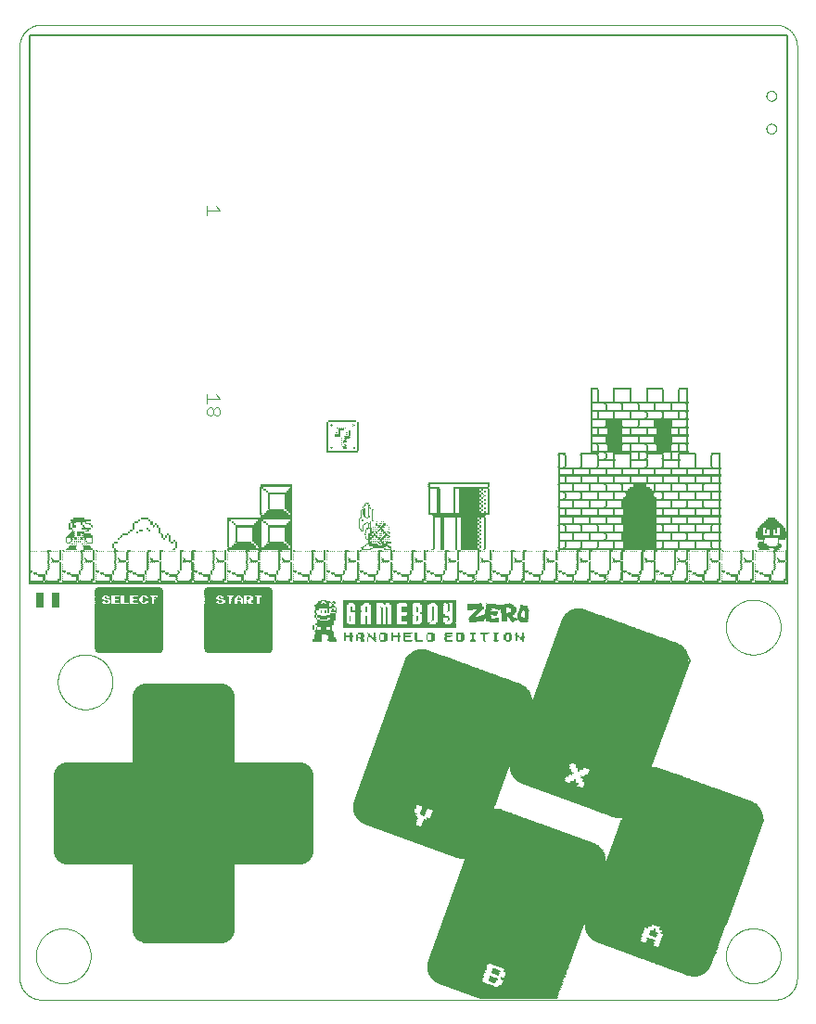
<source format=gto>
G75*
%MOIN*%
%OFA0B0*%
%FSLAX25Y25*%
%IPPOS*%
%LPD*%
%AMOC8*
5,1,8,0,0,1.08239X$1,22.5*
%
%ADD10C,0.00000*%
%ADD11C,0.00039*%
%ADD12R,0.27961X0.00333*%
%ADD13R,0.29293X0.00333*%
%ADD14R,0.30291X0.00333*%
%ADD15R,0.31290X0.00333*%
%ADD16R,0.32289X0.00333*%
%ADD17R,0.33287X0.00333*%
%ADD18R,0.34286X0.00333*%
%ADD19R,0.35617X0.00333*%
%ADD20R,0.36283X0.00333*%
%ADD21R,0.37282X0.00333*%
%ADD22R,0.38613X0.00333*%
%ADD23R,0.39612X0.00333*%
%ADD24R,0.40611X0.00333*%
%ADD25R,0.17642X0.00333*%
%ADD26R,0.22968X0.00333*%
%ADD27R,0.17975X0.00333*%
%ADD28R,0.22635X0.00333*%
%ADD29R,0.17975X0.00333*%
%ADD30R,0.21970X0.00333*%
%ADD31R,0.17642X0.00333*%
%ADD32R,0.21970X0.00333*%
%ADD33R,0.17309X0.00333*%
%ADD34R,0.00999X0.00333*%
%ADD35R,0.21637X0.00333*%
%ADD36R,0.17309X0.00333*%
%ADD37R,0.02330X0.00333*%
%ADD38R,0.17309X0.00333*%
%ADD39R,0.02996X0.00333*%
%ADD40R,0.21637X0.00333*%
%ADD41R,0.03329X0.00333*%
%ADD42R,0.22302X0.00333*%
%ADD43R,0.18308X0.00333*%
%ADD44R,0.03329X0.00333*%
%ADD45R,0.22969X0.00333*%
%ADD46R,0.18641X0.00333*%
%ADD47R,0.02663X0.00333*%
%ADD48R,0.22969X0.00333*%
%ADD49R,0.19307X0.00333*%
%ADD50R,0.01665X0.00333*%
%ADD51R,0.00333X0.00333*%
%ADD52R,0.19307X0.00333*%
%ADD53R,0.00666X0.00333*%
%ADD54R,0.02996X0.00333*%
%ADD55R,0.19639X0.00333*%
%ADD56R,0.00666X0.00333*%
%ADD57R,0.05326X0.00333*%
%ADD58R,0.20306X0.00333*%
%ADD59R,0.06657X0.00333*%
%ADD60R,0.20306X0.00333*%
%ADD61R,0.08322X0.00333*%
%ADD62R,0.20638X0.00333*%
%ADD63R,0.02996X0.00333*%
%ADD64R,0.21970X0.00333*%
%ADD65R,0.09653X0.00333*%
%ADD66R,0.20971X0.00333*%
%ADD67R,0.22968X0.00333*%
%ADD68R,0.10985X0.00333*%
%ADD69R,0.20971X0.00333*%
%ADD70R,0.22968X0.00333*%
%ADD71R,0.11983X0.00333*%
%ADD72R,0.21304X0.00333*%
%ADD73R,0.01997X0.00333*%
%ADD74R,0.22635X0.00333*%
%ADD75R,0.13315X0.00333*%
%ADD76R,0.21304X0.00333*%
%ADD77R,0.01331X0.00333*%
%ADD78R,0.23301X0.00333*%
%ADD79R,0.14646X0.00333*%
%ADD80R,0.21304X0.00333*%
%ADD81R,0.23967X0.00333*%
%ADD82R,0.15645X0.00333*%
%ADD83R,0.25298X0.00333*%
%ADD84R,0.16644X0.00333*%
%ADD85R,0.21637X0.00333*%
%ADD86R,0.26297X0.00333*%
%ADD87R,0.17643X0.00333*%
%ADD88R,0.21637X0.00333*%
%ADD89R,0.27296X0.00333*%
%ADD90R,0.18974X0.00333*%
%ADD91R,0.28294X0.00333*%
%ADD92R,0.19972X0.00333*%
%ADD93R,0.51263X0.00333*%
%ADD94R,0.20971X0.00333*%
%ADD95R,0.51263X0.00333*%
%ADD96R,0.51263X0.00333*%
%ADD97R,0.24300X0.00333*%
%ADD98R,0.24965X0.00333*%
%ADD99R,0.25964X0.00333*%
%ADD100R,0.27296X0.00333*%
%ADD101R,0.51595X0.00333*%
%ADD102R,0.28294X0.00333*%
%ADD103R,0.29293X0.00333*%
%ADD104R,0.30291X0.00333*%
%ADD105R,0.51596X0.00333*%
%ADD106R,0.31290X0.00333*%
%ADD107R,0.32622X0.00333*%
%ADD108R,0.51595X0.00333*%
%ADD109R,0.36616X0.00333*%
%ADD110R,0.17975X0.00333*%
%ADD111R,0.51596X0.00333*%
%ADD112R,0.29293X0.00333*%
%ADD113R,0.20305X0.00333*%
%ADD114R,0.21637X0.00333*%
%ADD115R,0.30957X0.00333*%
%ADD116R,0.16976X0.00333*%
%ADD117R,0.31956X0.00333*%
%ADD118R,0.03329X0.00333*%
%ADD119R,0.33287X0.00333*%
%ADD120R,0.33953X0.00333*%
%ADD121R,0.01997X0.00333*%
%ADD122R,0.34619X0.00333*%
%ADD123R,0.18308X0.00333*%
%ADD124R,0.00999X0.00333*%
%ADD125R,0.18641X0.00333*%
%ADD126R,0.00333X0.00333*%
%ADD127R,0.35285X0.00333*%
%ADD128R,0.51595X0.00333*%
%ADD129R,0.35950X0.00333*%
%ADD130R,0.19640X0.00333*%
%ADD131R,0.02663X0.00333*%
%ADD132R,0.35950X0.00333*%
%ADD133R,0.51596X0.00333*%
%ADD134R,0.20305X0.00333*%
%ADD135R,0.22635X0.00333*%
%ADD136R,0.20971X0.00333*%
%ADD137R,0.02330X0.00333*%
%ADD138R,0.22303X0.00333*%
%ADD139R,0.36616X0.00333*%
%ADD140R,0.00998X0.00333*%
%ADD141R,0.23301X0.00333*%
%ADD142R,0.00998X0.00333*%
%ADD143R,0.36616X0.00333*%
%ADD144R,0.23634X0.00333*%
%ADD145R,0.23967X0.00333*%
%ADD146R,0.24633X0.00333*%
%ADD147R,0.25964X0.00333*%
%ADD148R,1.02525X0.00333*%
%ADD149R,1.02525X0.00333*%
%ADD150R,1.02525X0.00333*%
%ADD151R,1.02192X0.00333*%
%ADD152R,1.02192X0.00333*%
%ADD153R,1.02192X0.00333*%
%ADD154R,0.85881X0.00333*%
%ADD155R,0.87879X0.00333*%
%ADD156R,0.88544X0.00333*%
%ADD157R,0.89876X0.00333*%
%ADD158R,0.90542X0.00333*%
%ADD159R,0.50930X0.00333*%
%ADD160R,0.91207X0.00333*%
%ADD161R,0.52927X0.00333*%
%ADD162R,0.91873X0.00333*%
%ADD163R,0.54258X0.00333*%
%ADD164R,0.92539X0.00333*%
%ADD165R,0.54924X0.00333*%
%ADD166R,0.55590X0.00333*%
%ADD167R,0.92539X0.00333*%
%ADD168R,0.56589X0.00333*%
%ADD169R,0.93205X0.00333*%
%ADD170R,0.57587X0.00333*%
%ADD171R,0.57920X0.00333*%
%ADD172R,0.58919X0.00333*%
%ADD173R,0.59585X0.00333*%
%ADD174R,0.60583X0.00333*%
%ADD175R,0.60916X0.00333*%
%ADD176R,0.61582X0.00333*%
%ADD177R,0.93205X0.00333*%
%ADD178R,0.62247X0.00333*%
%ADD179R,0.62913X0.00333*%
%ADD180R,0.63246X0.00333*%
%ADD181R,0.63579X0.00333*%
%ADD182R,0.63912X0.00333*%
%ADD183R,0.64244X0.00333*%
%ADD184R,0.93205X0.00333*%
%ADD185R,0.63912X0.00333*%
%ADD186R,0.64245X0.00333*%
%ADD187R,0.63912X0.00333*%
%ADD188R,0.64244X0.00333*%
%ADD189R,0.45271X0.00333*%
%ADD190R,0.43939X0.00333*%
%ADD191R,0.18641X0.00333*%
%ADD192R,0.43274X0.00333*%
%ADD193R,0.19307X0.00333*%
%ADD194R,0.42275X0.00333*%
%ADD195R,0.40944X0.00333*%
%ADD196R,0.39945X0.00333*%
%ADD197R,0.38946X0.00333*%
%ADD198R,0.36949X0.00333*%
%ADD199R,0.33620X0.00333*%
%ADD200R,0.53260X0.00333*%
%ADD201R,0.32955X0.00333*%
%ADD202R,0.54591X0.00333*%
%ADD203R,0.31623X0.00333*%
%ADD204R,0.55257X0.00333*%
%ADD205R,0.22303X0.00333*%
%ADD206R,0.01665X0.00333*%
%ADD207R,0.30624X0.00333*%
%ADD208R,0.56256X0.00333*%
%ADD209R,0.29626X0.00333*%
%ADD210R,0.56922X0.00333*%
%ADD211R,0.28627X0.00333*%
%ADD212R,0.27629X0.00333*%
%ADD213R,0.58586X0.00333*%
%ADD214R,0.26297X0.00333*%
%ADD215R,0.59252X0.00333*%
%ADD216R,0.22302X0.00333*%
%ADD217R,0.02330X0.00333*%
%ADD218R,0.25631X0.00333*%
%ADD219R,0.60250X0.00333*%
%ADD220R,0.60916X0.00333*%
%ADD221R,0.62247X0.00333*%
%ADD222R,0.64578X0.00333*%
%ADD223R,0.64910X0.00333*%
%ADD224R,0.65243X0.00333*%
%ADD225R,0.65243X0.00333*%
%ADD226R,0.65243X0.00333*%
%ADD227R,0.46269X0.00333*%
%ADD228R,0.17643X0.00333*%
%ADD229R,0.45604X0.00333*%
%ADD230R,0.44272X0.00333*%
%ADD231R,0.43274X0.00333*%
%ADD232R,0.42275X0.00333*%
%ADD233R,0.41609X0.00333*%
%ADD234R,0.41276X0.00333*%
%ADD235R,0.40278X0.00333*%
%ADD236R,0.38281X0.00333*%
%ADD237R,0.36949X0.00333*%
%ADD238R,0.35285X0.00333*%
%ADD239R,0.20971X0.00333*%
%ADD240R,0.33953X0.00333*%
%ADD241R,0.28960X0.00333*%
%ADD242R,0.26963X0.00333*%
%ADD243R,0.26963X0.00333*%
%ADD244R,0.73232X0.00333*%
%ADD245R,0.89876X0.00333*%
%ADD246R,0.72900X0.00333*%
%ADD247R,0.28294X0.00333*%
%ADD248R,1.02193X0.00333*%
%ADD249R,1.02193X0.00333*%
%ADD250R,0.50597X0.00333*%
%ADD251R,0.50264X0.00333*%
%ADD252R,0.49931X0.00333*%
%ADD253R,0.49931X0.00333*%
%ADD254R,0.49598X0.00333*%
%ADD255R,0.49265X0.00333*%
%ADD256R,0.48600X0.00333*%
%ADD257R,0.48267X0.00333*%
%ADD258R,0.47601X0.00333*%
%ADD259R,0.47268X0.00333*%
%ADD260R,0.46602X0.00333*%
%ADD261R,0.44605X0.00333*%
%ADD262R,0.43939X0.00333*%
%ADD263R,0.42941X0.00333*%
%ADD264R,0.41609X0.00333*%
%ADD265R,0.40611X0.00333*%
%ADD266R,0.37615X0.00333*%
%ADD267R,0.35617X0.00333*%
%ADD268R,0.31623X0.00333*%
%ADD269R,0.28294X0.00333*%
%ADD270R,0.26297X0.00333*%
%ADD271R,0.24965X0.00333*%
%ADD272R,0.18974X0.00333*%
%ADD273R,0.50930X0.00333*%
%ADD274R,0.15978X0.00333*%
%ADD275R,0.14646X0.00333*%
%ADD276R,0.50597X0.00333*%
%ADD277R,0.13315X0.00333*%
%ADD278R,0.50264X0.00333*%
%ADD279R,0.12317X0.00333*%
%ADD280R,0.10985X0.00333*%
%ADD281R,0.49598X0.00333*%
%ADD282R,0.08322X0.00333*%
%ADD283R,0.06990X0.00333*%
%ADD284R,0.03662X0.00333*%
%ADD285R,0.48267X0.00333*%
%ADD286R,0.47601X0.00333*%
%ADD287R,0.46270X0.00333*%
%ADD288R,0.45604X0.00333*%
%ADD289R,0.01664X0.00333*%
%ADD290R,0.01665X0.00333*%
%ADD291R,0.42941X0.00333*%
%ADD292R,0.00333X0.00333*%
%ADD293R,0.37615X0.00333*%
%ADD294R,0.36283X0.00333*%
%ADD295R,0.35618X0.00333*%
%ADD296R,0.32289X0.00333*%
%ADD297R,0.06657X0.00333*%
%ADD298R,0.24633X0.00333*%
%ADD299R,0.06324X0.00333*%
%ADD300R,0.30292X0.00333*%
%ADD301R,0.24966X0.00333*%
%ADD302R,0.03661X0.00333*%
%ADD303R,0.06324X0.00333*%
%ADD304R,0.05992X0.00333*%
%ADD305R,0.04327X0.00333*%
%ADD306R,0.04993X0.00333*%
%ADD307R,0.05659X0.00333*%
%ADD308R,0.18974X0.00333*%
%ADD309R,0.06991X0.00333*%
%ADD310R,0.07989X0.00333*%
%ADD311R,0.04328X0.00333*%
%ADD312R,0.15645X0.00333*%
%ADD313R,0.04660X0.00333*%
%ADD314R,0.03994X0.00333*%
%ADD315R,0.12316X0.00333*%
%ADD316R,0.04993X0.00333*%
%ADD317R,0.10985X0.00333*%
%ADD318R,0.09654X0.00333*%
%ADD319R,0.08322X0.00333*%
%ADD320R,0.07656X0.00333*%
%ADD321R,0.07656X0.00333*%
%ADD322R,0.10319X0.00333*%
%ADD323R,0.09986X0.00333*%
%ADD324R,0.24633X0.00333*%
%ADD325R,0.04993X0.00333*%
%ADD326R,0.02996X0.00333*%
%ADD327R,0.02330X0.00333*%
%ADD328R,0.03661X0.00333*%
%ADD329R,0.01331X0.00333*%
%ADD330R,0.05659X0.00333*%
%ADD331R,0.06325X0.00333*%
%ADD332R,0.05659X0.00333*%
%ADD333R,0.00999X0.00333*%
%ADD334R,0.00666X0.00333*%
%ADD335R,0.00998X0.00333*%
%ADD336R,0.00333X0.00333*%
%ADD337R,0.00333X0.00333*%
%ADD338R,0.01664X0.00333*%
%ADD339R,0.10319X0.00333*%
%ADD340R,0.08987X0.00333*%
%ADD341R,0.08988X0.00333*%
%ADD342R,0.12649X0.00333*%
%ADD343R,0.11650X0.00333*%
%ADD344R,0.09320X0.00333*%
%ADD345R,0.08655X0.00333*%
%ADD346R,0.02996X0.00333*%
%ADD347R,0.02330X0.00333*%
%ADD348R,0.00333X0.00333*%
%ADD349R,0.01664X0.00333*%
%ADD350R,0.58586X0.00333*%
%ADD351R,0.07323X0.00333*%
%ADD352R,0.07323X0.00333*%
%ADD353R,0.11651X0.00333*%
%ADD354R,0.07323X0.00333*%
%ADD355R,0.11983X0.00333*%
%ADD356R,0.10652X0.00333*%
%ADD357R,0.12982X0.00333*%
%ADD358R,0.05659X0.00333*%
%ADD359R,0.02559X0.05512*%
%ADD360C,0.00400*%
%ADD361C,0.00500*%
%ADD362C,0.00800*%
%ADD363C,0.02756*%
D10*
X0003248Y0009374D02*
X0003248Y0344020D01*
X0003250Y0344210D01*
X0003257Y0344400D01*
X0003269Y0344590D01*
X0003285Y0344780D01*
X0003305Y0344969D01*
X0003331Y0345158D01*
X0003360Y0345346D01*
X0003395Y0345533D01*
X0003434Y0345719D01*
X0003477Y0345904D01*
X0003525Y0346089D01*
X0003577Y0346272D01*
X0003633Y0346453D01*
X0003694Y0346633D01*
X0003760Y0346812D01*
X0003829Y0346989D01*
X0003903Y0347165D01*
X0003981Y0347338D01*
X0004064Y0347510D01*
X0004150Y0347679D01*
X0004240Y0347847D01*
X0004335Y0348012D01*
X0004433Y0348175D01*
X0004536Y0348335D01*
X0004642Y0348493D01*
X0004752Y0348648D01*
X0004865Y0348801D01*
X0004983Y0348951D01*
X0005104Y0349097D01*
X0005228Y0349241D01*
X0005356Y0349382D01*
X0005487Y0349520D01*
X0005622Y0349655D01*
X0005760Y0349786D01*
X0005901Y0349914D01*
X0006045Y0350038D01*
X0006191Y0350159D01*
X0006341Y0350277D01*
X0006494Y0350390D01*
X0006649Y0350500D01*
X0006807Y0350606D01*
X0006967Y0350709D01*
X0007130Y0350807D01*
X0007295Y0350902D01*
X0007463Y0350992D01*
X0007632Y0351078D01*
X0007804Y0351161D01*
X0007977Y0351239D01*
X0008153Y0351313D01*
X0008330Y0351382D01*
X0008509Y0351448D01*
X0008689Y0351509D01*
X0008870Y0351565D01*
X0009053Y0351617D01*
X0009238Y0351665D01*
X0009423Y0351708D01*
X0009609Y0351747D01*
X0009796Y0351782D01*
X0009984Y0351811D01*
X0010173Y0351837D01*
X0010362Y0351857D01*
X0010552Y0351873D01*
X0010742Y0351885D01*
X0010932Y0351892D01*
X0011122Y0351894D01*
X0274902Y0351894D01*
X0275092Y0351892D01*
X0275282Y0351885D01*
X0275472Y0351873D01*
X0275662Y0351857D01*
X0275851Y0351837D01*
X0276040Y0351811D01*
X0276228Y0351782D01*
X0276415Y0351747D01*
X0276601Y0351708D01*
X0276786Y0351665D01*
X0276971Y0351617D01*
X0277154Y0351565D01*
X0277335Y0351509D01*
X0277515Y0351448D01*
X0277694Y0351382D01*
X0277871Y0351313D01*
X0278047Y0351239D01*
X0278220Y0351161D01*
X0278392Y0351078D01*
X0278561Y0350992D01*
X0278729Y0350902D01*
X0278894Y0350807D01*
X0279057Y0350709D01*
X0279217Y0350606D01*
X0279375Y0350500D01*
X0279530Y0350390D01*
X0279683Y0350277D01*
X0279833Y0350159D01*
X0279979Y0350038D01*
X0280123Y0349914D01*
X0280264Y0349786D01*
X0280402Y0349655D01*
X0280537Y0349520D01*
X0280668Y0349382D01*
X0280796Y0349241D01*
X0280920Y0349097D01*
X0281041Y0348951D01*
X0281159Y0348801D01*
X0281272Y0348648D01*
X0281382Y0348493D01*
X0281488Y0348335D01*
X0281591Y0348175D01*
X0281689Y0348012D01*
X0281784Y0347847D01*
X0281874Y0347679D01*
X0281960Y0347510D01*
X0282043Y0347338D01*
X0282121Y0347165D01*
X0282195Y0346989D01*
X0282264Y0346812D01*
X0282330Y0346633D01*
X0282391Y0346453D01*
X0282447Y0346272D01*
X0282499Y0346089D01*
X0282547Y0345904D01*
X0282590Y0345719D01*
X0282629Y0345533D01*
X0282664Y0345346D01*
X0282693Y0345158D01*
X0282719Y0344969D01*
X0282739Y0344780D01*
X0282755Y0344590D01*
X0282767Y0344400D01*
X0282774Y0344210D01*
X0282776Y0344020D01*
X0282776Y0009374D01*
X0282774Y0009184D01*
X0282767Y0008994D01*
X0282755Y0008804D01*
X0282739Y0008614D01*
X0282719Y0008425D01*
X0282693Y0008236D01*
X0282664Y0008048D01*
X0282629Y0007861D01*
X0282590Y0007675D01*
X0282547Y0007490D01*
X0282499Y0007305D01*
X0282447Y0007122D01*
X0282391Y0006941D01*
X0282330Y0006761D01*
X0282264Y0006582D01*
X0282195Y0006405D01*
X0282121Y0006229D01*
X0282043Y0006056D01*
X0281960Y0005884D01*
X0281874Y0005715D01*
X0281784Y0005547D01*
X0281689Y0005382D01*
X0281591Y0005219D01*
X0281488Y0005059D01*
X0281382Y0004901D01*
X0281272Y0004746D01*
X0281159Y0004593D01*
X0281041Y0004443D01*
X0280920Y0004297D01*
X0280796Y0004153D01*
X0280668Y0004012D01*
X0280537Y0003874D01*
X0280402Y0003739D01*
X0280264Y0003608D01*
X0280123Y0003480D01*
X0279979Y0003356D01*
X0279833Y0003235D01*
X0279683Y0003117D01*
X0279530Y0003004D01*
X0279375Y0002894D01*
X0279217Y0002788D01*
X0279057Y0002685D01*
X0278894Y0002587D01*
X0278729Y0002492D01*
X0278561Y0002402D01*
X0278392Y0002316D01*
X0278220Y0002233D01*
X0278047Y0002155D01*
X0277871Y0002081D01*
X0277694Y0002012D01*
X0277515Y0001946D01*
X0277335Y0001885D01*
X0277154Y0001829D01*
X0276971Y0001777D01*
X0276786Y0001729D01*
X0276601Y0001686D01*
X0276415Y0001647D01*
X0276228Y0001612D01*
X0276040Y0001583D01*
X0275851Y0001557D01*
X0275662Y0001537D01*
X0275472Y0001521D01*
X0275282Y0001509D01*
X0275092Y0001502D01*
X0274902Y0001500D01*
X0011122Y0001500D01*
X0010932Y0001502D01*
X0010742Y0001509D01*
X0010552Y0001521D01*
X0010362Y0001537D01*
X0010173Y0001557D01*
X0009984Y0001583D01*
X0009796Y0001612D01*
X0009609Y0001647D01*
X0009423Y0001686D01*
X0009238Y0001729D01*
X0009053Y0001777D01*
X0008870Y0001829D01*
X0008689Y0001885D01*
X0008509Y0001946D01*
X0008330Y0002012D01*
X0008153Y0002081D01*
X0007977Y0002155D01*
X0007804Y0002233D01*
X0007632Y0002316D01*
X0007463Y0002402D01*
X0007295Y0002492D01*
X0007130Y0002587D01*
X0006967Y0002685D01*
X0006807Y0002788D01*
X0006649Y0002894D01*
X0006494Y0003004D01*
X0006341Y0003117D01*
X0006191Y0003235D01*
X0006045Y0003356D01*
X0005901Y0003480D01*
X0005760Y0003608D01*
X0005622Y0003739D01*
X0005487Y0003874D01*
X0005356Y0004012D01*
X0005228Y0004153D01*
X0005104Y0004297D01*
X0004983Y0004443D01*
X0004865Y0004593D01*
X0004752Y0004746D01*
X0004642Y0004901D01*
X0004536Y0005059D01*
X0004433Y0005219D01*
X0004335Y0005382D01*
X0004240Y0005547D01*
X0004150Y0005715D01*
X0004064Y0005884D01*
X0003981Y0006056D01*
X0003903Y0006229D01*
X0003829Y0006405D01*
X0003760Y0006582D01*
X0003694Y0006761D01*
X0003633Y0006941D01*
X0003577Y0007122D01*
X0003525Y0007305D01*
X0003477Y0007490D01*
X0003434Y0007675D01*
X0003395Y0007861D01*
X0003360Y0008048D01*
X0003331Y0008236D01*
X0003305Y0008425D01*
X0003285Y0008614D01*
X0003269Y0008804D01*
X0003257Y0008994D01*
X0003250Y0009184D01*
X0003248Y0009374D01*
X0271752Y0314492D02*
X0271754Y0314576D01*
X0271760Y0314659D01*
X0271770Y0314742D01*
X0271784Y0314825D01*
X0271801Y0314907D01*
X0271823Y0314988D01*
X0271848Y0315067D01*
X0271877Y0315146D01*
X0271910Y0315223D01*
X0271946Y0315298D01*
X0271986Y0315372D01*
X0272029Y0315444D01*
X0272076Y0315513D01*
X0272126Y0315580D01*
X0272179Y0315645D01*
X0272235Y0315707D01*
X0272293Y0315767D01*
X0272355Y0315824D01*
X0272419Y0315877D01*
X0272486Y0315928D01*
X0272555Y0315975D01*
X0272626Y0316020D01*
X0272699Y0316060D01*
X0272774Y0316097D01*
X0272851Y0316131D01*
X0272929Y0316161D01*
X0273008Y0316187D01*
X0273089Y0316210D01*
X0273171Y0316228D01*
X0273253Y0316243D01*
X0273336Y0316254D01*
X0273419Y0316261D01*
X0273503Y0316264D01*
X0273587Y0316263D01*
X0273670Y0316258D01*
X0273754Y0316249D01*
X0273836Y0316236D01*
X0273918Y0316220D01*
X0273999Y0316199D01*
X0274080Y0316175D01*
X0274158Y0316147D01*
X0274236Y0316115D01*
X0274312Y0316079D01*
X0274386Y0316040D01*
X0274458Y0315998D01*
X0274528Y0315952D01*
X0274596Y0315903D01*
X0274661Y0315851D01*
X0274724Y0315796D01*
X0274784Y0315738D01*
X0274842Y0315677D01*
X0274896Y0315613D01*
X0274948Y0315547D01*
X0274996Y0315479D01*
X0275041Y0315408D01*
X0275082Y0315335D01*
X0275121Y0315261D01*
X0275155Y0315185D01*
X0275186Y0315107D01*
X0275213Y0315028D01*
X0275237Y0314947D01*
X0275256Y0314866D01*
X0275272Y0314784D01*
X0275284Y0314701D01*
X0275292Y0314617D01*
X0275296Y0314534D01*
X0275296Y0314450D01*
X0275292Y0314367D01*
X0275284Y0314283D01*
X0275272Y0314200D01*
X0275256Y0314118D01*
X0275237Y0314037D01*
X0275213Y0313956D01*
X0275186Y0313877D01*
X0275155Y0313799D01*
X0275121Y0313723D01*
X0275082Y0313649D01*
X0275041Y0313576D01*
X0274996Y0313505D01*
X0274948Y0313437D01*
X0274896Y0313371D01*
X0274842Y0313307D01*
X0274784Y0313246D01*
X0274724Y0313188D01*
X0274661Y0313133D01*
X0274596Y0313081D01*
X0274528Y0313032D01*
X0274458Y0312986D01*
X0274386Y0312944D01*
X0274312Y0312905D01*
X0274236Y0312869D01*
X0274158Y0312837D01*
X0274080Y0312809D01*
X0273999Y0312785D01*
X0273918Y0312764D01*
X0273836Y0312748D01*
X0273754Y0312735D01*
X0273670Y0312726D01*
X0273587Y0312721D01*
X0273503Y0312720D01*
X0273419Y0312723D01*
X0273336Y0312730D01*
X0273253Y0312741D01*
X0273171Y0312756D01*
X0273089Y0312774D01*
X0273008Y0312797D01*
X0272929Y0312823D01*
X0272851Y0312853D01*
X0272774Y0312887D01*
X0272699Y0312924D01*
X0272626Y0312964D01*
X0272555Y0313009D01*
X0272486Y0313056D01*
X0272419Y0313107D01*
X0272355Y0313160D01*
X0272293Y0313217D01*
X0272235Y0313277D01*
X0272179Y0313339D01*
X0272126Y0313404D01*
X0272076Y0313471D01*
X0272029Y0313540D01*
X0271986Y0313612D01*
X0271946Y0313686D01*
X0271910Y0313761D01*
X0271877Y0313838D01*
X0271848Y0313917D01*
X0271823Y0313996D01*
X0271801Y0314077D01*
X0271784Y0314159D01*
X0271770Y0314242D01*
X0271760Y0314325D01*
X0271754Y0314408D01*
X0271752Y0314492D01*
X0271752Y0326303D02*
X0271754Y0326387D01*
X0271760Y0326470D01*
X0271770Y0326553D01*
X0271784Y0326636D01*
X0271801Y0326718D01*
X0271823Y0326799D01*
X0271848Y0326878D01*
X0271877Y0326957D01*
X0271910Y0327034D01*
X0271946Y0327109D01*
X0271986Y0327183D01*
X0272029Y0327255D01*
X0272076Y0327324D01*
X0272126Y0327391D01*
X0272179Y0327456D01*
X0272235Y0327518D01*
X0272293Y0327578D01*
X0272355Y0327635D01*
X0272419Y0327688D01*
X0272486Y0327739D01*
X0272555Y0327786D01*
X0272626Y0327831D01*
X0272699Y0327871D01*
X0272774Y0327908D01*
X0272851Y0327942D01*
X0272929Y0327972D01*
X0273008Y0327998D01*
X0273089Y0328021D01*
X0273171Y0328039D01*
X0273253Y0328054D01*
X0273336Y0328065D01*
X0273419Y0328072D01*
X0273503Y0328075D01*
X0273587Y0328074D01*
X0273670Y0328069D01*
X0273754Y0328060D01*
X0273836Y0328047D01*
X0273918Y0328031D01*
X0273999Y0328010D01*
X0274080Y0327986D01*
X0274158Y0327958D01*
X0274236Y0327926D01*
X0274312Y0327890D01*
X0274386Y0327851D01*
X0274458Y0327809D01*
X0274528Y0327763D01*
X0274596Y0327714D01*
X0274661Y0327662D01*
X0274724Y0327607D01*
X0274784Y0327549D01*
X0274842Y0327488D01*
X0274896Y0327424D01*
X0274948Y0327358D01*
X0274996Y0327290D01*
X0275041Y0327219D01*
X0275082Y0327146D01*
X0275121Y0327072D01*
X0275155Y0326996D01*
X0275186Y0326918D01*
X0275213Y0326839D01*
X0275237Y0326758D01*
X0275256Y0326677D01*
X0275272Y0326595D01*
X0275284Y0326512D01*
X0275292Y0326428D01*
X0275296Y0326345D01*
X0275296Y0326261D01*
X0275292Y0326178D01*
X0275284Y0326094D01*
X0275272Y0326011D01*
X0275256Y0325929D01*
X0275237Y0325848D01*
X0275213Y0325767D01*
X0275186Y0325688D01*
X0275155Y0325610D01*
X0275121Y0325534D01*
X0275082Y0325460D01*
X0275041Y0325387D01*
X0274996Y0325316D01*
X0274948Y0325248D01*
X0274896Y0325182D01*
X0274842Y0325118D01*
X0274784Y0325057D01*
X0274724Y0324999D01*
X0274661Y0324944D01*
X0274596Y0324892D01*
X0274528Y0324843D01*
X0274458Y0324797D01*
X0274386Y0324755D01*
X0274312Y0324716D01*
X0274236Y0324680D01*
X0274158Y0324648D01*
X0274080Y0324620D01*
X0273999Y0324596D01*
X0273918Y0324575D01*
X0273836Y0324559D01*
X0273754Y0324546D01*
X0273670Y0324537D01*
X0273587Y0324532D01*
X0273503Y0324531D01*
X0273419Y0324534D01*
X0273336Y0324541D01*
X0273253Y0324552D01*
X0273171Y0324567D01*
X0273089Y0324585D01*
X0273008Y0324608D01*
X0272929Y0324634D01*
X0272851Y0324664D01*
X0272774Y0324698D01*
X0272699Y0324735D01*
X0272626Y0324775D01*
X0272555Y0324820D01*
X0272486Y0324867D01*
X0272419Y0324918D01*
X0272355Y0324971D01*
X0272293Y0325028D01*
X0272235Y0325088D01*
X0272179Y0325150D01*
X0272126Y0325215D01*
X0272076Y0325282D01*
X0272029Y0325351D01*
X0271986Y0325423D01*
X0271946Y0325497D01*
X0271910Y0325572D01*
X0271877Y0325649D01*
X0271848Y0325728D01*
X0271823Y0325807D01*
X0271801Y0325888D01*
X0271784Y0325970D01*
X0271770Y0326053D01*
X0271760Y0326136D01*
X0271754Y0326219D01*
X0271752Y0326303D01*
D11*
X0257185Y0135358D02*
X0257188Y0135600D01*
X0257197Y0135841D01*
X0257212Y0136082D01*
X0257232Y0136323D01*
X0257259Y0136563D01*
X0257292Y0136802D01*
X0257330Y0137041D01*
X0257374Y0137278D01*
X0257424Y0137515D01*
X0257480Y0137750D01*
X0257542Y0137983D01*
X0257609Y0138215D01*
X0257682Y0138446D01*
X0257760Y0138674D01*
X0257845Y0138900D01*
X0257934Y0139125D01*
X0258029Y0139347D01*
X0258130Y0139566D01*
X0258236Y0139784D01*
X0258347Y0139998D01*
X0258464Y0140210D01*
X0258585Y0140418D01*
X0258712Y0140624D01*
X0258844Y0140826D01*
X0258981Y0141026D01*
X0259122Y0141221D01*
X0259268Y0141414D01*
X0259419Y0141602D01*
X0259575Y0141787D01*
X0259735Y0141968D01*
X0259899Y0142145D01*
X0260068Y0142318D01*
X0260241Y0142487D01*
X0260418Y0142651D01*
X0260599Y0142811D01*
X0260784Y0142967D01*
X0260972Y0143118D01*
X0261165Y0143264D01*
X0261360Y0143405D01*
X0261560Y0143542D01*
X0261762Y0143674D01*
X0261968Y0143801D01*
X0262176Y0143922D01*
X0262388Y0144039D01*
X0262602Y0144150D01*
X0262820Y0144256D01*
X0263039Y0144357D01*
X0263261Y0144452D01*
X0263486Y0144541D01*
X0263712Y0144626D01*
X0263940Y0144704D01*
X0264171Y0144777D01*
X0264403Y0144844D01*
X0264636Y0144906D01*
X0264871Y0144962D01*
X0265108Y0145012D01*
X0265345Y0145056D01*
X0265584Y0145094D01*
X0265823Y0145127D01*
X0266063Y0145154D01*
X0266304Y0145174D01*
X0266545Y0145189D01*
X0266786Y0145198D01*
X0267028Y0145201D01*
X0267270Y0145198D01*
X0267511Y0145189D01*
X0267752Y0145174D01*
X0267993Y0145154D01*
X0268233Y0145127D01*
X0268472Y0145094D01*
X0268711Y0145056D01*
X0268948Y0145012D01*
X0269185Y0144962D01*
X0269420Y0144906D01*
X0269653Y0144844D01*
X0269885Y0144777D01*
X0270116Y0144704D01*
X0270344Y0144626D01*
X0270570Y0144541D01*
X0270795Y0144452D01*
X0271017Y0144357D01*
X0271236Y0144256D01*
X0271454Y0144150D01*
X0271668Y0144039D01*
X0271880Y0143922D01*
X0272088Y0143801D01*
X0272294Y0143674D01*
X0272496Y0143542D01*
X0272696Y0143405D01*
X0272891Y0143264D01*
X0273084Y0143118D01*
X0273272Y0142967D01*
X0273457Y0142811D01*
X0273638Y0142651D01*
X0273815Y0142487D01*
X0273988Y0142318D01*
X0274157Y0142145D01*
X0274321Y0141968D01*
X0274481Y0141787D01*
X0274637Y0141602D01*
X0274788Y0141414D01*
X0274934Y0141221D01*
X0275075Y0141026D01*
X0275212Y0140826D01*
X0275344Y0140624D01*
X0275471Y0140418D01*
X0275592Y0140210D01*
X0275709Y0139998D01*
X0275820Y0139784D01*
X0275926Y0139566D01*
X0276027Y0139347D01*
X0276122Y0139125D01*
X0276211Y0138900D01*
X0276296Y0138674D01*
X0276374Y0138446D01*
X0276447Y0138215D01*
X0276514Y0137983D01*
X0276576Y0137750D01*
X0276632Y0137515D01*
X0276682Y0137278D01*
X0276726Y0137041D01*
X0276764Y0136802D01*
X0276797Y0136563D01*
X0276824Y0136323D01*
X0276844Y0136082D01*
X0276859Y0135841D01*
X0276868Y0135600D01*
X0276871Y0135358D01*
X0276868Y0135116D01*
X0276859Y0134875D01*
X0276844Y0134634D01*
X0276824Y0134393D01*
X0276797Y0134153D01*
X0276764Y0133914D01*
X0276726Y0133675D01*
X0276682Y0133438D01*
X0276632Y0133201D01*
X0276576Y0132966D01*
X0276514Y0132733D01*
X0276447Y0132501D01*
X0276374Y0132270D01*
X0276296Y0132042D01*
X0276211Y0131816D01*
X0276122Y0131591D01*
X0276027Y0131369D01*
X0275926Y0131150D01*
X0275820Y0130932D01*
X0275709Y0130718D01*
X0275592Y0130506D01*
X0275471Y0130298D01*
X0275344Y0130092D01*
X0275212Y0129890D01*
X0275075Y0129690D01*
X0274934Y0129495D01*
X0274788Y0129302D01*
X0274637Y0129114D01*
X0274481Y0128929D01*
X0274321Y0128748D01*
X0274157Y0128571D01*
X0273988Y0128398D01*
X0273815Y0128229D01*
X0273638Y0128065D01*
X0273457Y0127905D01*
X0273272Y0127749D01*
X0273084Y0127598D01*
X0272891Y0127452D01*
X0272696Y0127311D01*
X0272496Y0127174D01*
X0272294Y0127042D01*
X0272088Y0126915D01*
X0271880Y0126794D01*
X0271668Y0126677D01*
X0271454Y0126566D01*
X0271236Y0126460D01*
X0271017Y0126359D01*
X0270795Y0126264D01*
X0270570Y0126175D01*
X0270344Y0126090D01*
X0270116Y0126012D01*
X0269885Y0125939D01*
X0269653Y0125872D01*
X0269420Y0125810D01*
X0269185Y0125754D01*
X0268948Y0125704D01*
X0268711Y0125660D01*
X0268472Y0125622D01*
X0268233Y0125589D01*
X0267993Y0125562D01*
X0267752Y0125542D01*
X0267511Y0125527D01*
X0267270Y0125518D01*
X0267028Y0125515D01*
X0266786Y0125518D01*
X0266545Y0125527D01*
X0266304Y0125542D01*
X0266063Y0125562D01*
X0265823Y0125589D01*
X0265584Y0125622D01*
X0265345Y0125660D01*
X0265108Y0125704D01*
X0264871Y0125754D01*
X0264636Y0125810D01*
X0264403Y0125872D01*
X0264171Y0125939D01*
X0263940Y0126012D01*
X0263712Y0126090D01*
X0263486Y0126175D01*
X0263261Y0126264D01*
X0263039Y0126359D01*
X0262820Y0126460D01*
X0262602Y0126566D01*
X0262388Y0126677D01*
X0262176Y0126794D01*
X0261968Y0126915D01*
X0261762Y0127042D01*
X0261560Y0127174D01*
X0261360Y0127311D01*
X0261165Y0127452D01*
X0260972Y0127598D01*
X0260784Y0127749D01*
X0260599Y0127905D01*
X0260418Y0128065D01*
X0260241Y0128229D01*
X0260068Y0128398D01*
X0259899Y0128571D01*
X0259735Y0128748D01*
X0259575Y0128929D01*
X0259419Y0129114D01*
X0259268Y0129302D01*
X0259122Y0129495D01*
X0258981Y0129690D01*
X0258844Y0129890D01*
X0258712Y0130092D01*
X0258585Y0130298D01*
X0258464Y0130506D01*
X0258347Y0130718D01*
X0258236Y0130932D01*
X0258130Y0131150D01*
X0258029Y0131369D01*
X0257934Y0131591D01*
X0257845Y0131816D01*
X0257760Y0132042D01*
X0257682Y0132270D01*
X0257609Y0132501D01*
X0257542Y0132733D01*
X0257480Y0132966D01*
X0257424Y0133201D01*
X0257374Y0133438D01*
X0257330Y0133675D01*
X0257292Y0133914D01*
X0257259Y0134153D01*
X0257232Y0134393D01*
X0257212Y0134634D01*
X0257197Y0134875D01*
X0257188Y0135116D01*
X0257185Y0135358D01*
X0257185Y0017248D02*
X0257188Y0017490D01*
X0257197Y0017731D01*
X0257212Y0017972D01*
X0257232Y0018213D01*
X0257259Y0018453D01*
X0257292Y0018692D01*
X0257330Y0018931D01*
X0257374Y0019168D01*
X0257424Y0019405D01*
X0257480Y0019640D01*
X0257542Y0019873D01*
X0257609Y0020105D01*
X0257682Y0020336D01*
X0257760Y0020564D01*
X0257845Y0020790D01*
X0257934Y0021015D01*
X0258029Y0021237D01*
X0258130Y0021456D01*
X0258236Y0021674D01*
X0258347Y0021888D01*
X0258464Y0022100D01*
X0258585Y0022308D01*
X0258712Y0022514D01*
X0258844Y0022716D01*
X0258981Y0022916D01*
X0259122Y0023111D01*
X0259268Y0023304D01*
X0259419Y0023492D01*
X0259575Y0023677D01*
X0259735Y0023858D01*
X0259899Y0024035D01*
X0260068Y0024208D01*
X0260241Y0024377D01*
X0260418Y0024541D01*
X0260599Y0024701D01*
X0260784Y0024857D01*
X0260972Y0025008D01*
X0261165Y0025154D01*
X0261360Y0025295D01*
X0261560Y0025432D01*
X0261762Y0025564D01*
X0261968Y0025691D01*
X0262176Y0025812D01*
X0262388Y0025929D01*
X0262602Y0026040D01*
X0262820Y0026146D01*
X0263039Y0026247D01*
X0263261Y0026342D01*
X0263486Y0026431D01*
X0263712Y0026516D01*
X0263940Y0026594D01*
X0264171Y0026667D01*
X0264403Y0026734D01*
X0264636Y0026796D01*
X0264871Y0026852D01*
X0265108Y0026902D01*
X0265345Y0026946D01*
X0265584Y0026984D01*
X0265823Y0027017D01*
X0266063Y0027044D01*
X0266304Y0027064D01*
X0266545Y0027079D01*
X0266786Y0027088D01*
X0267028Y0027091D01*
X0267270Y0027088D01*
X0267511Y0027079D01*
X0267752Y0027064D01*
X0267993Y0027044D01*
X0268233Y0027017D01*
X0268472Y0026984D01*
X0268711Y0026946D01*
X0268948Y0026902D01*
X0269185Y0026852D01*
X0269420Y0026796D01*
X0269653Y0026734D01*
X0269885Y0026667D01*
X0270116Y0026594D01*
X0270344Y0026516D01*
X0270570Y0026431D01*
X0270795Y0026342D01*
X0271017Y0026247D01*
X0271236Y0026146D01*
X0271454Y0026040D01*
X0271668Y0025929D01*
X0271880Y0025812D01*
X0272088Y0025691D01*
X0272294Y0025564D01*
X0272496Y0025432D01*
X0272696Y0025295D01*
X0272891Y0025154D01*
X0273084Y0025008D01*
X0273272Y0024857D01*
X0273457Y0024701D01*
X0273638Y0024541D01*
X0273815Y0024377D01*
X0273988Y0024208D01*
X0274157Y0024035D01*
X0274321Y0023858D01*
X0274481Y0023677D01*
X0274637Y0023492D01*
X0274788Y0023304D01*
X0274934Y0023111D01*
X0275075Y0022916D01*
X0275212Y0022716D01*
X0275344Y0022514D01*
X0275471Y0022308D01*
X0275592Y0022100D01*
X0275709Y0021888D01*
X0275820Y0021674D01*
X0275926Y0021456D01*
X0276027Y0021237D01*
X0276122Y0021015D01*
X0276211Y0020790D01*
X0276296Y0020564D01*
X0276374Y0020336D01*
X0276447Y0020105D01*
X0276514Y0019873D01*
X0276576Y0019640D01*
X0276632Y0019405D01*
X0276682Y0019168D01*
X0276726Y0018931D01*
X0276764Y0018692D01*
X0276797Y0018453D01*
X0276824Y0018213D01*
X0276844Y0017972D01*
X0276859Y0017731D01*
X0276868Y0017490D01*
X0276871Y0017248D01*
X0276868Y0017006D01*
X0276859Y0016765D01*
X0276844Y0016524D01*
X0276824Y0016283D01*
X0276797Y0016043D01*
X0276764Y0015804D01*
X0276726Y0015565D01*
X0276682Y0015328D01*
X0276632Y0015091D01*
X0276576Y0014856D01*
X0276514Y0014623D01*
X0276447Y0014391D01*
X0276374Y0014160D01*
X0276296Y0013932D01*
X0276211Y0013706D01*
X0276122Y0013481D01*
X0276027Y0013259D01*
X0275926Y0013040D01*
X0275820Y0012822D01*
X0275709Y0012608D01*
X0275592Y0012396D01*
X0275471Y0012188D01*
X0275344Y0011982D01*
X0275212Y0011780D01*
X0275075Y0011580D01*
X0274934Y0011385D01*
X0274788Y0011192D01*
X0274637Y0011004D01*
X0274481Y0010819D01*
X0274321Y0010638D01*
X0274157Y0010461D01*
X0273988Y0010288D01*
X0273815Y0010119D01*
X0273638Y0009955D01*
X0273457Y0009795D01*
X0273272Y0009639D01*
X0273084Y0009488D01*
X0272891Y0009342D01*
X0272696Y0009201D01*
X0272496Y0009064D01*
X0272294Y0008932D01*
X0272088Y0008805D01*
X0271880Y0008684D01*
X0271668Y0008567D01*
X0271454Y0008456D01*
X0271236Y0008350D01*
X0271017Y0008249D01*
X0270795Y0008154D01*
X0270570Y0008065D01*
X0270344Y0007980D01*
X0270116Y0007902D01*
X0269885Y0007829D01*
X0269653Y0007762D01*
X0269420Y0007700D01*
X0269185Y0007644D01*
X0268948Y0007594D01*
X0268711Y0007550D01*
X0268472Y0007512D01*
X0268233Y0007479D01*
X0267993Y0007452D01*
X0267752Y0007432D01*
X0267511Y0007417D01*
X0267270Y0007408D01*
X0267028Y0007405D01*
X0266786Y0007408D01*
X0266545Y0007417D01*
X0266304Y0007432D01*
X0266063Y0007452D01*
X0265823Y0007479D01*
X0265584Y0007512D01*
X0265345Y0007550D01*
X0265108Y0007594D01*
X0264871Y0007644D01*
X0264636Y0007700D01*
X0264403Y0007762D01*
X0264171Y0007829D01*
X0263940Y0007902D01*
X0263712Y0007980D01*
X0263486Y0008065D01*
X0263261Y0008154D01*
X0263039Y0008249D01*
X0262820Y0008350D01*
X0262602Y0008456D01*
X0262388Y0008567D01*
X0262176Y0008684D01*
X0261968Y0008805D01*
X0261762Y0008932D01*
X0261560Y0009064D01*
X0261360Y0009201D01*
X0261165Y0009342D01*
X0260972Y0009488D01*
X0260784Y0009639D01*
X0260599Y0009795D01*
X0260418Y0009955D01*
X0260241Y0010119D01*
X0260068Y0010288D01*
X0259899Y0010461D01*
X0259735Y0010638D01*
X0259575Y0010819D01*
X0259419Y0011004D01*
X0259268Y0011192D01*
X0259122Y0011385D01*
X0258981Y0011580D01*
X0258844Y0011780D01*
X0258712Y0011982D01*
X0258585Y0012188D01*
X0258464Y0012396D01*
X0258347Y0012608D01*
X0258236Y0012822D01*
X0258130Y0013040D01*
X0258029Y0013259D01*
X0257934Y0013481D01*
X0257845Y0013706D01*
X0257760Y0013932D01*
X0257682Y0014160D01*
X0257609Y0014391D01*
X0257542Y0014623D01*
X0257480Y0014856D01*
X0257424Y0015091D01*
X0257374Y0015328D01*
X0257330Y0015565D01*
X0257292Y0015804D01*
X0257259Y0016043D01*
X0257232Y0016283D01*
X0257212Y0016524D01*
X0257197Y0016765D01*
X0257188Y0017006D01*
X0257185Y0017248D01*
X0017027Y0115673D02*
X0017030Y0115915D01*
X0017039Y0116156D01*
X0017054Y0116397D01*
X0017074Y0116638D01*
X0017101Y0116878D01*
X0017134Y0117117D01*
X0017172Y0117356D01*
X0017216Y0117593D01*
X0017266Y0117830D01*
X0017322Y0118065D01*
X0017384Y0118298D01*
X0017451Y0118530D01*
X0017524Y0118761D01*
X0017602Y0118989D01*
X0017687Y0119215D01*
X0017776Y0119440D01*
X0017871Y0119662D01*
X0017972Y0119881D01*
X0018078Y0120099D01*
X0018189Y0120313D01*
X0018306Y0120525D01*
X0018427Y0120733D01*
X0018554Y0120939D01*
X0018686Y0121141D01*
X0018823Y0121341D01*
X0018964Y0121536D01*
X0019110Y0121729D01*
X0019261Y0121917D01*
X0019417Y0122102D01*
X0019577Y0122283D01*
X0019741Y0122460D01*
X0019910Y0122633D01*
X0020083Y0122802D01*
X0020260Y0122966D01*
X0020441Y0123126D01*
X0020626Y0123282D01*
X0020814Y0123433D01*
X0021007Y0123579D01*
X0021202Y0123720D01*
X0021402Y0123857D01*
X0021604Y0123989D01*
X0021810Y0124116D01*
X0022018Y0124237D01*
X0022230Y0124354D01*
X0022444Y0124465D01*
X0022662Y0124571D01*
X0022881Y0124672D01*
X0023103Y0124767D01*
X0023328Y0124856D01*
X0023554Y0124941D01*
X0023782Y0125019D01*
X0024013Y0125092D01*
X0024245Y0125159D01*
X0024478Y0125221D01*
X0024713Y0125277D01*
X0024950Y0125327D01*
X0025187Y0125371D01*
X0025426Y0125409D01*
X0025665Y0125442D01*
X0025905Y0125469D01*
X0026146Y0125489D01*
X0026387Y0125504D01*
X0026628Y0125513D01*
X0026870Y0125516D01*
X0027112Y0125513D01*
X0027353Y0125504D01*
X0027594Y0125489D01*
X0027835Y0125469D01*
X0028075Y0125442D01*
X0028314Y0125409D01*
X0028553Y0125371D01*
X0028790Y0125327D01*
X0029027Y0125277D01*
X0029262Y0125221D01*
X0029495Y0125159D01*
X0029727Y0125092D01*
X0029958Y0125019D01*
X0030186Y0124941D01*
X0030412Y0124856D01*
X0030637Y0124767D01*
X0030859Y0124672D01*
X0031078Y0124571D01*
X0031296Y0124465D01*
X0031510Y0124354D01*
X0031722Y0124237D01*
X0031930Y0124116D01*
X0032136Y0123989D01*
X0032338Y0123857D01*
X0032538Y0123720D01*
X0032733Y0123579D01*
X0032926Y0123433D01*
X0033114Y0123282D01*
X0033299Y0123126D01*
X0033480Y0122966D01*
X0033657Y0122802D01*
X0033830Y0122633D01*
X0033999Y0122460D01*
X0034163Y0122283D01*
X0034323Y0122102D01*
X0034479Y0121917D01*
X0034630Y0121729D01*
X0034776Y0121536D01*
X0034917Y0121341D01*
X0035054Y0121141D01*
X0035186Y0120939D01*
X0035313Y0120733D01*
X0035434Y0120525D01*
X0035551Y0120313D01*
X0035662Y0120099D01*
X0035768Y0119881D01*
X0035869Y0119662D01*
X0035964Y0119440D01*
X0036053Y0119215D01*
X0036138Y0118989D01*
X0036216Y0118761D01*
X0036289Y0118530D01*
X0036356Y0118298D01*
X0036418Y0118065D01*
X0036474Y0117830D01*
X0036524Y0117593D01*
X0036568Y0117356D01*
X0036606Y0117117D01*
X0036639Y0116878D01*
X0036666Y0116638D01*
X0036686Y0116397D01*
X0036701Y0116156D01*
X0036710Y0115915D01*
X0036713Y0115673D01*
X0036710Y0115431D01*
X0036701Y0115190D01*
X0036686Y0114949D01*
X0036666Y0114708D01*
X0036639Y0114468D01*
X0036606Y0114229D01*
X0036568Y0113990D01*
X0036524Y0113753D01*
X0036474Y0113516D01*
X0036418Y0113281D01*
X0036356Y0113048D01*
X0036289Y0112816D01*
X0036216Y0112585D01*
X0036138Y0112357D01*
X0036053Y0112131D01*
X0035964Y0111906D01*
X0035869Y0111684D01*
X0035768Y0111465D01*
X0035662Y0111247D01*
X0035551Y0111033D01*
X0035434Y0110821D01*
X0035313Y0110613D01*
X0035186Y0110407D01*
X0035054Y0110205D01*
X0034917Y0110005D01*
X0034776Y0109810D01*
X0034630Y0109617D01*
X0034479Y0109429D01*
X0034323Y0109244D01*
X0034163Y0109063D01*
X0033999Y0108886D01*
X0033830Y0108713D01*
X0033657Y0108544D01*
X0033480Y0108380D01*
X0033299Y0108220D01*
X0033114Y0108064D01*
X0032926Y0107913D01*
X0032733Y0107767D01*
X0032538Y0107626D01*
X0032338Y0107489D01*
X0032136Y0107357D01*
X0031930Y0107230D01*
X0031722Y0107109D01*
X0031510Y0106992D01*
X0031296Y0106881D01*
X0031078Y0106775D01*
X0030859Y0106674D01*
X0030637Y0106579D01*
X0030412Y0106490D01*
X0030186Y0106405D01*
X0029958Y0106327D01*
X0029727Y0106254D01*
X0029495Y0106187D01*
X0029262Y0106125D01*
X0029027Y0106069D01*
X0028790Y0106019D01*
X0028553Y0105975D01*
X0028314Y0105937D01*
X0028075Y0105904D01*
X0027835Y0105877D01*
X0027594Y0105857D01*
X0027353Y0105842D01*
X0027112Y0105833D01*
X0026870Y0105830D01*
X0026628Y0105833D01*
X0026387Y0105842D01*
X0026146Y0105857D01*
X0025905Y0105877D01*
X0025665Y0105904D01*
X0025426Y0105937D01*
X0025187Y0105975D01*
X0024950Y0106019D01*
X0024713Y0106069D01*
X0024478Y0106125D01*
X0024245Y0106187D01*
X0024013Y0106254D01*
X0023782Y0106327D01*
X0023554Y0106405D01*
X0023328Y0106490D01*
X0023103Y0106579D01*
X0022881Y0106674D01*
X0022662Y0106775D01*
X0022444Y0106881D01*
X0022230Y0106992D01*
X0022018Y0107109D01*
X0021810Y0107230D01*
X0021604Y0107357D01*
X0021402Y0107489D01*
X0021202Y0107626D01*
X0021007Y0107767D01*
X0020814Y0107913D01*
X0020626Y0108064D01*
X0020441Y0108220D01*
X0020260Y0108380D01*
X0020083Y0108544D01*
X0019910Y0108713D01*
X0019741Y0108886D01*
X0019577Y0109063D01*
X0019417Y0109244D01*
X0019261Y0109429D01*
X0019110Y0109617D01*
X0018964Y0109810D01*
X0018823Y0110005D01*
X0018686Y0110205D01*
X0018554Y0110407D01*
X0018427Y0110613D01*
X0018306Y0110821D01*
X0018189Y0111033D01*
X0018078Y0111247D01*
X0017972Y0111465D01*
X0017871Y0111684D01*
X0017776Y0111906D01*
X0017687Y0112131D01*
X0017602Y0112357D01*
X0017524Y0112585D01*
X0017451Y0112816D01*
X0017384Y0113048D01*
X0017322Y0113281D01*
X0017266Y0113516D01*
X0017216Y0113753D01*
X0017172Y0113990D01*
X0017134Y0114229D01*
X0017101Y0114468D01*
X0017074Y0114708D01*
X0017054Y0114949D01*
X0017039Y0115190D01*
X0017030Y0115431D01*
X0017027Y0115673D01*
X0009153Y0017248D02*
X0009156Y0017490D01*
X0009165Y0017731D01*
X0009180Y0017972D01*
X0009200Y0018213D01*
X0009227Y0018453D01*
X0009260Y0018692D01*
X0009298Y0018931D01*
X0009342Y0019168D01*
X0009392Y0019405D01*
X0009448Y0019640D01*
X0009510Y0019873D01*
X0009577Y0020105D01*
X0009650Y0020336D01*
X0009728Y0020564D01*
X0009813Y0020790D01*
X0009902Y0021015D01*
X0009997Y0021237D01*
X0010098Y0021456D01*
X0010204Y0021674D01*
X0010315Y0021888D01*
X0010432Y0022100D01*
X0010553Y0022308D01*
X0010680Y0022514D01*
X0010812Y0022716D01*
X0010949Y0022916D01*
X0011090Y0023111D01*
X0011236Y0023304D01*
X0011387Y0023492D01*
X0011543Y0023677D01*
X0011703Y0023858D01*
X0011867Y0024035D01*
X0012036Y0024208D01*
X0012209Y0024377D01*
X0012386Y0024541D01*
X0012567Y0024701D01*
X0012752Y0024857D01*
X0012940Y0025008D01*
X0013133Y0025154D01*
X0013328Y0025295D01*
X0013528Y0025432D01*
X0013730Y0025564D01*
X0013936Y0025691D01*
X0014144Y0025812D01*
X0014356Y0025929D01*
X0014570Y0026040D01*
X0014788Y0026146D01*
X0015007Y0026247D01*
X0015229Y0026342D01*
X0015454Y0026431D01*
X0015680Y0026516D01*
X0015908Y0026594D01*
X0016139Y0026667D01*
X0016371Y0026734D01*
X0016604Y0026796D01*
X0016839Y0026852D01*
X0017076Y0026902D01*
X0017313Y0026946D01*
X0017552Y0026984D01*
X0017791Y0027017D01*
X0018031Y0027044D01*
X0018272Y0027064D01*
X0018513Y0027079D01*
X0018754Y0027088D01*
X0018996Y0027091D01*
X0019238Y0027088D01*
X0019479Y0027079D01*
X0019720Y0027064D01*
X0019961Y0027044D01*
X0020201Y0027017D01*
X0020440Y0026984D01*
X0020679Y0026946D01*
X0020916Y0026902D01*
X0021153Y0026852D01*
X0021388Y0026796D01*
X0021621Y0026734D01*
X0021853Y0026667D01*
X0022084Y0026594D01*
X0022312Y0026516D01*
X0022538Y0026431D01*
X0022763Y0026342D01*
X0022985Y0026247D01*
X0023204Y0026146D01*
X0023422Y0026040D01*
X0023636Y0025929D01*
X0023848Y0025812D01*
X0024056Y0025691D01*
X0024262Y0025564D01*
X0024464Y0025432D01*
X0024664Y0025295D01*
X0024859Y0025154D01*
X0025052Y0025008D01*
X0025240Y0024857D01*
X0025425Y0024701D01*
X0025606Y0024541D01*
X0025783Y0024377D01*
X0025956Y0024208D01*
X0026125Y0024035D01*
X0026289Y0023858D01*
X0026449Y0023677D01*
X0026605Y0023492D01*
X0026756Y0023304D01*
X0026902Y0023111D01*
X0027043Y0022916D01*
X0027180Y0022716D01*
X0027312Y0022514D01*
X0027439Y0022308D01*
X0027560Y0022100D01*
X0027677Y0021888D01*
X0027788Y0021674D01*
X0027894Y0021456D01*
X0027995Y0021237D01*
X0028090Y0021015D01*
X0028179Y0020790D01*
X0028264Y0020564D01*
X0028342Y0020336D01*
X0028415Y0020105D01*
X0028482Y0019873D01*
X0028544Y0019640D01*
X0028600Y0019405D01*
X0028650Y0019168D01*
X0028694Y0018931D01*
X0028732Y0018692D01*
X0028765Y0018453D01*
X0028792Y0018213D01*
X0028812Y0017972D01*
X0028827Y0017731D01*
X0028836Y0017490D01*
X0028839Y0017248D01*
X0028836Y0017006D01*
X0028827Y0016765D01*
X0028812Y0016524D01*
X0028792Y0016283D01*
X0028765Y0016043D01*
X0028732Y0015804D01*
X0028694Y0015565D01*
X0028650Y0015328D01*
X0028600Y0015091D01*
X0028544Y0014856D01*
X0028482Y0014623D01*
X0028415Y0014391D01*
X0028342Y0014160D01*
X0028264Y0013932D01*
X0028179Y0013706D01*
X0028090Y0013481D01*
X0027995Y0013259D01*
X0027894Y0013040D01*
X0027788Y0012822D01*
X0027677Y0012608D01*
X0027560Y0012396D01*
X0027439Y0012188D01*
X0027312Y0011982D01*
X0027180Y0011780D01*
X0027043Y0011580D01*
X0026902Y0011385D01*
X0026756Y0011192D01*
X0026605Y0011004D01*
X0026449Y0010819D01*
X0026289Y0010638D01*
X0026125Y0010461D01*
X0025956Y0010288D01*
X0025783Y0010119D01*
X0025606Y0009955D01*
X0025425Y0009795D01*
X0025240Y0009639D01*
X0025052Y0009488D01*
X0024859Y0009342D01*
X0024664Y0009201D01*
X0024464Y0009064D01*
X0024262Y0008932D01*
X0024056Y0008805D01*
X0023848Y0008684D01*
X0023636Y0008567D01*
X0023422Y0008456D01*
X0023204Y0008350D01*
X0022985Y0008249D01*
X0022763Y0008154D01*
X0022538Y0008065D01*
X0022312Y0007980D01*
X0022084Y0007902D01*
X0021853Y0007829D01*
X0021621Y0007762D01*
X0021388Y0007700D01*
X0021153Y0007644D01*
X0020916Y0007594D01*
X0020679Y0007550D01*
X0020440Y0007512D01*
X0020201Y0007479D01*
X0019961Y0007452D01*
X0019720Y0007432D01*
X0019479Y0007417D01*
X0019238Y0007408D01*
X0018996Y0007405D01*
X0018754Y0007408D01*
X0018513Y0007417D01*
X0018272Y0007432D01*
X0018031Y0007452D01*
X0017791Y0007479D01*
X0017552Y0007512D01*
X0017313Y0007550D01*
X0017076Y0007594D01*
X0016839Y0007644D01*
X0016604Y0007700D01*
X0016371Y0007762D01*
X0016139Y0007829D01*
X0015908Y0007902D01*
X0015680Y0007980D01*
X0015454Y0008065D01*
X0015229Y0008154D01*
X0015007Y0008249D01*
X0014788Y0008350D01*
X0014570Y0008456D01*
X0014356Y0008567D01*
X0014144Y0008684D01*
X0013936Y0008805D01*
X0013730Y0008932D01*
X0013528Y0009064D01*
X0013328Y0009201D01*
X0013133Y0009342D01*
X0012940Y0009488D01*
X0012752Y0009639D01*
X0012567Y0009795D01*
X0012386Y0009955D01*
X0012209Y0010119D01*
X0012036Y0010288D01*
X0011867Y0010461D01*
X0011703Y0010638D01*
X0011543Y0010819D01*
X0011387Y0011004D01*
X0011236Y0011192D01*
X0011090Y0011385D01*
X0010949Y0011580D01*
X0010812Y0011780D01*
X0010680Y0011982D01*
X0010553Y0012188D01*
X0010432Y0012396D01*
X0010315Y0012608D01*
X0010204Y0012822D01*
X0010098Y0013040D01*
X0009997Y0013259D01*
X0009902Y0013481D01*
X0009813Y0013706D01*
X0009728Y0013932D01*
X0009650Y0014160D01*
X0009577Y0014391D01*
X0009510Y0014623D01*
X0009448Y0014856D01*
X0009392Y0015091D01*
X0009342Y0015328D01*
X0009298Y0015565D01*
X0009260Y0015804D01*
X0009227Y0016043D01*
X0009200Y0016283D01*
X0009180Y0016524D01*
X0009165Y0016765D01*
X0009156Y0017006D01*
X0009153Y0017248D01*
D12*
X0182501Y0001833D03*
D13*
X0182168Y0002166D03*
D14*
X0181669Y0002499D03*
D15*
X0181169Y0002831D03*
D16*
X0181003Y0003164D03*
X0156370Y0118672D03*
D17*
X0156869Y0118339D03*
X0213125Y0132985D03*
X0237092Y0018477D03*
X0180504Y0003497D03*
X0062333Y0113679D03*
D18*
X0180004Y0003830D03*
X0236593Y0018809D03*
D19*
X0236260Y0019142D03*
X0179671Y0004163D03*
D20*
X0179338Y0004496D03*
X0158034Y0117340D03*
D21*
X0235428Y0019808D03*
X0178839Y0004829D03*
D22*
X0178506Y0005162D03*
X0235095Y0020141D03*
X0224776Y0080724D03*
X0215122Y0131321D03*
X0158867Y0116674D03*
D23*
X0178007Y0005494D03*
D24*
X0177840Y0005827D03*
D25*
X0165358Y0006160D03*
D26*
X0186662Y0006160D03*
X0217952Y0027464D03*
D27*
X0164525Y0006493D03*
D28*
X0186828Y0006493D03*
D29*
X0163527Y0006826D03*
X0160864Y0008490D03*
D30*
X0187494Y0006826D03*
X0188492Y0009822D03*
X0188825Y0010820D03*
D31*
X0162695Y0007159D03*
D32*
X0187494Y0007159D03*
X0187827Y0007825D03*
X0188492Y0009489D03*
X0188825Y0010488D03*
D33*
X0161863Y0007492D03*
X0217785Y0022804D03*
X0223444Y0020474D03*
D34*
X0174012Y0007492D03*
X0197314Y0162278D03*
X0199311Y0181252D03*
X0205303Y0181252D03*
X0234595Y0181252D03*
X0150045Y0162278D03*
X0138062Y0162278D03*
X0126079Y0162278D03*
X0114095Y0162278D03*
X0102112Y0162278D03*
D35*
X0187660Y0007492D03*
D36*
X0161197Y0007825D03*
D37*
X0173680Y0007825D03*
D38*
X0160864Y0008157D03*
X0191488Y0079393D03*
X0190822Y0079725D03*
X0190490Y0080058D03*
X0222446Y0020807D03*
D39*
X0229935Y0022138D03*
X0231267Y0025467D03*
X0174678Y0011819D03*
X0173347Y0008157D03*
X0142722Y0132652D03*
X0148714Y0139976D03*
X0148714Y0140308D03*
X0154040Y0153291D03*
X0154040Y0153623D03*
X0142056Y0153623D03*
X0142056Y0153291D03*
X0130073Y0153291D03*
X0130073Y0153623D03*
X0118090Y0153623D03*
X0118090Y0153291D03*
X0106106Y0153291D03*
X0106106Y0153623D03*
X0094123Y0153623D03*
X0094123Y0153291D03*
X0087465Y0158617D03*
X0087465Y0158949D03*
X0075482Y0158949D03*
X0075482Y0158617D03*
X0088797Y0172264D03*
X0115427Y0137645D03*
X0115427Y0131321D03*
X0115427Y0130988D03*
X0170684Y0158949D03*
X0182667Y0158949D03*
X0182667Y0158617D03*
X0189325Y0153623D03*
X0189325Y0153291D03*
X0184664Y0141973D03*
X0180670Y0141973D03*
X0201308Y0153291D03*
X0201308Y0153623D03*
X0217952Y0158949D03*
X0224609Y0153623D03*
X0253236Y0158617D03*
X0253236Y0158949D03*
X0265220Y0158949D03*
X0265220Y0158617D03*
X0269880Y0166606D03*
X0269880Y0166938D03*
X0269214Y0168270D03*
X0269214Y0168603D03*
X0269214Y0168936D03*
X0269214Y0169269D03*
X0277203Y0166938D03*
X0277203Y0166606D03*
X0277869Y0168270D03*
X0277869Y0168603D03*
X0277869Y0168936D03*
X0277869Y0169269D03*
X0277203Y0158949D03*
X0277203Y0158617D03*
X0209963Y0220864D03*
X0209963Y0221197D03*
X0053512Y0145302D03*
X0046855Y0153291D03*
X0046855Y0153623D03*
X0045523Y0145967D03*
X0045523Y0143970D03*
X0040197Y0158617D03*
X0040197Y0158949D03*
X0028214Y0158949D03*
X0028214Y0158617D03*
X0027548Y0163610D03*
X0027548Y0163943D03*
X0027548Y0168270D03*
X0021556Y0167604D03*
X0022222Y0163610D03*
X0016230Y0158949D03*
X0016230Y0158617D03*
X0048186Y0173929D03*
X0048186Y0174262D03*
D40*
X0160697Y0013151D03*
X0187993Y0008157D03*
X0188659Y0010155D03*
X0217286Y0026798D03*
X0217286Y0027131D03*
X0243916Y0020807D03*
X0245247Y0024468D03*
D41*
X0231100Y0025134D03*
X0173513Y0008490D03*
X0172847Y0143304D03*
X0125246Y0143304D03*
D42*
X0187660Y0008490D03*
X0244915Y0025134D03*
D43*
X0160697Y0008823D03*
D44*
X0173513Y0008823D03*
X0174512Y0011486D03*
D45*
X0187660Y0008823D03*
X0240920Y0015148D03*
D46*
X0160531Y0009156D03*
D47*
X0173513Y0009156D03*
X0174512Y0010820D03*
X0230102Y0022804D03*
X0178839Y0143304D03*
D48*
X0187660Y0009156D03*
D49*
X0160531Y0009489D03*
X0217453Y0024135D03*
X0221780Y0021472D03*
D50*
X0231600Y0024135D03*
X0175011Y0010488D03*
X0173014Y0009489D03*
D51*
X0176675Y0009489D03*
X0201974Y0082056D03*
D52*
X0160531Y0009822D03*
D53*
X0172514Y0009822D03*
X0157535Y0143304D03*
X0148881Y0162278D03*
X0136897Y0162278D03*
X0124914Y0162278D03*
X0112930Y0162278D03*
X0100947Y0162278D03*
X0115926Y0143304D03*
X0134567Y0143304D03*
X0150545Y0181252D03*
X0159532Y0181252D03*
X0171849Y0181252D03*
X0172514Y0162278D03*
X0196149Y0162278D03*
X0197147Y0181252D03*
X0211128Y0181252D03*
X0211128Y0200226D03*
X0208798Y0200226D03*
X0222779Y0200226D03*
X0228770Y0200226D03*
X0240421Y0200226D03*
X0243417Y0200226D03*
X0243417Y0218867D03*
X0240421Y0218867D03*
X0234429Y0218867D03*
X0228770Y0218867D03*
X0222779Y0218867D03*
X0211128Y0218867D03*
X0208798Y0218867D03*
X0240421Y0181252D03*
X0252071Y0181252D03*
X0255067Y0181252D03*
X0267051Y0162278D03*
X0279034Y0162278D03*
X0124914Y0200226D03*
X0113929Y0200226D03*
X0092958Y0181252D03*
X0089962Y0181252D03*
X0077312Y0162278D03*
X0030044Y0162278D03*
X0018061Y0162278D03*
D54*
X0245913Y0009822D03*
D55*
X0160365Y0010155D03*
D56*
X0175177Y0010155D03*
X0148881Y0066078D03*
X0148547Y0067409D03*
X0139560Y0129989D03*
X0137230Y0130322D03*
X0137230Y0130655D03*
X0137230Y0130988D03*
X0137230Y0131321D03*
X0137230Y0132320D03*
X0137230Y0132652D03*
X0137230Y0132985D03*
X0135232Y0136314D03*
X0135232Y0136647D03*
X0135232Y0136980D03*
X0135232Y0137313D03*
X0135232Y0137645D03*
X0135232Y0137978D03*
X0135232Y0138311D03*
X0135232Y0138644D03*
X0135232Y0138977D03*
X0135232Y0139310D03*
X0135232Y0139643D03*
X0135232Y0139976D03*
X0135232Y0140308D03*
X0135232Y0140641D03*
X0135232Y0140974D03*
X0135232Y0141307D03*
X0135232Y0141640D03*
X0135232Y0141973D03*
X0133568Y0141973D03*
X0133568Y0141640D03*
X0133568Y0141307D03*
X0133568Y0140974D03*
X0133568Y0140641D03*
X0133568Y0140308D03*
X0133568Y0139976D03*
X0133568Y0139643D03*
X0133568Y0139310D03*
X0133568Y0138977D03*
X0133568Y0138644D03*
X0133568Y0138311D03*
X0133568Y0137978D03*
X0133568Y0137645D03*
X0133568Y0137313D03*
X0133568Y0136980D03*
X0133568Y0136647D03*
X0133568Y0136314D03*
X0128908Y0132652D03*
X0131238Y0129989D03*
X0124581Y0130322D03*
X0124581Y0130655D03*
X0124581Y0130988D03*
X0124581Y0131654D03*
X0124581Y0131987D03*
X0124581Y0132320D03*
X0122583Y0129989D03*
X0120253Y0130322D03*
X0120253Y0130655D03*
X0120253Y0130988D03*
X0120253Y0131321D03*
X0120253Y0132320D03*
X0120253Y0132652D03*
X0120253Y0132985D03*
X0127909Y0136314D03*
X0127909Y0136647D03*
X0127909Y0136980D03*
X0127909Y0137313D03*
X0127909Y0137645D03*
X0127909Y0137978D03*
X0127909Y0138311D03*
X0127909Y0138644D03*
X0127909Y0138977D03*
X0127909Y0140641D03*
X0127909Y0140974D03*
X0127909Y0141307D03*
X0127909Y0141640D03*
X0127909Y0141973D03*
X0127909Y0142306D03*
X0122583Y0142306D03*
X0122583Y0141973D03*
X0122583Y0141640D03*
X0122583Y0141307D03*
X0116592Y0143637D03*
X0116259Y0144303D03*
X0115926Y0142971D03*
X0115926Y0141640D03*
X0115926Y0141307D03*
X0114262Y0141307D03*
X0114262Y0140974D03*
X0114262Y0140641D03*
X0114262Y0140308D03*
X0113263Y0140308D03*
X0113263Y0140641D03*
X0113263Y0140974D03*
X0114262Y0141640D03*
X0109601Y0140974D03*
X0109601Y0140641D03*
X0109601Y0140308D03*
X0109601Y0139310D03*
X0109601Y0138977D03*
X0109601Y0138644D03*
X0108936Y0135648D03*
X0108936Y0135315D03*
X0108936Y0134982D03*
X0108936Y0134650D03*
X0108936Y0134317D03*
X0112930Y0152625D03*
X0112930Y0153291D03*
X0112930Y0153623D03*
X0112930Y0153956D03*
X0112930Y0154289D03*
X0112930Y0154622D03*
X0112930Y0154955D03*
X0112930Y0155288D03*
X0112930Y0155621D03*
X0112930Y0155954D03*
X0112930Y0156286D03*
X0112930Y0156619D03*
X0112930Y0156952D03*
X0112930Y0157285D03*
X0112930Y0157618D03*
X0112930Y0157951D03*
X0112930Y0158284D03*
X0112930Y0159282D03*
X0112930Y0159615D03*
X0112930Y0159948D03*
X0112930Y0160281D03*
X0112930Y0160614D03*
X0112930Y0160947D03*
X0112930Y0161280D03*
X0112930Y0161612D03*
X0112930Y0161945D03*
X0112930Y0162611D03*
X0113929Y0162611D03*
X0109934Y0159615D03*
X0108603Y0159615D03*
X0108603Y0158949D03*
X0108603Y0158617D03*
X0108603Y0158284D03*
X0108603Y0157951D03*
X0108603Y0157285D03*
X0108603Y0156619D03*
X0108603Y0155954D03*
X0108603Y0155621D03*
X0107937Y0155288D03*
X0107937Y0154955D03*
X0107937Y0154622D03*
X0107937Y0154289D03*
X0108603Y0160281D03*
X0108603Y0160947D03*
X0108603Y0161612D03*
X0108603Y0161945D03*
X0101945Y0162611D03*
X0100947Y0162611D03*
X0100947Y0161945D03*
X0100947Y0161612D03*
X0100947Y0161280D03*
X0100947Y0160947D03*
X0100947Y0160614D03*
X0100947Y0160281D03*
X0100947Y0159948D03*
X0100947Y0159615D03*
X0100947Y0159282D03*
X0100947Y0158284D03*
X0100947Y0157951D03*
X0100947Y0157618D03*
X0100947Y0157285D03*
X0100947Y0156952D03*
X0100947Y0156619D03*
X0100947Y0156286D03*
X0100947Y0155954D03*
X0100947Y0155621D03*
X0100947Y0155288D03*
X0100947Y0154955D03*
X0100947Y0154622D03*
X0100947Y0154289D03*
X0100947Y0153956D03*
X0100947Y0153623D03*
X0100947Y0153291D03*
X0100947Y0152625D03*
X0096619Y0155621D03*
X0096619Y0155954D03*
X0096619Y0156619D03*
X0096619Y0157285D03*
X0096619Y0157951D03*
X0096619Y0158284D03*
X0096619Y0158617D03*
X0096619Y0158949D03*
X0096619Y0159615D03*
X0096619Y0160281D03*
X0096619Y0160947D03*
X0096619Y0161612D03*
X0096619Y0161945D03*
X0097951Y0159615D03*
X0100947Y0163610D03*
X0100947Y0163943D03*
X0100947Y0164275D03*
X0100947Y0173263D03*
X0100947Y0173596D03*
X0100947Y0175593D03*
X0100947Y0175926D03*
X0092958Y0177590D03*
X0092958Y0177923D03*
X0092958Y0178256D03*
X0092958Y0178589D03*
X0092958Y0178922D03*
X0092958Y0179255D03*
X0092958Y0179588D03*
X0092958Y0179920D03*
X0092958Y0180253D03*
X0092958Y0180586D03*
X0092958Y0180919D03*
X0092958Y0181585D03*
X0092958Y0181918D03*
X0092958Y0182251D03*
X0092958Y0182583D03*
X0092292Y0183582D03*
X0092292Y0183915D03*
X0089962Y0183915D03*
X0089962Y0184248D03*
X0089962Y0184581D03*
X0089962Y0183582D03*
X0089962Y0183249D03*
X0089962Y0182916D03*
X0089962Y0182583D03*
X0089962Y0182251D03*
X0089962Y0181918D03*
X0089962Y0181585D03*
X0089962Y0180919D03*
X0089962Y0180586D03*
X0089962Y0180253D03*
X0089962Y0179920D03*
X0089962Y0179588D03*
X0089962Y0179255D03*
X0089962Y0178922D03*
X0089962Y0178589D03*
X0089962Y0178256D03*
X0089962Y0177923D03*
X0089962Y0177590D03*
X0089962Y0177257D03*
X0089962Y0176925D03*
X0089962Y0176592D03*
X0089962Y0176259D03*
X0089962Y0175593D03*
X0092292Y0172264D03*
X0092958Y0170600D03*
X0092958Y0170267D03*
X0092958Y0169934D03*
X0092958Y0169601D03*
X0092958Y0169269D03*
X0092958Y0168936D03*
X0092958Y0168603D03*
X0092958Y0168270D03*
X0092958Y0167937D03*
X0092958Y0167604D03*
X0092958Y0167271D03*
X0092958Y0166938D03*
X0092958Y0166606D03*
X0092958Y0166273D03*
X0092958Y0165940D03*
X0089296Y0161612D03*
X0089296Y0160947D03*
X0089296Y0160281D03*
X0089296Y0159615D03*
X0089296Y0157951D03*
X0089296Y0157285D03*
X0089296Y0156619D03*
X0089296Y0155954D03*
X0089296Y0154289D03*
X0089296Y0153623D03*
X0084969Y0155621D03*
X0084969Y0155954D03*
X0084969Y0156619D03*
X0084969Y0157285D03*
X0084969Y0157951D03*
X0084969Y0158284D03*
X0084969Y0158617D03*
X0084969Y0158949D03*
X0084969Y0159615D03*
X0084969Y0160281D03*
X0084969Y0160947D03*
X0084969Y0161612D03*
X0084969Y0161945D03*
X0086300Y0159615D03*
X0084303Y0155288D03*
X0084303Y0154955D03*
X0084303Y0154622D03*
X0084303Y0154289D03*
X0077312Y0154289D03*
X0077312Y0153956D03*
X0077312Y0153623D03*
X0077312Y0153291D03*
X0077312Y0152625D03*
X0077312Y0154622D03*
X0077312Y0154955D03*
X0077312Y0155288D03*
X0077312Y0155621D03*
X0077312Y0155954D03*
X0077312Y0156286D03*
X0077312Y0156619D03*
X0077312Y0156952D03*
X0077312Y0157285D03*
X0077312Y0157618D03*
X0077312Y0157951D03*
X0077312Y0158284D03*
X0077312Y0159282D03*
X0077312Y0159615D03*
X0077312Y0159948D03*
X0077312Y0160281D03*
X0077312Y0160614D03*
X0077312Y0160947D03*
X0077312Y0161280D03*
X0077312Y0161612D03*
X0077312Y0161945D03*
X0077312Y0162611D03*
X0078311Y0162611D03*
X0078311Y0163943D03*
X0078311Y0164275D03*
X0078311Y0164608D03*
X0078311Y0164941D03*
X0078311Y0165274D03*
X0078311Y0165607D03*
X0078311Y0165940D03*
X0078311Y0166273D03*
X0078311Y0166606D03*
X0078311Y0166938D03*
X0078311Y0167271D03*
X0078311Y0167604D03*
X0078311Y0167937D03*
X0078311Y0168270D03*
X0078311Y0168603D03*
X0078311Y0168936D03*
X0078311Y0169269D03*
X0078311Y0169601D03*
X0078311Y0169934D03*
X0078311Y0170267D03*
X0078311Y0170600D03*
X0078311Y0170933D03*
X0078311Y0171266D03*
X0078311Y0171599D03*
X0078311Y0172264D03*
X0078311Y0172597D03*
X0078311Y0172930D03*
X0080641Y0172264D03*
X0081307Y0170600D03*
X0081307Y0170267D03*
X0081307Y0169934D03*
X0081307Y0169601D03*
X0081307Y0169269D03*
X0081307Y0168936D03*
X0081307Y0168603D03*
X0081307Y0168270D03*
X0081307Y0167937D03*
X0081307Y0167604D03*
X0081307Y0167271D03*
X0081307Y0166938D03*
X0081307Y0166606D03*
X0081307Y0166273D03*
X0081307Y0165940D03*
X0074317Y0159615D03*
X0072985Y0159615D03*
X0072985Y0158949D03*
X0072985Y0158617D03*
X0072985Y0158284D03*
X0072985Y0157951D03*
X0072985Y0157285D03*
X0072985Y0156619D03*
X0072985Y0155954D03*
X0072985Y0155621D03*
X0072319Y0155288D03*
X0072319Y0154955D03*
X0072319Y0154622D03*
X0072319Y0154289D03*
X0072985Y0160281D03*
X0072985Y0160947D03*
X0072985Y0161612D03*
X0072985Y0161945D03*
X0060336Y0155288D03*
X0060336Y0154289D03*
X0059670Y0152292D03*
X0056342Y0153956D03*
X0049351Y0155621D03*
X0049351Y0155954D03*
X0049351Y0156619D03*
X0049351Y0157285D03*
X0049351Y0157951D03*
X0049351Y0158949D03*
X0049351Y0159615D03*
X0049351Y0160281D03*
X0049351Y0160947D03*
X0049351Y0161612D03*
X0048685Y0155288D03*
X0048685Y0154955D03*
X0048685Y0154622D03*
X0048685Y0154289D03*
X0048019Y0152292D03*
X0042028Y0153623D03*
X0042028Y0154289D03*
X0042028Y0155954D03*
X0042028Y0156619D03*
X0042028Y0157285D03*
X0042028Y0157951D03*
X0042028Y0159615D03*
X0042028Y0160281D03*
X0042028Y0160947D03*
X0042028Y0161612D03*
X0039032Y0159615D03*
X0037701Y0159615D03*
X0037701Y0158949D03*
X0037701Y0158617D03*
X0037701Y0158284D03*
X0037701Y0157951D03*
X0037701Y0157285D03*
X0037701Y0156619D03*
X0037701Y0155954D03*
X0037701Y0155621D03*
X0037035Y0155288D03*
X0037035Y0154955D03*
X0037035Y0154622D03*
X0037035Y0154289D03*
X0037701Y0160281D03*
X0037701Y0160947D03*
X0037701Y0161612D03*
X0037701Y0161945D03*
X0037701Y0162944D03*
X0037701Y0163277D03*
X0037035Y0163610D03*
X0037035Y0163943D03*
X0037035Y0164275D03*
X0037035Y0164608D03*
X0037035Y0164941D03*
X0039032Y0166606D03*
X0039032Y0166938D03*
X0039698Y0167271D03*
X0040031Y0167937D03*
X0042694Y0168936D03*
X0042694Y0169269D03*
X0044358Y0170267D03*
X0044358Y0170600D03*
X0044358Y0170933D03*
X0044358Y0171266D03*
X0044358Y0171599D03*
X0044358Y0172264D03*
X0046355Y0173263D03*
X0046355Y0173596D03*
X0050017Y0173596D03*
X0050017Y0173263D03*
X0051681Y0171599D03*
X0051681Y0171266D03*
X0052347Y0172264D03*
X0053013Y0171599D03*
X0053013Y0171266D03*
X0053013Y0170933D03*
X0053679Y0170600D03*
X0053679Y0170267D03*
X0053679Y0169934D03*
X0053679Y0169601D03*
X0053679Y0169269D03*
X0053679Y0168936D03*
X0054344Y0168603D03*
X0054677Y0167271D03*
X0055343Y0166938D03*
X0055343Y0166606D03*
X0056008Y0167271D03*
X0056008Y0167604D03*
X0056008Y0167937D03*
X0056674Y0168270D03*
X0056674Y0168603D03*
X0057340Y0167937D03*
X0057340Y0167604D03*
X0057340Y0167271D03*
X0057340Y0166938D03*
X0057340Y0166606D03*
X0057340Y0166273D03*
X0057340Y0165940D03*
X0059005Y0165940D03*
X0059005Y0166273D03*
X0059670Y0165607D03*
X0059670Y0165274D03*
X0059670Y0164941D03*
X0059670Y0164608D03*
X0059670Y0164275D03*
X0059670Y0163943D03*
X0059670Y0163610D03*
X0059005Y0163277D03*
X0050017Y0169601D03*
X0050017Y0169934D03*
X0049351Y0170267D03*
X0049351Y0170600D03*
X0045690Y0169269D03*
X0045690Y0168936D03*
X0031043Y0162611D03*
X0030044Y0162611D03*
X0030044Y0161945D03*
X0030044Y0161612D03*
X0030044Y0161280D03*
X0030044Y0160947D03*
X0030044Y0160614D03*
X0030044Y0160281D03*
X0030044Y0159948D03*
X0030044Y0159615D03*
X0030044Y0159282D03*
X0030044Y0158284D03*
X0030044Y0157951D03*
X0030044Y0157618D03*
X0030044Y0157285D03*
X0030044Y0156952D03*
X0030044Y0156619D03*
X0030044Y0156286D03*
X0030044Y0155954D03*
X0030044Y0155621D03*
X0030044Y0155288D03*
X0030044Y0154955D03*
X0030044Y0154622D03*
X0030044Y0154289D03*
X0030044Y0153956D03*
X0030044Y0153623D03*
X0030044Y0153291D03*
X0030044Y0152625D03*
X0025717Y0155621D03*
X0025717Y0155954D03*
X0025717Y0156619D03*
X0025717Y0157285D03*
X0025717Y0157951D03*
X0025717Y0158284D03*
X0025717Y0158617D03*
X0025717Y0158949D03*
X0025717Y0159615D03*
X0025717Y0160281D03*
X0025717Y0160947D03*
X0025717Y0161612D03*
X0025717Y0161945D03*
X0027049Y0159615D03*
X0026050Y0164941D03*
X0027049Y0166606D03*
X0027049Y0166938D03*
X0025717Y0166938D03*
X0022055Y0166938D03*
X0022388Y0164941D03*
X0019060Y0162611D03*
X0018061Y0162611D03*
X0018061Y0161945D03*
X0018061Y0161612D03*
X0018061Y0161280D03*
X0018061Y0160947D03*
X0018061Y0160614D03*
X0018061Y0160281D03*
X0018061Y0159948D03*
X0018061Y0159615D03*
X0018061Y0159282D03*
X0018061Y0158284D03*
X0018061Y0157951D03*
X0018061Y0157618D03*
X0018061Y0157285D03*
X0018061Y0156952D03*
X0018061Y0156619D03*
X0018061Y0156286D03*
X0018061Y0155954D03*
X0018061Y0155621D03*
X0018061Y0155288D03*
X0018061Y0154955D03*
X0018061Y0154622D03*
X0018061Y0154289D03*
X0018061Y0153956D03*
X0018061Y0153623D03*
X0018061Y0153291D03*
X0018061Y0152625D03*
X0013734Y0155621D03*
X0013734Y0155954D03*
X0013734Y0156619D03*
X0013734Y0157285D03*
X0013734Y0157951D03*
X0013734Y0158284D03*
X0013734Y0158617D03*
X0013734Y0158949D03*
X0013734Y0159615D03*
X0013734Y0160281D03*
X0013734Y0160947D03*
X0013734Y0161612D03*
X0013734Y0161945D03*
X0015065Y0159615D03*
X0013068Y0155288D03*
X0013068Y0154955D03*
X0013068Y0154622D03*
X0013068Y0154289D03*
X0007076Y0162611D03*
X0021390Y0170933D03*
X0021390Y0171266D03*
X0021390Y0171599D03*
X0021390Y0172264D03*
X0022721Y0172264D03*
X0025717Y0172264D03*
X0025717Y0172597D03*
X0026383Y0171599D03*
X0026383Y0171266D03*
X0028047Y0169934D03*
X0029379Y0171266D03*
X0025051Y0155288D03*
X0025051Y0154955D03*
X0025051Y0154622D03*
X0025051Y0154289D03*
X0034372Y0145967D03*
X0034372Y0145634D03*
X0036036Y0145634D03*
X0036036Y0144969D03*
X0036036Y0143637D03*
X0039365Y0144969D03*
X0046022Y0144969D03*
X0048019Y0145967D03*
X0048019Y0143970D03*
X0075315Y0145634D03*
X0075315Y0145967D03*
X0083637Y0145634D03*
X0085301Y0144969D03*
X0085301Y0143637D03*
X0095953Y0154289D03*
X0095953Y0154622D03*
X0095953Y0154955D03*
X0095953Y0155288D03*
X0119920Y0155288D03*
X0119920Y0154955D03*
X0119920Y0154622D03*
X0119920Y0154289D03*
X0120586Y0155621D03*
X0120586Y0155954D03*
X0120586Y0156619D03*
X0120586Y0157285D03*
X0120586Y0157951D03*
X0120586Y0158284D03*
X0120586Y0158617D03*
X0120586Y0158949D03*
X0120586Y0159615D03*
X0120586Y0160281D03*
X0120586Y0160947D03*
X0120586Y0161612D03*
X0120586Y0161945D03*
X0121918Y0159615D03*
X0124914Y0159615D03*
X0124914Y0159282D03*
X0124914Y0159948D03*
X0124914Y0160281D03*
X0124914Y0160614D03*
X0124914Y0160947D03*
X0124914Y0161280D03*
X0124914Y0161612D03*
X0124914Y0161945D03*
X0124914Y0162611D03*
X0125912Y0162611D03*
X0126578Y0163277D03*
X0128908Y0165940D03*
X0128908Y0166273D03*
X0128908Y0167604D03*
X0127577Y0168270D03*
X0128242Y0170267D03*
X0129574Y0169934D03*
X0128908Y0172264D03*
X0128242Y0172597D03*
X0127577Y0172264D03*
X0126578Y0173263D03*
X0126578Y0173596D03*
X0125912Y0174262D03*
X0127244Y0174927D03*
X0127244Y0175260D03*
X0127577Y0174594D03*
X0128242Y0174262D03*
X0128908Y0174594D03*
X0128908Y0174927D03*
X0130240Y0173263D03*
X0132903Y0172264D03*
X0132569Y0171266D03*
X0133235Y0170600D03*
X0132569Y0169934D03*
X0132903Y0168603D03*
X0132903Y0167937D03*
X0132569Y0166938D03*
X0133235Y0166273D03*
X0132569Y0165274D03*
X0132903Y0164941D03*
X0134567Y0163277D03*
X0132569Y0161945D03*
X0132569Y0161612D03*
X0132569Y0160947D03*
X0132569Y0160281D03*
X0132569Y0159615D03*
X0132569Y0158949D03*
X0132569Y0158617D03*
X0132569Y0158284D03*
X0132569Y0157951D03*
X0132569Y0157285D03*
X0132569Y0156619D03*
X0132569Y0155954D03*
X0132569Y0155621D03*
X0131904Y0155288D03*
X0131904Y0154955D03*
X0131904Y0154622D03*
X0131904Y0154289D03*
X0136897Y0154289D03*
X0136897Y0153956D03*
X0136897Y0153623D03*
X0136897Y0153291D03*
X0136897Y0152625D03*
X0136897Y0154622D03*
X0136897Y0154955D03*
X0136897Y0155288D03*
X0136897Y0155621D03*
X0136897Y0155954D03*
X0136897Y0156286D03*
X0136897Y0156619D03*
X0136897Y0156952D03*
X0136897Y0157285D03*
X0136897Y0157618D03*
X0136897Y0157951D03*
X0136897Y0158284D03*
X0136897Y0159282D03*
X0136897Y0159615D03*
X0136897Y0159948D03*
X0136897Y0160281D03*
X0136897Y0160614D03*
X0136897Y0160947D03*
X0136897Y0161280D03*
X0136897Y0161612D03*
X0136897Y0161945D03*
X0136897Y0162611D03*
X0137895Y0162611D03*
X0133901Y0159615D03*
X0136231Y0167604D03*
X0136231Y0168936D03*
X0130240Y0177257D03*
X0128908Y0178589D03*
X0128908Y0178922D03*
X0127577Y0178922D03*
X0127244Y0178589D03*
X0127244Y0177590D03*
X0125912Y0170267D03*
X0124914Y0158284D03*
X0124914Y0157951D03*
X0124914Y0157618D03*
X0124914Y0157285D03*
X0124914Y0156952D03*
X0124914Y0156619D03*
X0124914Y0156286D03*
X0124914Y0155954D03*
X0124914Y0155621D03*
X0124914Y0155288D03*
X0124914Y0154955D03*
X0124914Y0154622D03*
X0124914Y0154289D03*
X0124914Y0153956D03*
X0124914Y0153623D03*
X0124914Y0153291D03*
X0124914Y0152625D03*
X0143887Y0154289D03*
X0143887Y0154622D03*
X0143887Y0154955D03*
X0143887Y0155288D03*
X0144553Y0155621D03*
X0144553Y0155954D03*
X0144553Y0156619D03*
X0144553Y0157285D03*
X0144553Y0157951D03*
X0144553Y0158284D03*
X0144553Y0158617D03*
X0144553Y0158949D03*
X0144553Y0159615D03*
X0144553Y0160281D03*
X0144553Y0160947D03*
X0144553Y0161612D03*
X0144553Y0161945D03*
X0145884Y0159615D03*
X0148881Y0159615D03*
X0148881Y0159282D03*
X0148881Y0159948D03*
X0148881Y0160281D03*
X0148881Y0160614D03*
X0148881Y0160947D03*
X0148881Y0161280D03*
X0148881Y0161612D03*
X0148881Y0161945D03*
X0148881Y0162611D03*
X0149879Y0162611D03*
X0152209Y0163277D03*
X0152209Y0163610D03*
X0152209Y0163943D03*
X0152209Y0164275D03*
X0152209Y0164608D03*
X0152209Y0164941D03*
X0152209Y0165274D03*
X0152209Y0165607D03*
X0152209Y0165940D03*
X0152209Y0166273D03*
X0152209Y0166606D03*
X0152209Y0166938D03*
X0152209Y0167271D03*
X0152209Y0167604D03*
X0152209Y0167937D03*
X0152209Y0168270D03*
X0152209Y0168603D03*
X0152209Y0168936D03*
X0152209Y0169269D03*
X0152209Y0169601D03*
X0152209Y0169934D03*
X0152209Y0170267D03*
X0152209Y0170600D03*
X0152209Y0170933D03*
X0152209Y0171266D03*
X0152209Y0171599D03*
X0152209Y0172264D03*
X0152209Y0172597D03*
X0152209Y0172930D03*
X0152209Y0173263D03*
X0152209Y0173596D03*
X0152209Y0173929D03*
X0152209Y0174262D03*
X0150545Y0176259D03*
X0150545Y0176592D03*
X0150545Y0176925D03*
X0150545Y0177257D03*
X0150545Y0177590D03*
X0150545Y0177923D03*
X0150545Y0178256D03*
X0150545Y0178589D03*
X0150545Y0178922D03*
X0150545Y0179255D03*
X0150545Y0179588D03*
X0150545Y0179920D03*
X0150545Y0180253D03*
X0150545Y0180586D03*
X0150545Y0180919D03*
X0150545Y0181585D03*
X0150545Y0181918D03*
X0150545Y0182251D03*
X0150545Y0182583D03*
X0150545Y0182916D03*
X0150545Y0183249D03*
X0150545Y0183582D03*
X0150545Y0183915D03*
X0150545Y0184248D03*
X0150545Y0184581D03*
X0150545Y0185912D03*
X0159532Y0184581D03*
X0159532Y0184248D03*
X0159532Y0183915D03*
X0159532Y0183582D03*
X0159532Y0183249D03*
X0159532Y0182916D03*
X0159532Y0182583D03*
X0159532Y0182251D03*
X0159532Y0181918D03*
X0159532Y0181585D03*
X0159532Y0180919D03*
X0159532Y0180586D03*
X0159532Y0180253D03*
X0159532Y0179920D03*
X0159532Y0179588D03*
X0159532Y0179255D03*
X0159532Y0178922D03*
X0159532Y0178589D03*
X0159532Y0178256D03*
X0159532Y0177923D03*
X0159532Y0177590D03*
X0159532Y0177257D03*
X0159532Y0176925D03*
X0159532Y0176592D03*
X0159532Y0176259D03*
X0160198Y0174262D03*
X0160198Y0173929D03*
X0160198Y0173596D03*
X0160198Y0173263D03*
X0160198Y0172930D03*
X0160198Y0172597D03*
X0160198Y0172264D03*
X0160198Y0171599D03*
X0160198Y0171266D03*
X0160198Y0170933D03*
X0160198Y0170600D03*
X0160198Y0170267D03*
X0160198Y0169934D03*
X0160198Y0169601D03*
X0160198Y0169269D03*
X0160198Y0168936D03*
X0160198Y0168603D03*
X0160198Y0168270D03*
X0160198Y0167937D03*
X0160198Y0167604D03*
X0160198Y0167271D03*
X0160198Y0166938D03*
X0160198Y0166606D03*
X0160198Y0166273D03*
X0160198Y0165940D03*
X0160198Y0165607D03*
X0160198Y0165274D03*
X0160198Y0164941D03*
X0160198Y0164608D03*
X0160198Y0164275D03*
X0160198Y0163943D03*
X0160198Y0163610D03*
X0160198Y0163277D03*
X0160198Y0162944D03*
X0160864Y0161612D03*
X0160864Y0160947D03*
X0160864Y0160281D03*
X0160864Y0159615D03*
X0160864Y0157951D03*
X0160864Y0157285D03*
X0160864Y0156619D03*
X0160864Y0155954D03*
X0160864Y0154289D03*
X0160864Y0153623D03*
X0156536Y0155621D03*
X0156536Y0155954D03*
X0156536Y0156619D03*
X0156536Y0157285D03*
X0156536Y0157951D03*
X0156536Y0158284D03*
X0156536Y0158617D03*
X0156536Y0158949D03*
X0156536Y0159615D03*
X0156536Y0160281D03*
X0156536Y0160947D03*
X0156536Y0161612D03*
X0156536Y0161945D03*
X0157868Y0159615D03*
X0155871Y0155288D03*
X0155871Y0154955D03*
X0155871Y0154622D03*
X0155871Y0154289D03*
X0148881Y0154289D03*
X0148881Y0153956D03*
X0148881Y0153623D03*
X0148881Y0153291D03*
X0148881Y0152625D03*
X0148881Y0154622D03*
X0148881Y0154955D03*
X0148881Y0155288D03*
X0148881Y0155621D03*
X0148881Y0155954D03*
X0148881Y0156286D03*
X0148881Y0156619D03*
X0148881Y0156952D03*
X0148881Y0157285D03*
X0148881Y0157618D03*
X0148881Y0157951D03*
X0148881Y0158284D03*
X0151876Y0142306D03*
X0151876Y0141973D03*
X0151876Y0141640D03*
X0151876Y0141307D03*
X0151876Y0140974D03*
X0151876Y0140641D03*
X0151876Y0140308D03*
X0151876Y0139976D03*
X0151876Y0139643D03*
X0151876Y0139310D03*
X0151876Y0138977D03*
X0151876Y0138644D03*
X0151876Y0138311D03*
X0151876Y0137978D03*
X0151876Y0137645D03*
X0146218Y0137645D03*
X0146218Y0137978D03*
X0146218Y0138311D03*
X0146218Y0138644D03*
X0146218Y0138977D03*
X0146218Y0140641D03*
X0146218Y0140974D03*
X0146218Y0141307D03*
X0146218Y0141640D03*
X0146218Y0141973D03*
X0157535Y0141973D03*
X0157535Y0142306D03*
X0157535Y0142639D03*
X0157535Y0142971D03*
X0157535Y0141640D03*
X0157535Y0141307D03*
X0157535Y0140974D03*
X0157535Y0138311D03*
X0157535Y0137978D03*
X0157535Y0137645D03*
X0160531Y0132320D03*
X0160531Y0131987D03*
X0160531Y0131654D03*
X0160531Y0131321D03*
X0160531Y0130988D03*
X0160531Y0130655D03*
X0170517Y0129989D03*
X0175510Y0141307D03*
X0180503Y0136980D03*
X0181835Y0132985D03*
X0181835Y0132652D03*
X0181835Y0131321D03*
X0181835Y0130988D03*
X0181835Y0130655D03*
X0181835Y0130322D03*
X0184165Y0129989D03*
X0184498Y0153623D03*
X0184498Y0154289D03*
X0184498Y0155954D03*
X0184498Y0156619D03*
X0184498Y0157285D03*
X0184498Y0157951D03*
X0184498Y0159615D03*
X0184498Y0160281D03*
X0184498Y0160947D03*
X0184498Y0161612D03*
X0181502Y0159615D03*
X0180171Y0159615D03*
X0180171Y0158949D03*
X0180171Y0158617D03*
X0180171Y0158284D03*
X0180171Y0157951D03*
X0180171Y0157285D03*
X0180171Y0156619D03*
X0180171Y0155954D03*
X0180171Y0155621D03*
X0179505Y0155288D03*
X0179505Y0154955D03*
X0179505Y0154622D03*
X0179505Y0154289D03*
X0180171Y0160281D03*
X0180171Y0160947D03*
X0180171Y0161612D03*
X0180171Y0161945D03*
X0173513Y0162611D03*
X0172514Y0162611D03*
X0172514Y0161945D03*
X0172514Y0161612D03*
X0172514Y0161280D03*
X0172514Y0160947D03*
X0172514Y0160614D03*
X0172514Y0160281D03*
X0172514Y0159948D03*
X0172514Y0159615D03*
X0172514Y0159282D03*
X0172514Y0158284D03*
X0172514Y0157951D03*
X0172514Y0157618D03*
X0172514Y0157285D03*
X0172514Y0156952D03*
X0172514Y0156619D03*
X0172514Y0156286D03*
X0172514Y0155954D03*
X0172514Y0155621D03*
X0172514Y0155288D03*
X0172514Y0154955D03*
X0172514Y0154622D03*
X0172514Y0154289D03*
X0172514Y0153956D03*
X0172514Y0153623D03*
X0172514Y0153291D03*
X0172514Y0152625D03*
X0167521Y0154289D03*
X0167521Y0154622D03*
X0167521Y0154955D03*
X0167521Y0155288D03*
X0168187Y0155621D03*
X0168187Y0155954D03*
X0168187Y0156619D03*
X0168187Y0157285D03*
X0168187Y0157951D03*
X0168187Y0158949D03*
X0168187Y0159615D03*
X0168187Y0160281D03*
X0168187Y0160947D03*
X0168187Y0161612D03*
X0168853Y0163610D03*
X0168853Y0163943D03*
X0168853Y0164275D03*
X0168853Y0165274D03*
X0168853Y0165607D03*
X0168853Y0166606D03*
X0168853Y0166938D03*
X0168853Y0168270D03*
X0168853Y0168603D03*
X0168853Y0169601D03*
X0168853Y0169934D03*
X0168853Y0170933D03*
X0168853Y0171266D03*
X0168853Y0171599D03*
X0168853Y0172597D03*
X0168853Y0172930D03*
X0168853Y0173929D03*
X0168853Y0174262D03*
X0170517Y0174262D03*
X0170517Y0173929D03*
X0170517Y0173596D03*
X0170517Y0173263D03*
X0170517Y0172930D03*
X0170517Y0172597D03*
X0170517Y0172264D03*
X0170517Y0171599D03*
X0170517Y0171266D03*
X0170517Y0170933D03*
X0170517Y0170600D03*
X0170517Y0170267D03*
X0170517Y0169934D03*
X0170517Y0169601D03*
X0170517Y0169269D03*
X0170517Y0168936D03*
X0170517Y0168603D03*
X0170517Y0168270D03*
X0170517Y0167937D03*
X0170517Y0167604D03*
X0170517Y0167271D03*
X0170517Y0166938D03*
X0170517Y0166606D03*
X0170517Y0166273D03*
X0170517Y0165940D03*
X0170517Y0165607D03*
X0170517Y0165274D03*
X0170517Y0164941D03*
X0170517Y0164608D03*
X0170517Y0164275D03*
X0170517Y0163943D03*
X0170517Y0163610D03*
X0170517Y0163277D03*
X0166856Y0152292D03*
X0170517Y0176259D03*
X0170517Y0176592D03*
X0170517Y0177590D03*
X0170517Y0177923D03*
X0171849Y0177923D03*
X0171849Y0177590D03*
X0171849Y0177257D03*
X0171849Y0176925D03*
X0171849Y0176592D03*
X0171849Y0176259D03*
X0171849Y0178256D03*
X0171849Y0178589D03*
X0171849Y0178922D03*
X0171849Y0179255D03*
X0171849Y0179588D03*
X0171849Y0179920D03*
X0171849Y0180253D03*
X0171849Y0180586D03*
X0171849Y0180919D03*
X0171849Y0181585D03*
X0171849Y0181918D03*
X0171849Y0182251D03*
X0171849Y0182583D03*
X0171849Y0182916D03*
X0171849Y0183249D03*
X0171849Y0183582D03*
X0171849Y0183915D03*
X0171849Y0184248D03*
X0171849Y0184581D03*
X0171849Y0185579D03*
X0171849Y0185912D03*
X0171849Y0186245D03*
X0170517Y0183915D03*
X0170517Y0183582D03*
X0170517Y0182251D03*
X0170517Y0180919D03*
X0170517Y0180586D03*
X0170517Y0179588D03*
X0170517Y0179255D03*
X0191155Y0155288D03*
X0191155Y0154955D03*
X0191155Y0154622D03*
X0191155Y0154289D03*
X0191821Y0155621D03*
X0191821Y0155954D03*
X0191821Y0156619D03*
X0191821Y0157285D03*
X0191821Y0157951D03*
X0191821Y0158284D03*
X0191821Y0158617D03*
X0191821Y0158949D03*
X0191821Y0159615D03*
X0191821Y0160281D03*
X0191821Y0160947D03*
X0191821Y0161612D03*
X0191821Y0161945D03*
X0193153Y0159615D03*
X0196149Y0159615D03*
X0196149Y0159282D03*
X0196149Y0159948D03*
X0196149Y0160281D03*
X0196149Y0160614D03*
X0196149Y0160947D03*
X0196149Y0161280D03*
X0196149Y0161612D03*
X0196149Y0161945D03*
X0196149Y0162611D03*
X0197147Y0162611D03*
X0197147Y0163943D03*
X0197147Y0164275D03*
X0197147Y0164608D03*
X0197147Y0164941D03*
X0197147Y0165274D03*
X0197147Y0165607D03*
X0197147Y0166606D03*
X0197147Y0166938D03*
X0197147Y0167271D03*
X0197147Y0167604D03*
X0197147Y0167937D03*
X0197147Y0168270D03*
X0197147Y0168603D03*
X0197147Y0169601D03*
X0197147Y0169934D03*
X0197147Y0170267D03*
X0197147Y0170600D03*
X0197147Y0170933D03*
X0197147Y0171266D03*
X0197147Y0172597D03*
X0197147Y0172930D03*
X0197147Y0173263D03*
X0197147Y0173596D03*
X0197147Y0173929D03*
X0197147Y0174262D03*
X0197147Y0175593D03*
X0197147Y0175926D03*
X0197147Y0176259D03*
X0197147Y0176592D03*
X0197147Y0176925D03*
X0197147Y0177257D03*
X0197147Y0178589D03*
X0197147Y0178922D03*
X0197147Y0179255D03*
X0197147Y0179588D03*
X0197147Y0179920D03*
X0197147Y0180253D03*
X0197147Y0181585D03*
X0197147Y0181918D03*
X0197147Y0182251D03*
X0197147Y0182583D03*
X0197147Y0182916D03*
X0197147Y0183249D03*
X0197147Y0184248D03*
X0197147Y0184581D03*
X0197147Y0184914D03*
X0197147Y0185246D03*
X0197147Y0185579D03*
X0197147Y0185912D03*
X0197147Y0187244D03*
X0197147Y0187577D03*
X0197147Y0187909D03*
X0197147Y0188242D03*
X0197147Y0188575D03*
X0197147Y0188908D03*
X0197147Y0190240D03*
X0197147Y0190572D03*
X0197147Y0191238D03*
X0197147Y0191571D03*
X0197147Y0191904D03*
X0197147Y0193235D03*
X0197147Y0193568D03*
X0197147Y0193901D03*
X0197147Y0194234D03*
X0197147Y0194567D03*
X0197147Y0194900D03*
X0197147Y0195233D03*
X0197147Y0195566D03*
X0197147Y0195898D03*
X0197147Y0196231D03*
X0197147Y0196564D03*
X0197147Y0196897D03*
X0199477Y0196897D03*
X0199477Y0196564D03*
X0199477Y0196231D03*
X0199477Y0195898D03*
X0199477Y0195566D03*
X0199477Y0195233D03*
X0199477Y0194900D03*
X0199477Y0194567D03*
X0199477Y0194234D03*
X0199477Y0193901D03*
X0199477Y0193568D03*
X0199477Y0193235D03*
X0199477Y0188908D03*
X0199477Y0188575D03*
X0199477Y0188242D03*
X0199477Y0187909D03*
X0199477Y0187577D03*
X0199477Y0187244D03*
X0199477Y0182916D03*
X0199477Y0182583D03*
X0199477Y0182251D03*
X0199477Y0181918D03*
X0199477Y0181585D03*
X0199477Y0177257D03*
X0199477Y0176925D03*
X0199477Y0176592D03*
X0199477Y0176259D03*
X0199477Y0175926D03*
X0199477Y0175593D03*
X0199477Y0171266D03*
X0199477Y0170933D03*
X0199477Y0170600D03*
X0199477Y0170267D03*
X0199477Y0169934D03*
X0199477Y0169601D03*
X0199477Y0165607D03*
X0199477Y0165274D03*
X0199477Y0164941D03*
X0199477Y0164608D03*
X0199477Y0164275D03*
X0199477Y0163943D03*
X0203805Y0161945D03*
X0203805Y0161612D03*
X0203805Y0160947D03*
X0203805Y0160281D03*
X0203805Y0159615D03*
X0203805Y0158949D03*
X0203805Y0158617D03*
X0203805Y0158284D03*
X0203805Y0157951D03*
X0203805Y0157285D03*
X0203805Y0156619D03*
X0203805Y0155954D03*
X0203805Y0155621D03*
X0203139Y0155288D03*
X0203139Y0154955D03*
X0203139Y0154622D03*
X0203139Y0154289D03*
X0208132Y0154289D03*
X0208132Y0153623D03*
X0208132Y0155954D03*
X0208132Y0156619D03*
X0208132Y0157285D03*
X0208132Y0157951D03*
X0208132Y0159615D03*
X0208132Y0160281D03*
X0208132Y0160947D03*
X0208132Y0161612D03*
X0205136Y0159615D03*
X0205136Y0163943D03*
X0205136Y0164275D03*
X0205136Y0164608D03*
X0205136Y0164941D03*
X0205136Y0165274D03*
X0205136Y0165607D03*
X0208132Y0166606D03*
X0208132Y0166938D03*
X0208132Y0167271D03*
X0208132Y0167604D03*
X0208132Y0167937D03*
X0208132Y0168270D03*
X0208132Y0168603D03*
X0211128Y0169601D03*
X0211128Y0169934D03*
X0211128Y0170267D03*
X0211128Y0170600D03*
X0211128Y0170933D03*
X0211128Y0171266D03*
X0214124Y0172597D03*
X0214124Y0172930D03*
X0214124Y0173263D03*
X0214124Y0173596D03*
X0214124Y0173929D03*
X0214124Y0174262D03*
X0211128Y0175593D03*
X0211128Y0175926D03*
X0211128Y0176259D03*
X0211128Y0176592D03*
X0211128Y0176925D03*
X0211128Y0177257D03*
X0214124Y0178589D03*
X0214124Y0178922D03*
X0214124Y0179255D03*
X0214124Y0179588D03*
X0214124Y0179920D03*
X0214124Y0180253D03*
X0211128Y0181585D03*
X0211128Y0181918D03*
X0211128Y0182251D03*
X0211128Y0182583D03*
X0211128Y0182916D03*
X0211128Y0183249D03*
X0214124Y0184248D03*
X0214124Y0184581D03*
X0214124Y0184914D03*
X0214124Y0185246D03*
X0214124Y0185579D03*
X0214124Y0185912D03*
X0211128Y0187244D03*
X0211128Y0187577D03*
X0211128Y0187909D03*
X0211128Y0188242D03*
X0211128Y0188575D03*
X0211128Y0188908D03*
X0214124Y0190240D03*
X0214124Y0190572D03*
X0214124Y0191238D03*
X0214124Y0191571D03*
X0214124Y0191904D03*
X0211128Y0193235D03*
X0211128Y0193568D03*
X0211128Y0193901D03*
X0211128Y0194234D03*
X0211128Y0194567D03*
X0211128Y0194900D03*
X0211128Y0195898D03*
X0211128Y0196231D03*
X0211128Y0196564D03*
X0211128Y0196897D03*
X0211128Y0198894D03*
X0211128Y0199227D03*
X0211128Y0199560D03*
X0211128Y0199893D03*
X0211128Y0200559D03*
X0208798Y0200559D03*
X0208798Y0199893D03*
X0208798Y0199560D03*
X0208798Y0199227D03*
X0208798Y0198894D03*
X0208798Y0201890D03*
X0208798Y0202223D03*
X0208798Y0202556D03*
X0208798Y0202889D03*
X0208798Y0203222D03*
X0208798Y0203555D03*
X0208798Y0204886D03*
X0208798Y0205219D03*
X0208798Y0205552D03*
X0208798Y0205885D03*
X0208798Y0206218D03*
X0208798Y0206550D03*
X0208798Y0207882D03*
X0208798Y0208215D03*
X0208798Y0208548D03*
X0208798Y0208881D03*
X0208798Y0209213D03*
X0208798Y0209546D03*
X0208798Y0210878D03*
X0208798Y0211211D03*
X0208798Y0211543D03*
X0208798Y0211876D03*
X0208798Y0212209D03*
X0208798Y0213541D03*
X0208798Y0213874D03*
X0208798Y0214206D03*
X0208798Y0214539D03*
X0208798Y0214872D03*
X0208798Y0215205D03*
X0208798Y0216537D03*
X0208798Y0216869D03*
X0208798Y0217202D03*
X0208798Y0217535D03*
X0208798Y0217868D03*
X0208798Y0218201D03*
X0208798Y0218534D03*
X0208798Y0219200D03*
X0208798Y0219533D03*
X0208798Y0219865D03*
X0208798Y0220198D03*
X0208798Y0220531D03*
X0211128Y0220531D03*
X0211128Y0220198D03*
X0211128Y0219865D03*
X0211128Y0219533D03*
X0211128Y0219200D03*
X0211128Y0218534D03*
X0211128Y0218201D03*
X0211128Y0217868D03*
X0211128Y0217535D03*
X0211128Y0217202D03*
X0211128Y0216869D03*
X0211128Y0216537D03*
X0214124Y0215205D03*
X0214124Y0214872D03*
X0214124Y0214539D03*
X0214124Y0214206D03*
X0214124Y0213874D03*
X0214124Y0213541D03*
X0211128Y0212542D03*
X0211128Y0212209D03*
X0211128Y0211876D03*
X0211128Y0211543D03*
X0211128Y0211211D03*
X0211128Y0210878D03*
X0211128Y0210545D03*
X0211128Y0206550D03*
X0211128Y0206218D03*
X0211128Y0205885D03*
X0211128Y0205552D03*
X0211128Y0205219D03*
X0211128Y0204886D03*
X0214124Y0197563D03*
X0214124Y0197230D03*
X0214124Y0196897D03*
X0214124Y0196564D03*
X0214124Y0196231D03*
X0219782Y0191904D03*
X0219782Y0191571D03*
X0219782Y0191238D03*
X0219782Y0190572D03*
X0219782Y0190240D03*
X0222779Y0188908D03*
X0222779Y0188575D03*
X0222779Y0188242D03*
X0222779Y0187909D03*
X0222779Y0187577D03*
X0222779Y0187244D03*
X0219782Y0185912D03*
X0219782Y0185579D03*
X0219782Y0185246D03*
X0219782Y0184914D03*
X0219782Y0184581D03*
X0219782Y0184248D03*
X0225774Y0190240D03*
X0225774Y0190572D03*
X0225774Y0191238D03*
X0225774Y0191571D03*
X0225774Y0191904D03*
X0222779Y0193235D03*
X0222779Y0193568D03*
X0222779Y0193901D03*
X0222779Y0194234D03*
X0222779Y0194567D03*
X0222779Y0194900D03*
X0222779Y0195898D03*
X0222779Y0196231D03*
X0222779Y0196564D03*
X0222779Y0196897D03*
X0222779Y0197230D03*
X0222779Y0198894D03*
X0222779Y0199227D03*
X0222779Y0199560D03*
X0222779Y0199893D03*
X0222779Y0200559D03*
X0225774Y0201890D03*
X0225774Y0202223D03*
X0225774Y0202556D03*
X0225774Y0202889D03*
X0225774Y0203222D03*
X0225774Y0203555D03*
X0222779Y0204886D03*
X0222779Y0205219D03*
X0222779Y0205552D03*
X0222779Y0205885D03*
X0222779Y0206218D03*
X0222779Y0206550D03*
X0225774Y0207882D03*
X0225774Y0208215D03*
X0225774Y0208548D03*
X0225774Y0208881D03*
X0225774Y0209213D03*
X0225774Y0209546D03*
X0222779Y0210545D03*
X0222779Y0210878D03*
X0222779Y0211211D03*
X0222779Y0211543D03*
X0222779Y0211876D03*
X0222779Y0212209D03*
X0222779Y0212542D03*
X0225774Y0213541D03*
X0225774Y0213874D03*
X0225774Y0214206D03*
X0225774Y0214539D03*
X0225774Y0214872D03*
X0225774Y0215205D03*
X0222779Y0216537D03*
X0222779Y0216869D03*
X0222779Y0217202D03*
X0222779Y0217535D03*
X0222779Y0217868D03*
X0222779Y0218201D03*
X0222779Y0218534D03*
X0222779Y0219200D03*
X0222779Y0219533D03*
X0222779Y0219865D03*
X0222779Y0220198D03*
X0222779Y0220531D03*
X0219782Y0215205D03*
X0219782Y0214872D03*
X0219782Y0214539D03*
X0219782Y0214206D03*
X0219782Y0213874D03*
X0219782Y0213541D03*
X0228770Y0212209D03*
X0228770Y0211876D03*
X0228770Y0211543D03*
X0228770Y0211211D03*
X0228770Y0210878D03*
X0228770Y0206550D03*
X0228770Y0206218D03*
X0228770Y0205885D03*
X0228770Y0205552D03*
X0228770Y0205219D03*
X0228770Y0204886D03*
X0228770Y0200559D03*
X0228770Y0199893D03*
X0228770Y0199560D03*
X0228770Y0199227D03*
X0228770Y0198894D03*
X0228770Y0197230D03*
X0228770Y0196897D03*
X0228770Y0196564D03*
X0228770Y0196231D03*
X0228770Y0194900D03*
X0228770Y0194567D03*
X0228770Y0194234D03*
X0228770Y0193901D03*
X0228770Y0193568D03*
X0228770Y0193235D03*
X0228770Y0188908D03*
X0228770Y0188575D03*
X0228770Y0188242D03*
X0228770Y0187909D03*
X0228770Y0187577D03*
X0228770Y0187244D03*
X0234429Y0187244D03*
X0234429Y0187577D03*
X0234429Y0187909D03*
X0234429Y0188242D03*
X0234429Y0188575D03*
X0234429Y0188908D03*
X0237425Y0190240D03*
X0237425Y0190572D03*
X0237425Y0191238D03*
X0237425Y0191571D03*
X0237425Y0191904D03*
X0240421Y0193235D03*
X0240421Y0193568D03*
X0240421Y0193901D03*
X0240421Y0194234D03*
X0240421Y0194567D03*
X0240421Y0194900D03*
X0240421Y0195898D03*
X0240421Y0196231D03*
X0240421Y0196564D03*
X0240421Y0196897D03*
X0240421Y0197230D03*
X0240421Y0198894D03*
X0240421Y0199227D03*
X0240421Y0199560D03*
X0240421Y0199893D03*
X0240421Y0200559D03*
X0243417Y0200559D03*
X0243417Y0199893D03*
X0243417Y0199560D03*
X0243417Y0199227D03*
X0243417Y0198894D03*
X0243417Y0201890D03*
X0243417Y0202223D03*
X0243417Y0202556D03*
X0243417Y0202889D03*
X0243417Y0203222D03*
X0243417Y0203555D03*
X0243417Y0204886D03*
X0243417Y0205219D03*
X0243417Y0205552D03*
X0243417Y0205885D03*
X0243417Y0206218D03*
X0243417Y0206550D03*
X0243417Y0207882D03*
X0243417Y0208215D03*
X0243417Y0208548D03*
X0243417Y0208881D03*
X0243417Y0209213D03*
X0243417Y0209546D03*
X0243417Y0210878D03*
X0243417Y0211211D03*
X0243417Y0211543D03*
X0243417Y0211876D03*
X0243417Y0212209D03*
X0243417Y0213541D03*
X0243417Y0213874D03*
X0243417Y0214206D03*
X0243417Y0214539D03*
X0243417Y0214872D03*
X0243417Y0215205D03*
X0243417Y0216537D03*
X0243417Y0216869D03*
X0243417Y0217202D03*
X0243417Y0217535D03*
X0243417Y0217868D03*
X0243417Y0218201D03*
X0243417Y0218534D03*
X0243417Y0219200D03*
X0243417Y0219533D03*
X0243417Y0219865D03*
X0243417Y0220198D03*
X0243417Y0220531D03*
X0240421Y0220531D03*
X0240421Y0220198D03*
X0240421Y0219865D03*
X0240421Y0219533D03*
X0240421Y0219200D03*
X0240421Y0218534D03*
X0240421Y0218201D03*
X0240421Y0217868D03*
X0240421Y0217535D03*
X0240421Y0217202D03*
X0240421Y0216869D03*
X0240421Y0216537D03*
X0237425Y0215205D03*
X0237425Y0214872D03*
X0237425Y0214539D03*
X0237425Y0214206D03*
X0237425Y0213874D03*
X0237425Y0213541D03*
X0240421Y0212542D03*
X0240421Y0212209D03*
X0240421Y0211876D03*
X0240421Y0211543D03*
X0240421Y0211211D03*
X0240421Y0210878D03*
X0240421Y0210545D03*
X0240421Y0206550D03*
X0240421Y0206218D03*
X0240421Y0205885D03*
X0240421Y0205552D03*
X0240421Y0205219D03*
X0240421Y0204886D03*
X0237425Y0197896D03*
X0237425Y0197563D03*
X0237425Y0197230D03*
X0237425Y0196897D03*
X0237425Y0196564D03*
X0237425Y0196231D03*
X0237425Y0195898D03*
X0234429Y0196231D03*
X0234429Y0196564D03*
X0234429Y0196897D03*
X0234429Y0197230D03*
X0234429Y0194900D03*
X0234429Y0194567D03*
X0234429Y0194234D03*
X0234429Y0193901D03*
X0234429Y0193568D03*
X0234429Y0193235D03*
X0240421Y0188908D03*
X0240421Y0188575D03*
X0240421Y0188242D03*
X0240421Y0187909D03*
X0240421Y0187577D03*
X0240421Y0187244D03*
X0243417Y0185912D03*
X0243417Y0185579D03*
X0243417Y0185246D03*
X0243417Y0184914D03*
X0243417Y0184581D03*
X0243417Y0184248D03*
X0240421Y0183249D03*
X0240421Y0182916D03*
X0240421Y0182583D03*
X0240421Y0182251D03*
X0240421Y0181918D03*
X0240421Y0181585D03*
X0243417Y0180253D03*
X0243417Y0179920D03*
X0243417Y0179588D03*
X0243417Y0179255D03*
X0243417Y0178922D03*
X0243417Y0178589D03*
X0240421Y0177257D03*
X0240421Y0176925D03*
X0240421Y0176592D03*
X0240421Y0176259D03*
X0240421Y0175926D03*
X0240421Y0175593D03*
X0243417Y0174262D03*
X0243417Y0173929D03*
X0243417Y0173596D03*
X0243417Y0173263D03*
X0243417Y0172930D03*
X0243417Y0172597D03*
X0240421Y0171266D03*
X0240421Y0170933D03*
X0240421Y0170600D03*
X0240421Y0170267D03*
X0240421Y0169934D03*
X0240421Y0169601D03*
X0237425Y0168603D03*
X0237425Y0168270D03*
X0237425Y0167937D03*
X0237425Y0167604D03*
X0237425Y0167271D03*
X0237425Y0166938D03*
X0237425Y0166606D03*
X0240421Y0165607D03*
X0240421Y0165274D03*
X0240421Y0164941D03*
X0240421Y0164608D03*
X0240421Y0164275D03*
X0240421Y0163943D03*
X0243417Y0161945D03*
X0243417Y0161612D03*
X0243417Y0161280D03*
X0243417Y0160947D03*
X0243417Y0160614D03*
X0243417Y0160281D03*
X0243417Y0159948D03*
X0243417Y0159615D03*
X0243417Y0157285D03*
X0243417Y0156952D03*
X0243417Y0156619D03*
X0243417Y0156286D03*
X0243417Y0155954D03*
X0243417Y0155621D03*
X0243417Y0154622D03*
X0243417Y0154289D03*
X0243417Y0153956D03*
X0243417Y0153623D03*
X0243417Y0153291D03*
X0237425Y0152292D03*
X0240421Y0159615D03*
X0234429Y0163943D03*
X0234429Y0164275D03*
X0234429Y0164608D03*
X0234429Y0164941D03*
X0234429Y0165274D03*
X0234429Y0165607D03*
X0234429Y0169601D03*
X0234429Y0169934D03*
X0234429Y0170267D03*
X0234429Y0170600D03*
X0234429Y0170933D03*
X0234429Y0171266D03*
X0237425Y0172597D03*
X0237425Y0172930D03*
X0237425Y0173263D03*
X0237425Y0173596D03*
X0237425Y0173929D03*
X0237425Y0174262D03*
X0234429Y0175593D03*
X0234429Y0175926D03*
X0234429Y0176259D03*
X0234429Y0176592D03*
X0234429Y0176925D03*
X0234429Y0177257D03*
X0237425Y0178589D03*
X0237425Y0178922D03*
X0237425Y0179255D03*
X0237425Y0179588D03*
X0237425Y0179920D03*
X0237425Y0180253D03*
X0234429Y0181585D03*
X0234429Y0181918D03*
X0234429Y0182251D03*
X0234429Y0182583D03*
X0234429Y0182916D03*
X0237425Y0184248D03*
X0237425Y0184581D03*
X0237425Y0184914D03*
X0237425Y0185246D03*
X0237425Y0185579D03*
X0237425Y0185912D03*
X0243417Y0190240D03*
X0243417Y0190572D03*
X0243417Y0191238D03*
X0243417Y0191571D03*
X0243417Y0191904D03*
X0249075Y0191904D03*
X0249075Y0191571D03*
X0249075Y0191238D03*
X0249075Y0190572D03*
X0249075Y0190240D03*
X0252071Y0188908D03*
X0252071Y0188575D03*
X0252071Y0188242D03*
X0252071Y0187909D03*
X0252071Y0187577D03*
X0252071Y0187244D03*
X0255067Y0187244D03*
X0255067Y0187577D03*
X0255067Y0187909D03*
X0255067Y0188242D03*
X0255067Y0188575D03*
X0255067Y0188908D03*
X0255067Y0190240D03*
X0255067Y0190572D03*
X0255067Y0191238D03*
X0255067Y0191571D03*
X0255067Y0191904D03*
X0255067Y0193235D03*
X0255067Y0193568D03*
X0255067Y0193901D03*
X0255067Y0194234D03*
X0255067Y0194567D03*
X0255067Y0194900D03*
X0255067Y0195233D03*
X0255067Y0195566D03*
X0255067Y0195898D03*
X0255067Y0196231D03*
X0255067Y0196564D03*
X0255067Y0196897D03*
X0252071Y0196897D03*
X0252071Y0196564D03*
X0252071Y0196231D03*
X0252071Y0195898D03*
X0252071Y0195566D03*
X0252071Y0195233D03*
X0252071Y0194900D03*
X0252071Y0194567D03*
X0252071Y0194234D03*
X0252071Y0193901D03*
X0252071Y0193568D03*
X0252071Y0193235D03*
X0249075Y0185912D03*
X0249075Y0185579D03*
X0249075Y0185246D03*
X0249075Y0184914D03*
X0249075Y0184581D03*
X0249075Y0184248D03*
X0252071Y0183249D03*
X0252071Y0182916D03*
X0252071Y0182583D03*
X0252071Y0182251D03*
X0252071Y0181918D03*
X0252071Y0181585D03*
X0255067Y0181585D03*
X0255067Y0181918D03*
X0255067Y0182251D03*
X0255067Y0182583D03*
X0255067Y0182916D03*
X0255067Y0183249D03*
X0255067Y0184248D03*
X0255067Y0184581D03*
X0255067Y0184914D03*
X0255067Y0185246D03*
X0255067Y0185579D03*
X0255067Y0185912D03*
X0255067Y0180253D03*
X0255067Y0179920D03*
X0255067Y0179588D03*
X0255067Y0179255D03*
X0255067Y0178922D03*
X0255067Y0178589D03*
X0255067Y0177257D03*
X0255067Y0176925D03*
X0255067Y0176592D03*
X0255067Y0176259D03*
X0255067Y0175926D03*
X0255067Y0175593D03*
X0255067Y0174262D03*
X0255067Y0173929D03*
X0255067Y0173596D03*
X0255067Y0173263D03*
X0255067Y0172930D03*
X0255067Y0172597D03*
X0255067Y0171266D03*
X0255067Y0170933D03*
X0255067Y0170600D03*
X0255067Y0170267D03*
X0255067Y0169934D03*
X0255067Y0169601D03*
X0255067Y0168603D03*
X0255067Y0168270D03*
X0255067Y0167937D03*
X0255067Y0167604D03*
X0255067Y0167271D03*
X0255067Y0166938D03*
X0255067Y0166606D03*
X0255067Y0165607D03*
X0255067Y0165274D03*
X0255067Y0164941D03*
X0255067Y0164608D03*
X0255067Y0164275D03*
X0255067Y0163943D03*
X0255067Y0162611D03*
X0255067Y0161945D03*
X0255067Y0161612D03*
X0255067Y0161280D03*
X0255067Y0160947D03*
X0255067Y0160614D03*
X0255067Y0160281D03*
X0255067Y0159948D03*
X0255067Y0159615D03*
X0255067Y0159282D03*
X0255067Y0157951D03*
X0255067Y0157618D03*
X0255067Y0157285D03*
X0255067Y0156952D03*
X0255067Y0156619D03*
X0255067Y0156286D03*
X0255067Y0155954D03*
X0255067Y0155621D03*
X0255067Y0155288D03*
X0255067Y0154955D03*
X0255067Y0154622D03*
X0255067Y0154289D03*
X0255067Y0153956D03*
X0255067Y0153623D03*
X0255067Y0153291D03*
X0250740Y0155954D03*
X0250740Y0156286D03*
X0250740Y0156619D03*
X0250740Y0156952D03*
X0250740Y0157285D03*
X0250740Y0157618D03*
X0250740Y0157951D03*
X0250740Y0158284D03*
X0250740Y0158617D03*
X0250740Y0158949D03*
X0250740Y0159282D03*
X0250740Y0159615D03*
X0250740Y0159948D03*
X0250740Y0160281D03*
X0250740Y0160614D03*
X0250740Y0160947D03*
X0250740Y0161280D03*
X0250740Y0161612D03*
X0250740Y0161945D03*
X0252071Y0163943D03*
X0252071Y0164275D03*
X0252071Y0164608D03*
X0252071Y0164941D03*
X0252071Y0165274D03*
X0252071Y0165607D03*
X0249075Y0166938D03*
X0249075Y0167271D03*
X0249075Y0167604D03*
X0249075Y0167937D03*
X0249075Y0168270D03*
X0252071Y0169601D03*
X0252071Y0169934D03*
X0252071Y0170267D03*
X0252071Y0170600D03*
X0252071Y0170933D03*
X0252071Y0171266D03*
X0249075Y0172597D03*
X0249075Y0172930D03*
X0249075Y0173263D03*
X0249075Y0173596D03*
X0249075Y0173929D03*
X0249075Y0174262D03*
X0252071Y0175593D03*
X0252071Y0175926D03*
X0252071Y0176259D03*
X0252071Y0176592D03*
X0252071Y0176925D03*
X0252071Y0177257D03*
X0249075Y0178589D03*
X0249075Y0178922D03*
X0249075Y0179255D03*
X0249075Y0179588D03*
X0249075Y0179920D03*
X0249075Y0180253D03*
X0243417Y0168270D03*
X0243417Y0167937D03*
X0243417Y0167604D03*
X0243417Y0167271D03*
X0243417Y0166938D03*
X0252071Y0159615D03*
X0256066Y0162611D03*
X0262723Y0161945D03*
X0262723Y0161612D03*
X0262723Y0160947D03*
X0262723Y0160281D03*
X0262723Y0159615D03*
X0262723Y0158949D03*
X0262723Y0158617D03*
X0262723Y0158284D03*
X0262723Y0157951D03*
X0262723Y0157285D03*
X0262723Y0156619D03*
X0262723Y0155954D03*
X0262723Y0155621D03*
X0262058Y0155288D03*
X0262058Y0154955D03*
X0262058Y0154622D03*
X0262058Y0154289D03*
X0267051Y0154289D03*
X0267051Y0153956D03*
X0267051Y0153623D03*
X0267051Y0153291D03*
X0267051Y0152625D03*
X0267051Y0154622D03*
X0267051Y0154955D03*
X0267051Y0155288D03*
X0267051Y0155621D03*
X0267051Y0155954D03*
X0267051Y0156286D03*
X0267051Y0156619D03*
X0267051Y0156952D03*
X0267051Y0157285D03*
X0267051Y0157618D03*
X0267051Y0157951D03*
X0267051Y0158284D03*
X0267051Y0159282D03*
X0267051Y0159615D03*
X0267051Y0159948D03*
X0267051Y0160281D03*
X0267051Y0160614D03*
X0267051Y0160947D03*
X0267051Y0161280D03*
X0267051Y0161612D03*
X0267051Y0161945D03*
X0267051Y0162611D03*
X0268049Y0162611D03*
X0264055Y0159615D03*
X0274041Y0155288D03*
X0274041Y0154955D03*
X0274041Y0154622D03*
X0274041Y0154289D03*
X0274707Y0155621D03*
X0274707Y0155954D03*
X0274707Y0156619D03*
X0274707Y0157285D03*
X0274707Y0157951D03*
X0274707Y0158284D03*
X0274707Y0158617D03*
X0274707Y0158949D03*
X0274707Y0159615D03*
X0274707Y0160281D03*
X0274707Y0160947D03*
X0274707Y0161612D03*
X0274707Y0161945D03*
X0276038Y0159615D03*
X0279034Y0159615D03*
X0279034Y0159282D03*
X0279034Y0159948D03*
X0279034Y0160281D03*
X0279034Y0160614D03*
X0279034Y0160947D03*
X0279034Y0161280D03*
X0279034Y0161612D03*
X0279034Y0161945D03*
X0279034Y0162611D03*
X0279034Y0158284D03*
X0279034Y0157951D03*
X0279034Y0157618D03*
X0279034Y0157285D03*
X0279034Y0156952D03*
X0279034Y0156619D03*
X0279034Y0156286D03*
X0279034Y0155954D03*
X0279034Y0155621D03*
X0279034Y0155288D03*
X0279034Y0154955D03*
X0279034Y0154622D03*
X0279034Y0154289D03*
X0279034Y0153956D03*
X0279034Y0153623D03*
X0279034Y0153291D03*
X0279034Y0152625D03*
X0275373Y0168936D03*
X0275373Y0169269D03*
X0275373Y0169601D03*
X0275373Y0169934D03*
X0271711Y0169934D03*
X0271711Y0169601D03*
X0271711Y0169269D03*
X0271711Y0168936D03*
X0234429Y0210878D03*
X0234429Y0211211D03*
X0234429Y0211543D03*
X0234429Y0211876D03*
X0234429Y0212209D03*
X0234429Y0216537D03*
X0234429Y0216869D03*
X0234429Y0217202D03*
X0234429Y0217535D03*
X0234429Y0217868D03*
X0234429Y0218201D03*
X0234429Y0218534D03*
X0234429Y0219200D03*
X0234429Y0219533D03*
X0234429Y0219865D03*
X0234429Y0220198D03*
X0234429Y0220531D03*
X0228770Y0220531D03*
X0228770Y0220198D03*
X0228770Y0219865D03*
X0228770Y0219533D03*
X0228770Y0219200D03*
X0228770Y0218534D03*
X0228770Y0218201D03*
X0228770Y0217868D03*
X0228770Y0217535D03*
X0228770Y0217202D03*
X0228770Y0216869D03*
X0228770Y0216537D03*
X0225774Y0197896D03*
X0225774Y0197563D03*
X0225774Y0197230D03*
X0225774Y0196897D03*
X0225774Y0196564D03*
X0225774Y0196231D03*
X0225774Y0195898D03*
X0208132Y0191904D03*
X0208132Y0191571D03*
X0208132Y0191238D03*
X0208132Y0190572D03*
X0208132Y0190240D03*
X0205136Y0188908D03*
X0205136Y0188575D03*
X0205136Y0188242D03*
X0205136Y0187909D03*
X0205136Y0187577D03*
X0205136Y0187244D03*
X0208132Y0185912D03*
X0208132Y0185579D03*
X0208132Y0185246D03*
X0208132Y0184914D03*
X0208132Y0184581D03*
X0208132Y0184248D03*
X0205136Y0182916D03*
X0205136Y0182583D03*
X0205136Y0182251D03*
X0205136Y0181918D03*
X0205136Y0181585D03*
X0208132Y0180253D03*
X0208132Y0179920D03*
X0208132Y0179588D03*
X0208132Y0179255D03*
X0208132Y0178922D03*
X0208132Y0178589D03*
X0205136Y0177257D03*
X0205136Y0176925D03*
X0205136Y0176592D03*
X0205136Y0176259D03*
X0205136Y0175926D03*
X0205136Y0175593D03*
X0208132Y0174262D03*
X0208132Y0173929D03*
X0208132Y0173596D03*
X0208132Y0173263D03*
X0208132Y0172930D03*
X0208132Y0172597D03*
X0205136Y0171266D03*
X0205136Y0170933D03*
X0205136Y0170600D03*
X0205136Y0170267D03*
X0205136Y0169934D03*
X0205136Y0169601D03*
X0211128Y0165607D03*
X0211128Y0165274D03*
X0211128Y0164941D03*
X0211128Y0164608D03*
X0211128Y0164275D03*
X0211128Y0163943D03*
X0214124Y0166938D03*
X0214124Y0167271D03*
X0214124Y0167604D03*
X0214124Y0167937D03*
X0214124Y0168270D03*
X0215455Y0161612D03*
X0215455Y0160947D03*
X0215455Y0160281D03*
X0215455Y0159615D03*
X0215455Y0158949D03*
X0215455Y0157951D03*
X0215455Y0157285D03*
X0215455Y0156619D03*
X0215455Y0155954D03*
X0215455Y0155621D03*
X0214790Y0155288D03*
X0214790Y0154955D03*
X0214790Y0154622D03*
X0214790Y0154289D03*
X0214124Y0152292D03*
X0222445Y0153956D03*
X0225774Y0152292D03*
X0226440Y0154289D03*
X0226440Y0155288D03*
X0196149Y0155288D03*
X0196149Y0155621D03*
X0196149Y0155954D03*
X0196149Y0156286D03*
X0196149Y0156619D03*
X0196149Y0156952D03*
X0196149Y0157285D03*
X0196149Y0157618D03*
X0196149Y0157951D03*
X0196149Y0158284D03*
X0196149Y0154955D03*
X0196149Y0154622D03*
X0196149Y0154289D03*
X0196149Y0153956D03*
X0196149Y0153623D03*
X0196149Y0153291D03*
X0196149Y0152625D03*
X0205136Y0193235D03*
X0205136Y0193568D03*
X0205136Y0193901D03*
X0205136Y0194234D03*
X0205136Y0194567D03*
X0205136Y0194900D03*
X0205136Y0195233D03*
X0205136Y0195566D03*
X0205136Y0195898D03*
X0205136Y0196231D03*
X0205136Y0196564D03*
X0205136Y0196897D03*
X0124914Y0198894D03*
X0124914Y0199227D03*
X0124914Y0199560D03*
X0124914Y0199893D03*
X0124914Y0200559D03*
X0124914Y0200892D03*
X0124914Y0201224D03*
X0124914Y0201557D03*
X0124914Y0201890D03*
X0124914Y0202223D03*
X0124914Y0202556D03*
X0124914Y0202889D03*
X0124914Y0203222D03*
X0124914Y0203555D03*
X0124914Y0203887D03*
X0124914Y0204220D03*
X0124914Y0204553D03*
X0124914Y0204886D03*
X0124914Y0205219D03*
X0124914Y0205552D03*
X0124914Y0205885D03*
X0124914Y0206218D03*
X0124914Y0206550D03*
X0124914Y0206883D03*
X0124914Y0207216D03*
X0124914Y0207549D03*
X0124914Y0207882D03*
X0124914Y0208215D03*
X0124914Y0208548D03*
X0124914Y0208881D03*
X0123582Y0207882D03*
X0121918Y0205885D03*
X0121918Y0205552D03*
X0121918Y0205219D03*
X0121918Y0204886D03*
X0121918Y0204553D03*
X0121918Y0204220D03*
X0120919Y0204553D03*
X0120919Y0205219D03*
X0120586Y0202889D03*
X0120586Y0200559D03*
X0123582Y0199893D03*
X0123582Y0199560D03*
X0118256Y0204886D03*
X0118256Y0205219D03*
X0118256Y0205552D03*
X0118256Y0205885D03*
X0117257Y0205219D03*
X0113929Y0205219D03*
X0113929Y0205552D03*
X0113929Y0205885D03*
X0113929Y0206218D03*
X0113929Y0206550D03*
X0113929Y0206883D03*
X0113929Y0207216D03*
X0113929Y0207549D03*
X0113929Y0207882D03*
X0113929Y0208215D03*
X0113929Y0208548D03*
X0113929Y0208881D03*
X0113929Y0204886D03*
X0113929Y0204553D03*
X0113929Y0204220D03*
X0113929Y0203887D03*
X0113929Y0203555D03*
X0113929Y0203222D03*
X0113929Y0202889D03*
X0113929Y0202556D03*
X0113929Y0202223D03*
X0113929Y0201890D03*
X0113929Y0201557D03*
X0113929Y0201224D03*
X0113929Y0200892D03*
X0113929Y0200559D03*
X0113929Y0199893D03*
X0113929Y0199560D03*
X0113929Y0199227D03*
X0113929Y0198894D03*
X0100947Y0185246D03*
X0228770Y0027131D03*
D57*
X0245747Y0010155D03*
X0147882Y0126661D03*
X0167521Y0137313D03*
X0163860Y0151293D03*
X0163860Y0151626D03*
X0157868Y0151626D03*
X0157868Y0151293D03*
X0152209Y0151293D03*
X0152209Y0151626D03*
X0145885Y0151626D03*
X0145885Y0151293D03*
X0140226Y0151293D03*
X0140226Y0151626D03*
X0133901Y0151626D03*
X0133901Y0151293D03*
X0128242Y0151293D03*
X0128242Y0151626D03*
X0121918Y0151626D03*
X0121918Y0151293D03*
X0116259Y0151293D03*
X0116259Y0151626D03*
X0109934Y0151626D03*
X0109934Y0151293D03*
X0104275Y0151293D03*
X0104275Y0151626D03*
X0097951Y0151626D03*
X0097951Y0151293D03*
X0092292Y0151293D03*
X0092292Y0151626D03*
X0086300Y0151626D03*
X0086300Y0151293D03*
X0080641Y0151293D03*
X0080641Y0151626D03*
X0074317Y0151626D03*
X0074317Y0151293D03*
X0068658Y0151293D03*
X0068658Y0151626D03*
X0062666Y0151626D03*
X0062666Y0151293D03*
X0056674Y0151293D03*
X0056674Y0151626D03*
X0045024Y0151626D03*
X0045024Y0151293D03*
X0039032Y0151293D03*
X0039032Y0151626D03*
X0033373Y0151626D03*
X0033373Y0151293D03*
X0027048Y0151293D03*
X0027048Y0151626D03*
X0021390Y0151626D03*
X0021390Y0151293D03*
X0015065Y0151293D03*
X0015065Y0151626D03*
X0009406Y0151626D03*
X0009406Y0151293D03*
X0111931Y0142971D03*
X0111931Y0142639D03*
X0112930Y0135648D03*
X0112930Y0135315D03*
X0175843Y0151293D03*
X0175843Y0151626D03*
X0181502Y0151626D03*
X0181502Y0151293D03*
X0187494Y0151293D03*
X0187494Y0151626D03*
X0193153Y0151626D03*
X0193153Y0151293D03*
X0199477Y0151293D03*
X0199477Y0151626D03*
X0205136Y0151626D03*
X0205136Y0151293D03*
X0211128Y0151293D03*
X0211128Y0151626D03*
X0204137Y0141307D03*
X0222778Y0151293D03*
X0222778Y0151626D03*
X0228770Y0151626D03*
X0228770Y0151293D03*
X0234429Y0151293D03*
X0234429Y0151626D03*
X0240421Y0151626D03*
X0240421Y0151293D03*
X0252071Y0151293D03*
X0252071Y0151626D03*
X0258396Y0151626D03*
X0258396Y0151293D03*
X0264055Y0151293D03*
X0264055Y0151626D03*
X0270380Y0151626D03*
X0270380Y0151293D03*
X0276038Y0151293D03*
X0276038Y0151626D03*
D58*
X0160365Y0010488D03*
D59*
X0245747Y0010488D03*
X0165191Y0171931D03*
D60*
X0160365Y0010820D03*
D61*
X0245580Y0010820D03*
D62*
X0217119Y0025467D03*
X0193818Y0079060D03*
X0160531Y0011153D03*
X0135898Y0065412D03*
D63*
X0174345Y0011153D03*
X0230934Y0024801D03*
X0157702Y0129989D03*
X0157702Y0130322D03*
X0157702Y0132652D03*
X0157702Y0132985D03*
X0161696Y0132652D03*
X0155039Y0139310D03*
X0155039Y0139643D03*
X0147050Y0130322D03*
X0147050Y0129989D03*
X0130406Y0143637D03*
X0125746Y0131321D03*
X0115759Y0129989D03*
X0112431Y0137978D03*
X0112431Y0138311D03*
X0111099Y0158617D03*
X0111099Y0158949D03*
X0099116Y0158949D03*
X0099116Y0158617D03*
X0099781Y0165940D03*
X0099781Y0166273D03*
X0099781Y0166606D03*
X0099781Y0166938D03*
X0099781Y0167271D03*
X0099781Y0167604D03*
X0099781Y0167937D03*
X0099781Y0168270D03*
X0099781Y0168603D03*
X0099781Y0168936D03*
X0099781Y0169269D03*
X0099781Y0169601D03*
X0099781Y0169934D03*
X0099781Y0170267D03*
X0099781Y0170600D03*
X0099781Y0177590D03*
X0099781Y0177923D03*
X0099781Y0178256D03*
X0099781Y0178589D03*
X0099781Y0178922D03*
X0099781Y0179255D03*
X0099781Y0179588D03*
X0099781Y0179920D03*
X0099781Y0180253D03*
X0099781Y0180586D03*
X0099781Y0180919D03*
X0099781Y0181585D03*
X0099781Y0181918D03*
X0099781Y0182251D03*
X0099781Y0182583D03*
X0082472Y0153623D03*
X0082472Y0153291D03*
X0070489Y0153291D03*
X0070489Y0153623D03*
X0058505Y0153623D03*
X0051848Y0158949D03*
X0035204Y0153623D03*
X0035204Y0153291D03*
X0031875Y0145967D03*
X0031875Y0144303D03*
X0031875Y0143637D03*
X0023220Y0153291D03*
X0023220Y0153623D03*
X0022555Y0164275D03*
X0021889Y0167937D03*
X0025218Y0168936D03*
X0025218Y0169269D03*
X0011237Y0153623D03*
X0011237Y0153291D03*
X0123083Y0158617D03*
X0123083Y0158949D03*
X0135066Y0158949D03*
X0135066Y0158617D03*
X0135732Y0162944D03*
X0147050Y0158949D03*
X0147050Y0158617D03*
X0159033Y0158617D03*
X0159033Y0158949D03*
X0165691Y0153623D03*
X0165691Y0153291D03*
X0177674Y0153291D03*
X0177674Y0153623D03*
X0194318Y0158617D03*
X0194318Y0158949D03*
X0206301Y0158949D03*
X0206301Y0158617D03*
X0212959Y0153623D03*
X0212959Y0153291D03*
X0236260Y0153623D03*
X0241586Y0158949D03*
X0248243Y0153291D03*
X0260227Y0153291D03*
X0260227Y0153623D03*
X0272210Y0153623D03*
X0272210Y0153291D03*
X0273542Y0173929D03*
X0273542Y0174262D03*
X0198312Y0197563D03*
X0198312Y0197896D03*
X0170351Y0132652D03*
D64*
X0152542Y0122000D03*
X0190490Y0083720D03*
X0190490Y0083387D03*
X0190823Y0083054D03*
X0208798Y0136647D03*
X0161197Y0175593D03*
X0161197Y0175926D03*
X0161197Y0186578D03*
X0161197Y0186911D03*
X0134234Y0069073D03*
X0134234Y0068741D03*
X0134567Y0068408D03*
X0134900Y0067409D03*
X0135232Y0067076D03*
X0135566Y0066410D03*
X0160864Y0014149D03*
X0188825Y0011153D03*
X0241419Y0014815D03*
D65*
X0245247Y0011153D03*
X0148714Y0125662D03*
D66*
X0160365Y0011486D03*
D67*
X0188659Y0011486D03*
D68*
X0244915Y0011486D03*
D69*
X0160365Y0011819D03*
X0135732Y0065745D03*
X0208298Y0136980D03*
D70*
X0134733Y0071071D03*
X0188659Y0011819D03*
D71*
X0244748Y0011819D03*
X0226107Y0163610D03*
X0226107Y0163943D03*
X0226107Y0164275D03*
X0226107Y0164608D03*
X0226107Y0164941D03*
X0226107Y0165274D03*
X0226107Y0165607D03*
X0226107Y0169601D03*
X0226107Y0169934D03*
X0226107Y0170267D03*
X0226107Y0170600D03*
X0226107Y0170933D03*
X0226107Y0171266D03*
X0226107Y0171599D03*
X0226107Y0175593D03*
X0226107Y0175926D03*
X0226107Y0176259D03*
X0226107Y0176592D03*
X0226107Y0176925D03*
X0226107Y0177257D03*
X0226107Y0181585D03*
D72*
X0244748Y0022804D03*
X0243750Y0020474D03*
X0160531Y0012152D03*
D73*
X0174179Y0012152D03*
X0120586Y0143304D03*
X0120919Y0162278D03*
X0108936Y0162278D03*
X0096952Y0162278D03*
X0085301Y0162278D03*
X0073318Y0162278D03*
X0065995Y0162278D03*
X0038033Y0162278D03*
X0026050Y0162278D03*
X0014066Y0162278D03*
X0132903Y0162278D03*
X0144886Y0162278D03*
X0156869Y0162278D03*
X0180503Y0162278D03*
X0192154Y0162278D03*
X0204138Y0162278D03*
X0263056Y0162278D03*
X0275040Y0162278D03*
D74*
X0188825Y0012152D03*
D75*
X0244415Y0012152D03*
D76*
X0244082Y0021140D03*
X0244415Y0022138D03*
X0244415Y0022471D03*
X0244748Y0023137D03*
X0244748Y0023470D03*
X0245081Y0023803D03*
X0245414Y0024801D03*
X0190157Y0084718D03*
X0160531Y0012485D03*
D77*
X0173846Y0012485D03*
X0166190Y0130655D03*
X0159532Y0136980D03*
X0159532Y0137313D03*
X0159532Y0137645D03*
X0159532Y0137978D03*
X0159532Y0138311D03*
X0159532Y0138644D03*
X0159532Y0138977D03*
X0159532Y0139310D03*
X0159532Y0139643D03*
X0159532Y0139976D03*
X0159532Y0140308D03*
X0159532Y0140641D03*
X0159532Y0140974D03*
X0159532Y0141307D03*
X0159532Y0141640D03*
X0159532Y0141973D03*
X0159532Y0142306D03*
X0159532Y0142639D03*
X0159532Y0142971D03*
X0159532Y0143637D03*
X0160531Y0152292D03*
X0156869Y0162611D03*
X0150212Y0155288D03*
X0150212Y0154955D03*
X0148548Y0152292D03*
X0148548Y0151959D03*
X0138228Y0154955D03*
X0138228Y0155288D03*
X0136564Y0152292D03*
X0136564Y0151959D03*
X0126245Y0154955D03*
X0126245Y0155288D03*
X0124581Y0152292D03*
X0124581Y0151959D03*
X0120253Y0142971D03*
X0120253Y0142639D03*
X0120253Y0142306D03*
X0120253Y0141973D03*
X0120253Y0141640D03*
X0120253Y0141307D03*
X0120253Y0140974D03*
X0120253Y0140641D03*
X0120253Y0140308D03*
X0120253Y0139976D03*
X0120253Y0139643D03*
X0120253Y0139310D03*
X0120253Y0138977D03*
X0120253Y0138644D03*
X0120253Y0138311D03*
X0120253Y0137978D03*
X0120253Y0137645D03*
X0120253Y0137313D03*
X0120253Y0136980D03*
X0115926Y0142639D03*
X0116259Y0143970D03*
X0111266Y0144303D03*
X0110933Y0139310D03*
X0112597Y0151959D03*
X0112597Y0152292D03*
X0114261Y0154955D03*
X0114261Y0155288D03*
X0108935Y0162611D03*
X0100614Y0164608D03*
X0100614Y0164941D03*
X0096952Y0162611D03*
X0089629Y0162611D03*
X0089629Y0163943D03*
X0089629Y0164275D03*
X0085302Y0162611D03*
X0078644Y0155288D03*
X0078644Y0154955D03*
X0076980Y0152292D03*
X0076980Y0151959D03*
X0080974Y0146300D03*
X0079976Y0144969D03*
X0079976Y0144303D03*
X0079976Y0143970D03*
X0079976Y0143637D03*
X0082306Y0143637D03*
X0082306Y0143970D03*
X0082306Y0144969D03*
X0082306Y0145302D03*
X0083304Y0146300D03*
X0085634Y0145634D03*
X0087299Y0146300D03*
X0088963Y0152292D03*
X0100614Y0152292D03*
X0100614Y0151959D03*
X0102278Y0154955D03*
X0102278Y0155288D03*
X0100614Y0172597D03*
X0100614Y0176259D03*
X0100614Y0176592D03*
X0100614Y0184581D03*
X0090294Y0184914D03*
X0090294Y0185246D03*
X0078644Y0173596D03*
X0078644Y0173263D03*
X0073318Y0162611D03*
X0065662Y0161280D03*
X0065662Y0160614D03*
X0065662Y0159948D03*
X0065662Y0159282D03*
X0065662Y0157618D03*
X0065662Y0156952D03*
X0065662Y0156286D03*
X0065662Y0155621D03*
X0065662Y0153956D03*
X0065662Y0153291D03*
X0065662Y0152625D03*
X0056341Y0154289D03*
X0049684Y0146300D03*
X0050017Y0145967D03*
X0048020Y0144303D03*
X0046688Y0143637D03*
X0046688Y0146300D03*
X0041695Y0152292D03*
X0035703Y0146300D03*
X0029711Y0151959D03*
X0029711Y0152292D03*
X0031376Y0154955D03*
X0031376Y0155288D03*
X0026050Y0162611D03*
X0025717Y0166606D03*
X0022388Y0168936D03*
X0021722Y0170267D03*
X0021722Y0170600D03*
X0023054Y0170933D03*
X0023054Y0171266D03*
X0023054Y0171599D03*
X0014067Y0162611D03*
X0019393Y0155288D03*
X0019393Y0154955D03*
X0017728Y0152292D03*
X0017728Y0151959D03*
X0007409Y0154955D03*
X0007409Y0155288D03*
X0038033Y0162611D03*
X0038033Y0165274D03*
X0038033Y0165607D03*
X0045357Y0172597D03*
X0045357Y0172930D03*
X0120919Y0162611D03*
X0129241Y0165274D03*
X0129241Y0166938D03*
X0129241Y0168270D03*
X0132570Y0166606D03*
X0133235Y0170267D03*
X0128242Y0179588D03*
X0132902Y0162611D03*
X0144886Y0162611D03*
X0153874Y0176259D03*
X0153874Y0176592D03*
X0153874Y0176925D03*
X0153874Y0177257D03*
X0153874Y0177590D03*
X0153874Y0177923D03*
X0153874Y0178256D03*
X0153874Y0178589D03*
X0153874Y0178922D03*
X0153874Y0179255D03*
X0153874Y0179588D03*
X0153874Y0179920D03*
X0153874Y0180253D03*
X0153874Y0180586D03*
X0153874Y0180919D03*
X0153874Y0181585D03*
X0153874Y0181918D03*
X0153874Y0182251D03*
X0153874Y0182583D03*
X0153874Y0182916D03*
X0153874Y0183249D03*
X0153874Y0183582D03*
X0153874Y0183915D03*
X0153874Y0184248D03*
X0153874Y0184581D03*
X0173846Y0155288D03*
X0173846Y0154955D03*
X0172181Y0152292D03*
X0172181Y0151959D03*
X0174179Y0139310D03*
X0174844Y0138311D03*
X0177841Y0132320D03*
X0184165Y0131654D03*
X0182833Y0139310D03*
X0182833Y0139643D03*
X0183167Y0140308D03*
X0183499Y0140974D03*
X0184165Y0152292D03*
X0184831Y0162611D03*
X0180504Y0162611D03*
X0192154Y0162611D03*
X0197480Y0155288D03*
X0197480Y0154955D03*
X0195816Y0152292D03*
X0195816Y0151959D03*
X0204137Y0162611D03*
X0207799Y0152292D03*
X0222446Y0154289D03*
X0234096Y0154289D03*
X0234096Y0154622D03*
X0254734Y0152292D03*
X0256399Y0154955D03*
X0256399Y0155288D03*
X0263056Y0162611D03*
X0268382Y0155288D03*
X0268382Y0154955D03*
X0266718Y0152292D03*
X0266718Y0151959D03*
X0275040Y0162611D03*
X0276371Y0164941D03*
X0278701Y0152292D03*
X0278701Y0151959D03*
X0130905Y0130655D03*
X0126578Y0130655D03*
X0126578Y0129989D03*
X0126578Y0131654D03*
X0126578Y0131987D03*
X0120253Y0199560D03*
X0120253Y0199893D03*
X0120253Y0201890D03*
X0120253Y0202223D03*
D78*
X0089629Y0174262D03*
X0089629Y0173929D03*
X0089629Y0163277D03*
X0089629Y0162944D03*
X0152875Y0121667D03*
X0209131Y0136314D03*
X0245081Y0027131D03*
X0245081Y0026798D03*
X0188825Y0012485D03*
D79*
X0244082Y0012485D03*
X0206135Y0138977D03*
D80*
X0217120Y0026466D03*
X0244082Y0021472D03*
X0245081Y0024135D03*
X0160531Y0012818D03*
D81*
X0188493Y0012818D03*
D82*
X0243583Y0012818D03*
D83*
X0188159Y0013151D03*
D84*
X0243417Y0013151D03*
X0150545Y0123665D03*
X0206801Y0138311D03*
D85*
X0160697Y0013483D03*
D86*
X0187660Y0013483D03*
D87*
X0242917Y0013483D03*
D88*
X0160697Y0013816D03*
D89*
X0187161Y0013816D03*
D90*
X0242584Y0013816D03*
D91*
X0186994Y0014149D03*
X0210961Y0134650D03*
D92*
X0207799Y0137313D03*
X0194151Y0078727D03*
X0151543Y0122666D03*
X0135898Y0065079D03*
X0242085Y0014149D03*
D93*
X0240754Y0053428D03*
X0242418Y0058089D03*
X0215455Y0115010D03*
X0150878Y0077062D03*
X0180171Y0027464D03*
X0178506Y0022804D03*
X0176842Y0018144D03*
X0175843Y0015814D03*
X0175510Y0014482D03*
D94*
X0241919Y0014482D03*
D95*
X0240088Y0051431D03*
X0240088Y0051764D03*
X0240421Y0052430D03*
X0240421Y0052763D03*
X0240754Y0053095D03*
X0241086Y0054094D03*
X0241086Y0054427D03*
X0241419Y0055093D03*
X0241419Y0055426D03*
X0241752Y0056424D03*
X0242085Y0056757D03*
X0242085Y0057090D03*
X0242418Y0057756D03*
X0242751Y0058754D03*
X0242751Y0059087D03*
X0243084Y0059753D03*
X0243084Y0060086D03*
X0243417Y0060419D03*
X0243749Y0061417D03*
X0243749Y0061750D03*
X0244082Y0062416D03*
X0244082Y0062749D03*
X0244415Y0063415D03*
X0244415Y0063747D03*
X0244748Y0064080D03*
X0244748Y0064746D03*
X0245081Y0065079D03*
X0245081Y0065412D03*
X0245081Y0065745D03*
X0213458Y0109351D03*
X0213458Y0109684D03*
X0213791Y0110017D03*
X0214124Y0111016D03*
X0214124Y0111348D03*
X0214456Y0112014D03*
X0214456Y0112347D03*
X0214790Y0113013D03*
X0214790Y0113346D03*
X0215122Y0113679D03*
X0215122Y0114011D03*
X0215455Y0114677D03*
X0215788Y0115676D03*
X0215788Y0116009D03*
X0216121Y0116674D03*
X0216121Y0117007D03*
X0216454Y0117340D03*
X0216454Y0117673D03*
X0216787Y0118339D03*
X0216787Y0118672D03*
X0217119Y0119337D03*
X0217119Y0119670D03*
X0217453Y0120336D03*
X0217453Y0120669D03*
X0217785Y0121002D03*
X0217785Y0121335D03*
X0217785Y0121667D03*
X0218118Y0122000D03*
X0218118Y0122333D03*
X0218118Y0122666D03*
X0153541Y0084718D03*
X0153541Y0084386D03*
X0153208Y0084053D03*
X0153208Y0083720D03*
X0152875Y0083054D03*
X0152875Y0082721D03*
X0152542Y0081723D03*
X0152209Y0081057D03*
X0152209Y0080724D03*
X0151876Y0080391D03*
X0151876Y0080058D03*
X0151544Y0079393D03*
X0151544Y0079060D03*
X0151210Y0078394D03*
X0151210Y0078061D03*
X0150878Y0077395D03*
X0150545Y0076730D03*
X0150545Y0076397D03*
X0150212Y0075731D03*
X0150212Y0075398D03*
X0149879Y0074732D03*
X0149879Y0074399D03*
X0149546Y0073734D03*
X0149546Y0073401D03*
X0149213Y0073068D03*
X0149213Y0072735D03*
X0148881Y0072069D03*
X0148881Y0071736D03*
X0148881Y0071404D03*
X0180503Y0028130D03*
X0180171Y0027131D03*
X0179838Y0026798D03*
X0179505Y0025800D03*
X0179505Y0025467D03*
X0179172Y0024801D03*
X0179172Y0024468D03*
X0178839Y0023803D03*
X0178839Y0023470D03*
X0178506Y0023137D03*
X0178173Y0022138D03*
X0178173Y0021805D03*
X0177840Y0021140D03*
X0177840Y0020807D03*
X0177508Y0020141D03*
X0177508Y0019808D03*
X0177175Y0019475D03*
X0176842Y0018477D03*
X0176509Y0017478D03*
X0176176Y0016479D03*
X0175843Y0015481D03*
X0175510Y0014815D03*
D96*
X0175843Y0015148D03*
X0176176Y0016146D03*
X0176509Y0017145D03*
X0177175Y0019142D03*
X0179838Y0026466D03*
X0149213Y0072402D03*
X0152542Y0082056D03*
X0213791Y0110350D03*
X0244748Y0064413D03*
X0243417Y0060752D03*
X0241752Y0056091D03*
D97*
X0240587Y0015481D03*
D98*
X0240254Y0015814D03*
D99*
X0239755Y0016146D03*
D100*
X0239422Y0016479D03*
X0216787Y0085051D03*
X0216787Y0085384D03*
X0216787Y0085717D03*
X0210795Y0134982D03*
X0160531Y0071071D03*
X0154539Y0120336D03*
D101*
X0177674Y0020474D03*
X0176343Y0016812D03*
X0244249Y0063082D03*
D102*
X0238923Y0016812D03*
D103*
X0238756Y0017145D03*
D104*
X0238257Y0017478D03*
X0155704Y0119337D03*
D105*
X0152708Y0082388D03*
X0151377Y0078727D03*
X0150045Y0075065D03*
X0176675Y0017811D03*
X0241253Y0054760D03*
X0242584Y0058421D03*
X0243916Y0062083D03*
X0213957Y0110683D03*
X0214623Y0112680D03*
X0215289Y0114344D03*
X0215955Y0116342D03*
X0216620Y0118006D03*
D106*
X0237758Y0017811D03*
X0062333Y0114344D03*
D107*
X0237425Y0018144D03*
D108*
X0240254Y0052097D03*
X0240920Y0053761D03*
X0241586Y0055758D03*
X0242252Y0057423D03*
X0242917Y0059420D03*
X0243583Y0061084D03*
X0214290Y0111681D03*
X0215622Y0115343D03*
X0216953Y0119005D03*
X0153041Y0083387D03*
X0152376Y0081390D03*
X0151710Y0079725D03*
X0151044Y0077728D03*
X0150378Y0076064D03*
X0149713Y0074067D03*
X0180337Y0027797D03*
X0179671Y0026133D03*
X0178340Y0022471D03*
X0177008Y0018809D03*
D109*
X0235760Y0019475D03*
X0062333Y0025467D03*
X0062333Y0025800D03*
X0062333Y0026133D03*
X0062333Y0026798D03*
X0062333Y0027131D03*
X0062333Y0027797D03*
X0062333Y0028130D03*
X0062333Y0028463D03*
X0062333Y0029129D03*
X0062333Y0029461D03*
X0062333Y0030127D03*
X0062333Y0030460D03*
X0062333Y0030793D03*
X0062333Y0031459D03*
X0062333Y0031792D03*
X0062333Y0032457D03*
X0062333Y0032790D03*
X0062333Y0033456D03*
X0062333Y0033789D03*
X0062333Y0034122D03*
X0062333Y0034787D03*
X0062333Y0035120D03*
X0062333Y0035453D03*
X0062333Y0035786D03*
X0062333Y0036119D03*
X0062333Y0036452D03*
X0062333Y0036785D03*
X0062333Y0037450D03*
X0062333Y0037783D03*
X0062333Y0038116D03*
X0062333Y0038449D03*
X0062333Y0038782D03*
X0062333Y0039115D03*
X0062333Y0039781D03*
X0062333Y0040113D03*
X0062333Y0040446D03*
X0062333Y0040779D03*
X0062333Y0041112D03*
X0062333Y0041445D03*
X0062333Y0042111D03*
X0062333Y0042443D03*
X0062333Y0042776D03*
X0062333Y0043109D03*
X0062333Y0043442D03*
X0062333Y0043775D03*
X0062333Y0044441D03*
X0062333Y0044774D03*
X0062333Y0045107D03*
X0062333Y0045439D03*
X0062333Y0045772D03*
X0062333Y0046105D03*
X0062333Y0046771D03*
X0062333Y0047104D03*
X0062333Y0047437D03*
X0062333Y0047769D03*
X0062333Y0048102D03*
X0062333Y0048435D03*
X0062333Y0049101D03*
X0062333Y0049434D03*
X0062333Y0049767D03*
X0062333Y0087049D03*
X0062333Y0087382D03*
X0062333Y0087714D03*
X0062333Y0088047D03*
X0062333Y0088380D03*
X0062333Y0088713D03*
X0062333Y0089046D03*
X0062333Y0089379D03*
X0062333Y0089712D03*
X0062333Y0090045D03*
X0062333Y0090377D03*
X0062333Y0090710D03*
X0062333Y0091043D03*
X0062333Y0091709D03*
X0062333Y0092042D03*
X0062333Y0092375D03*
X0062333Y0092707D03*
X0062333Y0093040D03*
X0062333Y0093373D03*
X0062333Y0093706D03*
X0062333Y0094039D03*
X0062333Y0094372D03*
X0062333Y0094705D03*
X0062333Y0095038D03*
X0062333Y0095370D03*
X0062333Y0095703D03*
X0062333Y0096369D03*
X0062333Y0096702D03*
X0062333Y0097035D03*
X0062333Y0097368D03*
X0062333Y0097701D03*
X0062333Y0098033D03*
X0062333Y0098366D03*
X0062333Y0098699D03*
X0062333Y0099032D03*
X0062333Y0099365D03*
X0062333Y0099698D03*
X0062333Y0100031D03*
X0062333Y0100364D03*
X0062333Y0100696D03*
X0062333Y0101362D03*
X0062333Y0101695D03*
X0062333Y0102028D03*
X0062333Y0102361D03*
X0062333Y0102694D03*
X0062333Y0103027D03*
X0062333Y0103359D03*
X0062333Y0103692D03*
X0062333Y0104025D03*
X0062333Y0104358D03*
X0062333Y0104691D03*
X0062333Y0105024D03*
X0062333Y0105690D03*
X0062333Y0106022D03*
X0062333Y0106355D03*
X0062333Y0106688D03*
X0062333Y0107021D03*
X0062333Y0107354D03*
X0062333Y0107687D03*
X0062333Y0108020D03*
X0062333Y0108353D03*
X0062333Y0108685D03*
X0062333Y0109018D03*
X0062333Y0109351D03*
X0062333Y0109684D03*
X0062333Y0110017D03*
X0062333Y0110683D03*
X0062333Y0111016D03*
D110*
X0136897Y0064080D03*
X0137895Y0063747D03*
X0150878Y0123332D03*
X0190490Y0080391D03*
X0195816Y0077728D03*
X0217785Y0023137D03*
X0222113Y0021140D03*
X0207133Y0137978D03*
D111*
X0217286Y0120003D03*
X0178007Y0021472D03*
D112*
X0155205Y0119670D03*
X0211461Y0134317D03*
X0062333Y0114677D03*
X0062333Y0021805D03*
D113*
X0190656Y0081723D03*
X0221281Y0021805D03*
D114*
X0244249Y0021805D03*
X0190323Y0084386D03*
X0135732Y0066078D03*
D115*
X0062500Y0022138D03*
X0222945Y0082721D03*
D116*
X0218285Y0022471D03*
X0218950Y0022138D03*
D117*
X0223444Y0082388D03*
X0062333Y0114011D03*
X0062333Y0022471D03*
D118*
X0110267Y0129989D03*
X0110267Y0130322D03*
X0110267Y0130655D03*
X0115593Y0130655D03*
X0115593Y0130322D03*
X0121585Y0131654D03*
X0121585Y0131987D03*
X0115260Y0139310D03*
X0117923Y0153956D03*
X0105940Y0153956D03*
X0093956Y0153956D03*
X0082306Y0153956D03*
X0070322Y0153956D03*
X0063665Y0158617D03*
X0063665Y0158949D03*
X0058671Y0153956D03*
X0058671Y0153291D03*
X0052014Y0158617D03*
X0046688Y0153956D03*
X0053345Y0145634D03*
X0053345Y0144969D03*
X0053345Y0144636D03*
X0053345Y0144303D03*
X0053345Y0143970D03*
X0053345Y0143637D03*
X0035038Y0153956D03*
X0032042Y0146300D03*
X0032042Y0144969D03*
X0023054Y0153956D03*
X0027381Y0168603D03*
X0011071Y0153956D03*
X0129906Y0153956D03*
X0130572Y0164608D03*
X0141890Y0153956D03*
X0137895Y0143637D03*
X0138561Y0131987D03*
X0138561Y0131654D03*
X0142889Y0132985D03*
X0142889Y0130322D03*
X0149213Y0136647D03*
X0154539Y0136647D03*
X0154206Y0143637D03*
X0153873Y0153956D03*
X0165524Y0153956D03*
X0170850Y0158617D03*
X0177508Y0153956D03*
X0184498Y0141640D03*
X0184498Y0137313D03*
X0170517Y0132985D03*
X0189158Y0153956D03*
X0201142Y0153956D03*
X0204138Y0141640D03*
X0212792Y0153956D03*
X0218118Y0158617D03*
X0224776Y0153956D03*
X0224776Y0153291D03*
X0229769Y0158617D03*
X0229769Y0158949D03*
X0236426Y0153956D03*
X0236426Y0153291D03*
X0241419Y0158617D03*
X0248077Y0153956D03*
X0248077Y0153623D03*
X0260060Y0153956D03*
X0272044Y0153956D03*
X0230102Y0022471D03*
D119*
X0062333Y0022804D03*
D120*
X0062333Y0023137D03*
X0062333Y0113346D03*
D121*
X0050017Y0143637D03*
X0065329Y0151959D03*
X0076980Y0146300D03*
X0077645Y0145634D03*
X0077645Y0144969D03*
X0077645Y0143637D03*
X0087632Y0143970D03*
X0089962Y0154955D03*
X0089962Y0155288D03*
X0089296Y0164608D03*
X0089296Y0164941D03*
X0089296Y0172597D03*
X0089962Y0173263D03*
X0089962Y0173596D03*
X0100281Y0176925D03*
X0100281Y0177257D03*
X0100281Y0165607D03*
X0100281Y0165274D03*
X0112597Y0144636D03*
X0113929Y0144303D03*
X0116259Y0140974D03*
X0116259Y0140641D03*
X0112597Y0134982D03*
X0112597Y0134650D03*
X0120586Y0136314D03*
X0125912Y0132985D03*
X0125912Y0132652D03*
X0130572Y0131321D03*
X0120586Y0143637D03*
X0132237Y0167271D03*
X0132237Y0171599D03*
X0128908Y0170600D03*
X0121252Y0203555D03*
X0117590Y0203887D03*
X0117590Y0204220D03*
X0117590Y0204553D03*
X0165191Y0141307D03*
X0166856Y0139643D03*
X0166523Y0139310D03*
X0166190Y0138977D03*
X0166190Y0132985D03*
X0166190Y0132652D03*
X0166190Y0130322D03*
X0166190Y0129989D03*
X0159199Y0136314D03*
X0177508Y0137313D03*
X0177508Y0137645D03*
X0177508Y0137978D03*
X0177508Y0138311D03*
X0177508Y0138644D03*
X0180836Y0140641D03*
X0180836Y0140974D03*
X0180836Y0141307D03*
X0183166Y0138644D03*
X0185497Y0140974D03*
X0183832Y0131321D03*
X0178839Y0130322D03*
X0178839Y0132985D03*
X0185164Y0154955D03*
X0185164Y0155288D03*
X0244082Y0155288D03*
X0244082Y0154955D03*
X0270047Y0165274D03*
X0270047Y0165607D03*
X0275373Y0163277D03*
X0229769Y0023137D03*
X0148881Y0069739D03*
X0148547Y0069073D03*
X0148215Y0068408D03*
X0148215Y0068075D03*
X0041362Y0168270D03*
X0041362Y0168603D03*
X0028047Y0172264D03*
X0022721Y0172597D03*
X0022055Y0168270D03*
D122*
X0062333Y0113013D03*
X0062333Y0112680D03*
X0062333Y0023803D03*
X0062333Y0023470D03*
X0157202Y0118006D03*
X0213458Y0132652D03*
D123*
X0190323Y0080724D03*
X0217619Y0023470D03*
D124*
X0229269Y0023470D03*
X0180004Y0130655D03*
X0180004Y0130988D03*
X0180004Y0131321D03*
X0180004Y0131654D03*
X0180004Y0131987D03*
X0180004Y0132320D03*
X0182001Y0132320D03*
X0178007Y0131987D03*
X0178007Y0131654D03*
X0178007Y0131321D03*
X0178007Y0130988D03*
X0178007Y0130655D03*
X0174678Y0130655D03*
X0174678Y0130988D03*
X0174678Y0131321D03*
X0174678Y0131654D03*
X0174678Y0131987D03*
X0174678Y0132320D03*
X0183999Y0142971D03*
X0178673Y0151959D03*
X0178673Y0152292D03*
X0178673Y0152625D03*
X0184664Y0152625D03*
X0184664Y0153291D03*
X0184664Y0153956D03*
X0184664Y0154622D03*
X0184664Y0155621D03*
X0184664Y0156286D03*
X0184664Y0156952D03*
X0184664Y0157618D03*
X0184664Y0158284D03*
X0184664Y0159282D03*
X0184664Y0159948D03*
X0184664Y0160614D03*
X0184664Y0161280D03*
X0184664Y0161945D03*
X0191988Y0161280D03*
X0191988Y0160614D03*
X0191988Y0159948D03*
X0191988Y0159282D03*
X0193319Y0159282D03*
X0191988Y0157618D03*
X0191988Y0156952D03*
X0191988Y0156286D03*
X0197314Y0163610D03*
X0199311Y0163610D03*
X0203971Y0161280D03*
X0203971Y0160614D03*
X0203971Y0159948D03*
X0203971Y0159282D03*
X0205303Y0159282D03*
X0203971Y0157618D03*
X0203971Y0156952D03*
X0203971Y0156286D03*
X0205303Y0163610D03*
X0205303Y0171599D03*
X0199311Y0171599D03*
X0197314Y0171599D03*
X0197314Y0178256D03*
X0199311Y0183249D03*
X0197314Y0186245D03*
X0197314Y0192903D03*
X0199311Y0192903D03*
X0199311Y0197230D03*
X0197314Y0197230D03*
X0205303Y0197230D03*
X0205303Y0192903D03*
X0213957Y0195898D03*
X0213957Y0197896D03*
X0213957Y0186245D03*
X0219949Y0186245D03*
X0213957Y0178256D03*
X0213957Y0168603D03*
X0213957Y0166606D03*
X0219949Y0161945D03*
X0219949Y0161612D03*
X0219949Y0161280D03*
X0219949Y0160947D03*
X0219949Y0160614D03*
X0219949Y0160281D03*
X0219949Y0159948D03*
X0219949Y0159615D03*
X0219949Y0159282D03*
X0219949Y0158284D03*
X0219949Y0157951D03*
X0219949Y0157618D03*
X0219949Y0157285D03*
X0219949Y0156952D03*
X0219949Y0156619D03*
X0219949Y0156286D03*
X0219949Y0155954D03*
X0219949Y0155621D03*
X0219949Y0154622D03*
X0219949Y0154289D03*
X0219949Y0153956D03*
X0219949Y0153623D03*
X0219949Y0153291D03*
X0219949Y0152625D03*
X0213957Y0152625D03*
X0213957Y0151959D03*
X0225941Y0151959D03*
X0225941Y0152625D03*
X0226606Y0154622D03*
X0226606Y0154955D03*
X0227272Y0155621D03*
X0227272Y0155954D03*
X0227272Y0156286D03*
X0227272Y0156619D03*
X0227272Y0156952D03*
X0227272Y0157285D03*
X0227272Y0157618D03*
X0227272Y0157951D03*
X0227272Y0158284D03*
X0227272Y0158617D03*
X0227272Y0158949D03*
X0227272Y0159282D03*
X0227272Y0159615D03*
X0227272Y0159948D03*
X0227272Y0160281D03*
X0227272Y0160614D03*
X0227272Y0160947D03*
X0227272Y0161280D03*
X0227272Y0161612D03*
X0227272Y0161945D03*
X0228604Y0159615D03*
X0228604Y0159282D03*
X0234595Y0163610D03*
X0234595Y0171599D03*
X0243250Y0168603D03*
X0243250Y0166606D03*
X0249242Y0166606D03*
X0249242Y0168603D03*
X0249242Y0178256D03*
X0243250Y0178256D03*
X0243250Y0186245D03*
X0249242Y0186245D03*
X0243250Y0200892D03*
X0243250Y0207549D03*
X0243250Y0210545D03*
X0243250Y0212542D03*
X0243250Y0215538D03*
X0234595Y0212542D03*
X0234595Y0210545D03*
X0228604Y0210545D03*
X0228604Y0212542D03*
X0219949Y0215538D03*
X0213957Y0215538D03*
X0228604Y0200892D03*
X0228604Y0195898D03*
X0228604Y0192903D03*
X0234595Y0192903D03*
X0234595Y0195898D03*
X0234595Y0183249D03*
X0243250Y0159282D03*
X0243250Y0158284D03*
X0243250Y0157951D03*
X0243250Y0157618D03*
X0243250Y0152625D03*
X0249242Y0152625D03*
X0249242Y0152292D03*
X0249242Y0151959D03*
X0249908Y0154289D03*
X0249908Y0154622D03*
X0249908Y0154955D03*
X0249908Y0155288D03*
X0250573Y0155621D03*
X0251905Y0159282D03*
X0261225Y0152625D03*
X0261225Y0152292D03*
X0261225Y0151959D03*
X0273209Y0151959D03*
X0273209Y0152292D03*
X0273209Y0152625D03*
X0205303Y0183249D03*
X0166689Y0152625D03*
X0166689Y0151959D03*
X0158034Y0159282D03*
X0156703Y0159282D03*
X0156703Y0159948D03*
X0156703Y0160614D03*
X0156703Y0161280D03*
X0156703Y0157618D03*
X0156703Y0156952D03*
X0156703Y0156286D03*
X0152043Y0162944D03*
X0146051Y0159282D03*
X0144719Y0159282D03*
X0144719Y0159948D03*
X0144719Y0160614D03*
X0144719Y0161280D03*
X0144719Y0157618D03*
X0144719Y0156952D03*
X0144719Y0156286D03*
X0136731Y0163610D03*
X0134068Y0165274D03*
X0134068Y0165607D03*
X0133402Y0165940D03*
X0134068Y0166606D03*
X0134068Y0166938D03*
X0134733Y0167604D03*
X0135399Y0168270D03*
X0135399Y0168603D03*
X0134733Y0168936D03*
X0134733Y0169269D03*
X0134068Y0169601D03*
X0134068Y0169934D03*
X0134068Y0171266D03*
X0134733Y0172264D03*
X0136065Y0169269D03*
X0136065Y0167271D03*
X0132736Y0161280D03*
X0132736Y0160614D03*
X0132736Y0159948D03*
X0132736Y0159282D03*
X0134068Y0159282D03*
X0132736Y0157618D03*
X0132736Y0156952D03*
X0132736Y0156286D03*
X0130073Y0163277D03*
X0126744Y0163610D03*
X0126744Y0169601D03*
X0127410Y0175593D03*
X0127410Y0175926D03*
X0127410Y0176259D03*
X0127410Y0176592D03*
X0127410Y0176925D03*
X0129407Y0177923D03*
X0120753Y0161280D03*
X0120753Y0160614D03*
X0120753Y0159948D03*
X0120753Y0159282D03*
X0122084Y0159282D03*
X0120753Y0157618D03*
X0120753Y0156952D03*
X0120753Y0156286D03*
X0110101Y0159282D03*
X0108769Y0159282D03*
X0108769Y0159948D03*
X0108769Y0160614D03*
X0108769Y0161280D03*
X0108769Y0157618D03*
X0108769Y0156952D03*
X0108769Y0156286D03*
X0098117Y0159282D03*
X0096786Y0159282D03*
X0096786Y0159948D03*
X0096786Y0160614D03*
X0096786Y0161280D03*
X0096786Y0157618D03*
X0096786Y0156952D03*
X0096786Y0156286D03*
X0089462Y0156286D03*
X0089462Y0155621D03*
X0089462Y0154622D03*
X0089462Y0153956D03*
X0089462Y0153291D03*
X0089462Y0152625D03*
X0089462Y0156952D03*
X0089462Y0157618D03*
X0089462Y0158284D03*
X0089462Y0159282D03*
X0089462Y0159948D03*
X0089462Y0160614D03*
X0089462Y0161280D03*
X0089462Y0161945D03*
X0083471Y0152625D03*
X0083471Y0152292D03*
X0083471Y0151959D03*
X0083471Y0145967D03*
X0085468Y0145967D03*
X0085468Y0145302D03*
X0082139Y0144303D03*
X0080142Y0144636D03*
X0080142Y0145302D03*
X0075482Y0143970D03*
X0071487Y0151959D03*
X0071487Y0152292D03*
X0071487Y0152625D03*
X0065495Y0153623D03*
X0065495Y0154289D03*
X0065495Y0154622D03*
X0065495Y0155954D03*
X0065495Y0156619D03*
X0065495Y0157285D03*
X0065495Y0157951D03*
X0065495Y0158284D03*
X0065495Y0159615D03*
X0065495Y0160281D03*
X0065495Y0160947D03*
X0065495Y0161612D03*
X0065495Y0161945D03*
X0058838Y0162944D03*
X0058172Y0165274D03*
X0058172Y0165607D03*
X0049518Y0161945D03*
X0049518Y0161280D03*
X0049518Y0160614D03*
X0049518Y0159948D03*
X0049518Y0159282D03*
X0049518Y0158617D03*
X0049518Y0158284D03*
X0049518Y0157618D03*
X0049518Y0156952D03*
X0049518Y0156286D03*
X0050849Y0159282D03*
X0050849Y0159615D03*
X0043526Y0169601D03*
X0043526Y0169934D03*
X0050849Y0172264D03*
X0050849Y0172597D03*
X0050849Y0172930D03*
X0042194Y0161945D03*
X0042194Y0161280D03*
X0042194Y0160614D03*
X0042194Y0159948D03*
X0042194Y0159282D03*
X0042194Y0158284D03*
X0042194Y0157618D03*
X0042194Y0156952D03*
X0042194Y0156286D03*
X0042194Y0155621D03*
X0042194Y0154622D03*
X0042194Y0153956D03*
X0042194Y0153291D03*
X0042194Y0152625D03*
X0036203Y0152625D03*
X0036203Y0152292D03*
X0036203Y0151959D03*
X0024219Y0151959D03*
X0024219Y0152292D03*
X0024219Y0152625D03*
X0012236Y0152625D03*
X0012236Y0152292D03*
X0012236Y0151959D03*
X0022222Y0166606D03*
X0023553Y0166606D03*
X0023553Y0166938D03*
X0048186Y0145634D03*
X0090128Y0175926D03*
X0091460Y0172930D03*
X0091460Y0172597D03*
X0091460Y0184248D03*
X0091460Y0184581D03*
X0100780Y0184914D03*
X0115427Y0199893D03*
X0115427Y0207882D03*
X0150711Y0186245D03*
X0150711Y0185579D03*
X0157369Y0143637D03*
X0156703Y0132320D03*
X0156703Y0131321D03*
X0156703Y0130988D03*
X0156703Y0130655D03*
X0146051Y0130655D03*
X0146051Y0130988D03*
X0146051Y0131321D03*
X0146051Y0131654D03*
X0146051Y0131987D03*
X0146051Y0132320D03*
X0146051Y0132652D03*
X0146051Y0132985D03*
X0134733Y0143637D03*
X0122750Y0132985D03*
X0122750Y0132652D03*
X0122750Y0132320D03*
X0122750Y0131321D03*
X0122750Y0130988D03*
X0122750Y0130655D03*
X0122750Y0130322D03*
X0110766Y0137645D03*
X0114095Y0143637D03*
D125*
X0190157Y0081057D03*
X0194484Y0078394D03*
X0217452Y0023803D03*
D126*
X0231932Y0023803D03*
X0200642Y0081390D03*
X0205303Y0081723D03*
X0157369Y0137313D03*
X0157369Y0140641D03*
X0150045Y0132320D03*
X0150045Y0131987D03*
X0150045Y0131654D03*
X0150045Y0131321D03*
X0150045Y0130988D03*
X0150045Y0130655D03*
X0135399Y0142306D03*
X0133402Y0142306D03*
X0132070Y0151959D03*
X0132070Y0153956D03*
X0128076Y0164608D03*
X0128076Y0166938D03*
X0128076Y0167271D03*
X0128076Y0167604D03*
X0128076Y0168936D03*
X0128076Y0169269D03*
X0128076Y0169601D03*
X0128076Y0169934D03*
X0130739Y0169601D03*
X0131405Y0169601D03*
X0131405Y0170267D03*
X0132070Y0170267D03*
X0131405Y0170933D03*
X0130739Y0170933D03*
X0130739Y0170267D03*
X0132070Y0168603D03*
X0131405Y0166606D03*
X0130739Y0166606D03*
X0130739Y0165940D03*
X0130739Y0165607D03*
X0131405Y0165607D03*
X0131405Y0165940D03*
X0132070Y0165940D03*
X0130073Y0165940D03*
X0132070Y0172930D03*
X0128742Y0179255D03*
X0119421Y0200892D03*
X0119421Y0201557D03*
X0120087Y0201557D03*
X0119421Y0202556D03*
X0119421Y0203222D03*
X0119421Y0206883D03*
X0118755Y0206883D03*
X0118090Y0206883D03*
X0117424Y0206883D03*
X0115427Y0207549D03*
X0115427Y0208215D03*
X0120087Y0206883D03*
X0120753Y0206883D03*
X0123416Y0207549D03*
X0123416Y0208215D03*
X0115427Y0199560D03*
X0086134Y0159948D03*
X0086134Y0158284D03*
X0086799Y0158284D03*
X0087465Y0158284D03*
X0088131Y0158284D03*
X0080142Y0153956D03*
X0078810Y0154622D03*
X0078145Y0153956D03*
X0078145Y0153291D03*
X0078145Y0152625D03*
X0078145Y0151959D03*
X0078145Y0155621D03*
X0078145Y0156286D03*
X0078145Y0156952D03*
X0078145Y0157618D03*
X0078145Y0159282D03*
X0078145Y0159948D03*
X0078145Y0160614D03*
X0078145Y0161280D03*
X0076147Y0158284D03*
X0075482Y0158284D03*
X0074816Y0158284D03*
X0074150Y0158284D03*
X0074150Y0159948D03*
X0068158Y0153956D03*
X0066827Y0154622D03*
X0062832Y0158284D03*
X0062167Y0158284D03*
X0062167Y0159948D03*
X0054844Y0154622D03*
X0054178Y0158617D03*
X0048852Y0153956D03*
X0048852Y0153291D03*
X0048852Y0152625D03*
X0048852Y0151959D03*
X0052181Y0145967D03*
X0042860Y0143637D03*
X0039531Y0143637D03*
X0039531Y0146300D03*
X0036203Y0144636D03*
X0036203Y0144303D03*
X0036203Y0143970D03*
X0030877Y0151959D03*
X0030877Y0152625D03*
X0030877Y0153291D03*
X0030877Y0153956D03*
X0031542Y0154622D03*
X0030877Y0155621D03*
X0030877Y0156286D03*
X0030877Y0156952D03*
X0030877Y0157618D03*
X0030877Y0159282D03*
X0030877Y0159948D03*
X0030877Y0160614D03*
X0030877Y0161280D03*
X0028879Y0158284D03*
X0028214Y0158284D03*
X0027548Y0158284D03*
X0026882Y0158284D03*
X0026882Y0159948D03*
X0026882Y0164941D03*
X0027548Y0164941D03*
X0027548Y0165607D03*
X0026882Y0165607D03*
X0026882Y0166273D03*
X0029545Y0166273D03*
X0029545Y0166606D03*
X0029545Y0166938D03*
X0029545Y0165940D03*
X0029545Y0165607D03*
X0029545Y0170933D03*
X0022222Y0166273D03*
X0021556Y0165607D03*
X0020225Y0165607D03*
X0020225Y0165940D03*
X0020225Y0166273D03*
X0020225Y0166606D03*
X0020225Y0166938D03*
X0018893Y0161280D03*
X0018893Y0160614D03*
X0018893Y0159948D03*
X0018893Y0159282D03*
X0018893Y0157618D03*
X0018893Y0156952D03*
X0018893Y0156286D03*
X0018893Y0155621D03*
X0019559Y0154622D03*
X0018893Y0153956D03*
X0018893Y0153291D03*
X0018893Y0152625D03*
X0018893Y0151959D03*
X0020890Y0153956D03*
X0016896Y0158284D03*
X0016230Y0158284D03*
X0015564Y0158284D03*
X0014899Y0158284D03*
X0014899Y0159948D03*
X0008907Y0153956D03*
X0007575Y0154622D03*
X0006910Y0153956D03*
X0006910Y0153291D03*
X0006910Y0152625D03*
X0006910Y0151959D03*
X0006910Y0155621D03*
X0006910Y0156286D03*
X0006910Y0156952D03*
X0006910Y0157618D03*
X0006910Y0159282D03*
X0006910Y0159948D03*
X0006910Y0160614D03*
X0006910Y0161280D03*
X0032874Y0153956D03*
X0038866Y0158284D03*
X0039531Y0158284D03*
X0040197Y0158284D03*
X0040863Y0158284D03*
X0038866Y0159948D03*
X0051515Y0170933D03*
X0082139Y0145967D03*
X0082139Y0145634D03*
X0096120Y0151959D03*
X0096120Y0153956D03*
X0108103Y0153956D03*
X0108103Y0151959D03*
X0115427Y0143637D03*
X0110101Y0138311D03*
X0110101Y0137978D03*
X0110101Y0134982D03*
X0110101Y0134650D03*
X0110101Y0134317D03*
X0120087Y0151959D03*
X0120087Y0153956D03*
X0128742Y0132985D03*
X0128742Y0131321D03*
X0128742Y0130988D03*
X0128742Y0130655D03*
X0128742Y0130322D03*
X0128742Y0129989D03*
X0144054Y0151959D03*
X0144054Y0153956D03*
X0156037Y0153956D03*
X0156037Y0151959D03*
X0162029Y0154622D03*
X0163360Y0153956D03*
X0161363Y0158617D03*
X0169352Y0158284D03*
X0170018Y0158284D03*
X0170684Y0158284D03*
X0169352Y0159948D03*
X0173347Y0159948D03*
X0173347Y0159282D03*
X0173347Y0160614D03*
X0173347Y0161280D03*
X0173347Y0157618D03*
X0173347Y0156952D03*
X0173347Y0156286D03*
X0173347Y0155621D03*
X0174012Y0154622D03*
X0173347Y0153956D03*
X0173347Y0153291D03*
X0173347Y0152625D03*
X0173347Y0151959D03*
X0175344Y0153956D03*
X0181336Y0158284D03*
X0182001Y0158284D03*
X0182667Y0158284D03*
X0183333Y0158284D03*
X0181336Y0159948D03*
X0191322Y0153956D03*
X0191322Y0151959D03*
X0203305Y0151959D03*
X0203305Y0153956D03*
X0208631Y0158617D03*
X0209297Y0154622D03*
X0210629Y0153956D03*
X0216620Y0158284D03*
X0217286Y0158284D03*
X0217952Y0158284D03*
X0216620Y0159948D03*
X0230601Y0158284D03*
X0231932Y0158617D03*
X0232598Y0155621D03*
X0232598Y0154622D03*
X0232598Y0153956D03*
X0232598Y0151959D03*
X0239921Y0157618D03*
X0239921Y0158284D03*
X0239921Y0159948D03*
X0245247Y0153956D03*
X0245913Y0153956D03*
X0252571Y0158284D03*
X0253236Y0158284D03*
X0253902Y0158284D03*
X0255899Y0157618D03*
X0255899Y0156952D03*
X0255899Y0156286D03*
X0255899Y0155621D03*
X0256565Y0154622D03*
X0255899Y0153956D03*
X0255899Y0153291D03*
X0255899Y0152625D03*
X0255899Y0151959D03*
X0257897Y0153956D03*
X0255899Y0159282D03*
X0255899Y0159948D03*
X0255899Y0160614D03*
X0255899Y0161280D03*
X0263888Y0159948D03*
X0263888Y0158284D03*
X0264554Y0158284D03*
X0265220Y0158284D03*
X0265886Y0158284D03*
X0267883Y0157618D03*
X0267883Y0156952D03*
X0267883Y0156286D03*
X0267883Y0155621D03*
X0268549Y0154622D03*
X0267883Y0153956D03*
X0267883Y0153291D03*
X0267883Y0152625D03*
X0267883Y0151959D03*
X0269880Y0153956D03*
X0267883Y0159282D03*
X0267883Y0159948D03*
X0267883Y0160614D03*
X0267883Y0161280D03*
X0275872Y0159948D03*
X0275872Y0158284D03*
X0276538Y0158284D03*
X0277203Y0158284D03*
X0277869Y0158284D03*
X0171349Y0143637D03*
X0150045Y0066743D03*
D127*
X0062333Y0024135D03*
X0226107Y0209879D03*
D128*
X0179006Y0024135D03*
D129*
X0167521Y0066410D03*
X0062333Y0024801D03*
X0062333Y0024468D03*
X0062333Y0111348D03*
X0062333Y0111681D03*
X0062333Y0112014D03*
D130*
X0217286Y0024801D03*
X0217286Y0024468D03*
D131*
X0231100Y0024468D03*
X0161530Y0130322D03*
X0161530Y0132985D03*
X0157535Y0131987D03*
X0151211Y0132652D03*
X0151211Y0130322D03*
X0142889Y0129989D03*
X0142556Y0131654D03*
X0142556Y0131987D03*
X0143554Y0139310D03*
X0143554Y0143637D03*
X0154539Y0142971D03*
X0166190Y0136980D03*
X0171849Y0141307D03*
X0180170Y0140308D03*
X0180504Y0138311D03*
X0180836Y0137645D03*
X0184498Y0136980D03*
X0184498Y0142306D03*
X0184498Y0142639D03*
X0134234Y0132652D03*
X0134234Y0130322D03*
X0125246Y0142971D03*
X0114927Y0132320D03*
X0110600Y0132320D03*
X0110600Y0131987D03*
X0110600Y0131654D03*
X0110600Y0131321D03*
X0110600Y0130988D03*
X0088963Y0165274D03*
X0088963Y0165607D03*
X0133235Y0170933D03*
X0045357Y0145634D03*
X0045357Y0144303D03*
X0031709Y0143970D03*
X0031709Y0145302D03*
X0031709Y0145634D03*
X0027381Y0164275D03*
X0022388Y0163943D03*
D132*
X0062333Y0025134D03*
D133*
X0179338Y0025134D03*
D134*
X0217286Y0025134D03*
D135*
X0245081Y0025467D03*
X0191156Y0082721D03*
X0134567Y0070738D03*
X0134567Y0070405D03*
X0134567Y0070072D03*
X0134900Y0068075D03*
X0081973Y0126328D03*
X0081973Y0149296D03*
X0042694Y0149296D03*
X0042694Y0126328D03*
D136*
X0152043Y0122333D03*
X0217286Y0026133D03*
X0217286Y0025800D03*
D137*
X0230934Y0025800D03*
X0230934Y0026133D03*
X0202307Y0079393D03*
X0202307Y0079725D03*
X0204970Y0084053D03*
X0204970Y0084386D03*
X0179006Y0132652D03*
X0171682Y0140974D03*
X0168354Y0140974D03*
X0167688Y0140308D03*
X0161696Y0129989D03*
X0151044Y0129989D03*
X0151044Y0132985D03*
X0149047Y0136980D03*
X0149047Y0137313D03*
X0149047Y0137645D03*
X0149047Y0137978D03*
X0149047Y0138311D03*
X0149047Y0138644D03*
X0149047Y0138977D03*
X0149047Y0139310D03*
X0149047Y0139643D03*
X0149047Y0140641D03*
X0149047Y0140974D03*
X0149047Y0141307D03*
X0149047Y0141640D03*
X0149047Y0141973D03*
X0149047Y0142306D03*
X0149047Y0142639D03*
X0149047Y0142971D03*
X0143721Y0142971D03*
X0143721Y0142639D03*
X0143721Y0140308D03*
X0143721Y0139976D03*
X0143721Y0139643D03*
X0143721Y0136980D03*
X0143721Y0136647D03*
X0143721Y0136314D03*
X0161696Y0154955D03*
X0161696Y0155288D03*
X0181003Y0141640D03*
X0208964Y0154955D03*
X0208964Y0155288D03*
X0232265Y0155288D03*
X0232265Y0154955D03*
X0269547Y0169601D03*
X0269547Y0169934D03*
X0269547Y0170267D03*
X0269547Y0170600D03*
X0276205Y0164275D03*
X0275539Y0162944D03*
X0277536Y0169601D03*
X0277536Y0169934D03*
X0277536Y0170267D03*
X0277536Y0170600D03*
X0148381Y0068741D03*
X0115094Y0131654D03*
X0115094Y0131987D03*
X0112431Y0134317D03*
X0115759Y0137978D03*
X0115759Y0138311D03*
X0115759Y0139643D03*
X0115759Y0139976D03*
X0125080Y0139976D03*
X0125080Y0140308D03*
X0125080Y0139643D03*
X0125080Y0139310D03*
X0125080Y0138977D03*
X0125080Y0138644D03*
X0125080Y0138311D03*
X0125080Y0137978D03*
X0125080Y0137645D03*
X0125080Y0137313D03*
X0125080Y0136980D03*
X0125080Y0136647D03*
X0125080Y0136314D03*
X0125080Y0141307D03*
X0125080Y0141640D03*
X0125080Y0141973D03*
X0125080Y0142306D03*
X0125080Y0142639D03*
X0129074Y0166606D03*
X0129740Y0167271D03*
X0121085Y0203222D03*
X0121085Y0203887D03*
X0119088Y0206218D03*
X0119088Y0206550D03*
X0089130Y0172930D03*
X0054511Y0155288D03*
X0054511Y0154955D03*
X0053845Y0146300D03*
X0053845Y0145967D03*
X0045190Y0145302D03*
X0045190Y0144636D03*
X0041861Y0144636D03*
X0041861Y0144969D03*
X0041861Y0145302D03*
X0041861Y0145634D03*
X0041861Y0145967D03*
X0041861Y0146300D03*
X0041861Y0144303D03*
X0041861Y0143970D03*
X0038533Y0143970D03*
X0038533Y0144303D03*
X0038533Y0144636D03*
X0038533Y0145302D03*
X0038533Y0145634D03*
X0038533Y0145967D03*
X0035204Y0145302D03*
X0028546Y0165274D03*
D138*
X0135399Y0066743D03*
X0190656Y0084053D03*
X0245247Y0026133D03*
X0245247Y0025800D03*
D139*
X0062333Y0026466D03*
X0062333Y0028796D03*
X0062333Y0031126D03*
X0062333Y0033123D03*
X0062333Y0037118D03*
X0062333Y0041778D03*
X0062333Y0046438D03*
X0062333Y0091376D03*
X0062333Y0101029D03*
X0062333Y0110350D03*
D140*
X0053845Y0152958D03*
X0047853Y0152958D03*
X0095121Y0152958D03*
X0107105Y0152958D03*
X0119088Y0152958D03*
X0131072Y0152958D03*
X0143055Y0152958D03*
X0155039Y0152958D03*
X0131737Y0171931D03*
X0190323Y0152958D03*
X0202307Y0152958D03*
X0202307Y0190905D03*
X0231600Y0190905D03*
X0231600Y0152958D03*
X0231600Y0026466D03*
D141*
X0245081Y0026466D03*
D142*
X0231600Y0026798D03*
X0202972Y0080058D03*
X0202972Y0080391D03*
X0204304Y0083387D03*
X0204304Y0083720D03*
X0184331Y0130322D03*
X0184331Y0131987D03*
X0184331Y0132320D03*
X0184331Y0132652D03*
X0184331Y0132985D03*
X0170351Y0132320D03*
X0170351Y0131987D03*
X0170351Y0131654D03*
X0170351Y0131321D03*
X0170351Y0130988D03*
X0170351Y0130655D03*
X0170351Y0130322D03*
X0166356Y0130988D03*
X0166356Y0131321D03*
X0166356Y0131654D03*
X0166356Y0131987D03*
X0166356Y0132320D03*
X0169019Y0143637D03*
X0161030Y0152625D03*
X0161030Y0153291D03*
X0161030Y0153956D03*
X0161030Y0154622D03*
X0161030Y0155621D03*
X0161030Y0156286D03*
X0161030Y0156952D03*
X0161030Y0157618D03*
X0161030Y0158284D03*
X0161030Y0159282D03*
X0161030Y0159948D03*
X0161030Y0160614D03*
X0161030Y0161280D03*
X0161030Y0161945D03*
X0168354Y0161945D03*
X0168354Y0161280D03*
X0168354Y0160614D03*
X0168354Y0159948D03*
X0168354Y0159282D03*
X0168354Y0158617D03*
X0168354Y0158284D03*
X0168354Y0157618D03*
X0168354Y0156952D03*
X0168354Y0156286D03*
X0169685Y0159282D03*
X0169685Y0159615D03*
X0170351Y0162944D03*
X0169685Y0176925D03*
X0169685Y0177257D03*
X0169685Y0178256D03*
X0169685Y0178589D03*
X0169685Y0178922D03*
X0169685Y0179920D03*
X0169685Y0180253D03*
X0169685Y0181585D03*
X0169685Y0182916D03*
X0169685Y0183249D03*
X0169685Y0184248D03*
X0169685Y0184581D03*
X0180337Y0161280D03*
X0180337Y0160614D03*
X0180337Y0159948D03*
X0180337Y0159282D03*
X0181669Y0159282D03*
X0180337Y0157618D03*
X0180337Y0156952D03*
X0180337Y0156286D03*
X0190323Y0152625D03*
X0190323Y0152292D03*
X0190323Y0151959D03*
X0202307Y0151959D03*
X0202307Y0152292D03*
X0202307Y0152625D03*
X0208298Y0152625D03*
X0208298Y0153291D03*
X0208298Y0153956D03*
X0208298Y0154622D03*
X0208298Y0155621D03*
X0208298Y0156286D03*
X0208298Y0156952D03*
X0208298Y0157618D03*
X0208298Y0158284D03*
X0208298Y0159282D03*
X0208298Y0159948D03*
X0208298Y0160614D03*
X0208298Y0161280D03*
X0208298Y0161945D03*
X0210961Y0163610D03*
X0215622Y0161945D03*
X0215622Y0161280D03*
X0215622Y0160614D03*
X0215622Y0159948D03*
X0215622Y0159282D03*
X0215622Y0158617D03*
X0215622Y0158284D03*
X0215622Y0157618D03*
X0215622Y0156952D03*
X0215622Y0156286D03*
X0216953Y0159282D03*
X0216953Y0159615D03*
X0216953Y0163610D03*
X0216953Y0163943D03*
X0216953Y0164275D03*
X0216953Y0164608D03*
X0216953Y0164941D03*
X0216953Y0165274D03*
X0216953Y0165607D03*
X0216953Y0169601D03*
X0216953Y0169934D03*
X0216953Y0170267D03*
X0216953Y0170600D03*
X0216953Y0170933D03*
X0216953Y0171266D03*
X0216953Y0171599D03*
X0216953Y0175593D03*
X0216953Y0175926D03*
X0216953Y0176259D03*
X0216953Y0176592D03*
X0216953Y0176925D03*
X0216953Y0177257D03*
X0216953Y0181585D03*
X0216953Y0181918D03*
X0216953Y0182251D03*
X0216953Y0182583D03*
X0216953Y0182916D03*
X0216953Y0183249D03*
X0216953Y0187244D03*
X0216953Y0187577D03*
X0216953Y0187909D03*
X0216953Y0188242D03*
X0216953Y0188575D03*
X0216953Y0188908D03*
X0216953Y0192903D03*
X0216953Y0193235D03*
X0216953Y0193568D03*
X0216953Y0193901D03*
X0216953Y0194234D03*
X0216953Y0194567D03*
X0216953Y0194900D03*
X0216953Y0195898D03*
X0216953Y0196231D03*
X0216953Y0196564D03*
X0216953Y0196897D03*
X0216953Y0197230D03*
X0210961Y0197230D03*
X0210961Y0200892D03*
X0208964Y0200892D03*
X0208964Y0207549D03*
X0208964Y0210545D03*
X0208964Y0212542D03*
X0208964Y0215538D03*
X0216953Y0216537D03*
X0216953Y0216869D03*
X0216953Y0217202D03*
X0216953Y0217535D03*
X0216953Y0217868D03*
X0216953Y0218201D03*
X0216953Y0218534D03*
X0216953Y0219200D03*
X0216953Y0219533D03*
X0216953Y0219865D03*
X0216953Y0220198D03*
X0216953Y0220531D03*
X0216953Y0212542D03*
X0216953Y0212209D03*
X0216953Y0211876D03*
X0216953Y0211543D03*
X0216953Y0211211D03*
X0216953Y0210878D03*
X0216953Y0210545D03*
X0225608Y0207549D03*
X0222945Y0200892D03*
X0222945Y0192903D03*
X0231600Y0191904D03*
X0231600Y0191571D03*
X0231600Y0191238D03*
X0231600Y0190572D03*
X0231600Y0190240D03*
X0231600Y0186245D03*
X0231600Y0185912D03*
X0231600Y0185579D03*
X0231600Y0185246D03*
X0231600Y0184914D03*
X0231600Y0184581D03*
X0231600Y0184248D03*
X0237591Y0186245D03*
X0240254Y0192903D03*
X0246246Y0192903D03*
X0246246Y0193235D03*
X0246246Y0193568D03*
X0246246Y0193901D03*
X0246246Y0194234D03*
X0246246Y0194567D03*
X0246246Y0194900D03*
X0246246Y0195233D03*
X0246246Y0195566D03*
X0246246Y0195898D03*
X0246246Y0196231D03*
X0246246Y0196564D03*
X0246246Y0196897D03*
X0246246Y0197230D03*
X0252238Y0197230D03*
X0254901Y0197230D03*
X0254901Y0192903D03*
X0252238Y0192903D03*
X0254901Y0186245D03*
X0254901Y0178256D03*
X0254901Y0171599D03*
X0252238Y0171599D03*
X0246246Y0171599D03*
X0246246Y0171266D03*
X0246246Y0170933D03*
X0246246Y0170600D03*
X0246246Y0170267D03*
X0246246Y0169934D03*
X0246246Y0169601D03*
X0246246Y0165607D03*
X0246246Y0165274D03*
X0246246Y0164941D03*
X0246246Y0164608D03*
X0246246Y0164275D03*
X0246246Y0163943D03*
X0246246Y0163610D03*
X0240254Y0163610D03*
X0238923Y0161945D03*
X0238923Y0161612D03*
X0238923Y0161280D03*
X0238923Y0160947D03*
X0238923Y0160614D03*
X0238923Y0160281D03*
X0238923Y0159948D03*
X0238923Y0159615D03*
X0238923Y0159282D03*
X0238923Y0158949D03*
X0238923Y0158617D03*
X0238923Y0158284D03*
X0238923Y0157951D03*
X0238923Y0157618D03*
X0238923Y0157285D03*
X0238923Y0156952D03*
X0238923Y0156619D03*
X0238923Y0156286D03*
X0238923Y0155954D03*
X0238923Y0155621D03*
X0238257Y0155288D03*
X0238257Y0154955D03*
X0238257Y0154622D03*
X0238257Y0154289D03*
X0237591Y0152625D03*
X0237591Y0151959D03*
X0231600Y0152625D03*
X0231600Y0153291D03*
X0231600Y0153623D03*
X0231600Y0153956D03*
X0231600Y0154289D03*
X0231600Y0154622D03*
X0231600Y0155621D03*
X0231600Y0155954D03*
X0231600Y0156286D03*
X0231600Y0156619D03*
X0231600Y0156952D03*
X0231600Y0157285D03*
X0231600Y0157618D03*
X0231600Y0157951D03*
X0231600Y0158284D03*
X0231600Y0159282D03*
X0231600Y0159615D03*
X0231600Y0159948D03*
X0231600Y0160281D03*
X0231600Y0160614D03*
X0231600Y0160947D03*
X0231600Y0161280D03*
X0231600Y0161612D03*
X0231600Y0161945D03*
X0240254Y0159282D03*
X0240254Y0171599D03*
X0237591Y0178256D03*
X0246246Y0177257D03*
X0246246Y0176925D03*
X0246246Y0176592D03*
X0246246Y0176259D03*
X0246246Y0175926D03*
X0246246Y0175593D03*
X0246246Y0181585D03*
X0246246Y0181918D03*
X0246246Y0182251D03*
X0246246Y0182583D03*
X0246246Y0182916D03*
X0246246Y0183249D03*
X0246246Y0187244D03*
X0246246Y0187577D03*
X0246246Y0187909D03*
X0246246Y0188242D03*
X0246246Y0188575D03*
X0246246Y0188908D03*
X0240254Y0200892D03*
X0237591Y0215538D03*
X0231600Y0215538D03*
X0231600Y0215205D03*
X0231600Y0214872D03*
X0231600Y0214539D03*
X0231600Y0214206D03*
X0231600Y0213874D03*
X0231600Y0213541D03*
X0225608Y0215538D03*
X0210961Y0192903D03*
X0208298Y0186245D03*
X0202307Y0186245D03*
X0202307Y0185912D03*
X0202307Y0185579D03*
X0202307Y0185246D03*
X0202307Y0184914D03*
X0202307Y0184581D03*
X0202307Y0184248D03*
X0202307Y0190240D03*
X0202307Y0190572D03*
X0202307Y0191238D03*
X0202307Y0191571D03*
X0202307Y0191904D03*
X0202307Y0180253D03*
X0202307Y0179920D03*
X0202307Y0179588D03*
X0202307Y0179255D03*
X0202307Y0178922D03*
X0202307Y0178589D03*
X0202307Y0178256D03*
X0202307Y0174262D03*
X0202307Y0173929D03*
X0202307Y0173596D03*
X0202307Y0173263D03*
X0202307Y0172930D03*
X0202307Y0172597D03*
X0202307Y0168603D03*
X0202307Y0168270D03*
X0202307Y0167937D03*
X0202307Y0167604D03*
X0202307Y0167271D03*
X0202307Y0166938D03*
X0202307Y0166606D03*
X0210961Y0171599D03*
X0208298Y0178256D03*
X0252238Y0163610D03*
X0254901Y0163610D03*
X0254901Y0158284D03*
X0254901Y0152625D03*
X0262890Y0156286D03*
X0262890Y0156952D03*
X0262890Y0157618D03*
X0262890Y0159282D03*
X0262890Y0159948D03*
X0262890Y0160614D03*
X0262890Y0161280D03*
X0264221Y0159282D03*
X0274873Y0159282D03*
X0274873Y0159948D03*
X0274873Y0160614D03*
X0274873Y0161280D03*
X0276205Y0159282D03*
X0274873Y0157618D03*
X0274873Y0156952D03*
X0274873Y0156286D03*
X0155039Y0152625D03*
X0155039Y0152292D03*
X0155039Y0151959D03*
X0143055Y0151959D03*
X0143055Y0152292D03*
X0143055Y0152625D03*
X0132403Y0165607D03*
X0131737Y0167604D03*
X0131072Y0168270D03*
X0131072Y0168603D03*
X0131737Y0168936D03*
X0131737Y0169269D03*
X0132403Y0169601D03*
X0129740Y0169601D03*
X0129740Y0170267D03*
X0130406Y0167604D03*
X0127743Y0164275D03*
X0127077Y0163943D03*
X0131737Y0172264D03*
X0131072Y0152625D03*
X0131072Y0152292D03*
X0131072Y0151959D03*
X0119088Y0151959D03*
X0119088Y0152292D03*
X0119088Y0152625D03*
X0112431Y0143637D03*
X0109768Y0139976D03*
X0109768Y0139643D03*
X0115094Y0134982D03*
X0115094Y0134650D03*
X0115094Y0134317D03*
X0129074Y0132320D03*
X0131072Y0132320D03*
X0131072Y0132652D03*
X0131072Y0132985D03*
X0131072Y0131987D03*
X0131072Y0131654D03*
X0131072Y0130322D03*
X0139726Y0130322D03*
X0139726Y0130655D03*
X0139726Y0130988D03*
X0139726Y0131321D03*
X0139726Y0132320D03*
X0139726Y0132652D03*
X0139726Y0132985D03*
X0141724Y0132320D03*
X0141724Y0131321D03*
X0141724Y0130988D03*
X0141724Y0130655D03*
X0107105Y0151959D03*
X0107105Y0152292D03*
X0107105Y0152625D03*
X0095121Y0152625D03*
X0095121Y0152292D03*
X0095121Y0151959D03*
X0086467Y0159282D03*
X0085135Y0159282D03*
X0085135Y0159948D03*
X0085135Y0160614D03*
X0085135Y0161280D03*
X0085135Y0157618D03*
X0085135Y0156952D03*
X0085135Y0156286D03*
X0074483Y0159282D03*
X0073152Y0159282D03*
X0073152Y0159948D03*
X0073152Y0160614D03*
X0073152Y0161280D03*
X0073152Y0157618D03*
X0073152Y0156952D03*
X0073152Y0156286D03*
X0062500Y0159282D03*
X0062500Y0159615D03*
X0061168Y0159615D03*
X0061168Y0159282D03*
X0061168Y0158949D03*
X0061168Y0158617D03*
X0061168Y0158284D03*
X0061168Y0157951D03*
X0061168Y0157618D03*
X0061168Y0157285D03*
X0061168Y0156952D03*
X0061168Y0156619D03*
X0061168Y0156286D03*
X0061168Y0155954D03*
X0061168Y0155621D03*
X0060502Y0154955D03*
X0060502Y0154622D03*
X0059837Y0152625D03*
X0059837Y0151959D03*
X0053845Y0152625D03*
X0053845Y0153291D03*
X0053845Y0153623D03*
X0053845Y0153956D03*
X0053845Y0154289D03*
X0053845Y0154622D03*
X0053845Y0155621D03*
X0053845Y0155954D03*
X0053845Y0156286D03*
X0053845Y0156619D03*
X0053845Y0156952D03*
X0053845Y0157285D03*
X0053845Y0157618D03*
X0053845Y0157951D03*
X0053845Y0158284D03*
X0053845Y0159282D03*
X0053845Y0159615D03*
X0053845Y0159948D03*
X0053845Y0160281D03*
X0053845Y0160614D03*
X0053845Y0160947D03*
X0053845Y0161280D03*
X0053845Y0161612D03*
X0053845Y0161945D03*
X0054511Y0167604D03*
X0054511Y0167937D03*
X0054511Y0168270D03*
X0061168Y0161945D03*
X0061168Y0161612D03*
X0061168Y0161280D03*
X0061168Y0160947D03*
X0061168Y0160614D03*
X0061168Y0160281D03*
X0061168Y0159948D03*
X0047853Y0152625D03*
X0047853Y0151959D03*
X0037867Y0156286D03*
X0037867Y0156952D03*
X0037867Y0157618D03*
X0037867Y0159282D03*
X0037867Y0159948D03*
X0037867Y0160614D03*
X0037867Y0161280D03*
X0039198Y0159282D03*
X0039864Y0167604D03*
X0029212Y0171599D03*
X0026549Y0170933D03*
X0027215Y0165940D03*
X0025883Y0161280D03*
X0025883Y0160614D03*
X0025883Y0159948D03*
X0025883Y0159282D03*
X0027215Y0159282D03*
X0025883Y0157618D03*
X0025883Y0156952D03*
X0025883Y0156286D03*
X0021889Y0165940D03*
X0015231Y0159282D03*
X0013900Y0159282D03*
X0013900Y0159948D03*
X0013900Y0160614D03*
X0013900Y0161280D03*
X0013900Y0157618D03*
X0013900Y0156952D03*
X0013900Y0156286D03*
X0034538Y0143970D03*
X0035870Y0145967D03*
X0079809Y0172597D03*
X0079809Y0172930D03*
X0120420Y0200892D03*
X0120420Y0202556D03*
D143*
X0062333Y0105357D03*
X0062333Y0096036D03*
X0062333Y0086716D03*
X0062333Y0048768D03*
X0062333Y0044108D03*
X0062333Y0039448D03*
X0062333Y0034455D03*
X0062333Y0032124D03*
X0062333Y0029794D03*
X0062333Y0027464D03*
D144*
X0245247Y0027464D03*
D145*
X0218451Y0027797D03*
X0218451Y0028130D03*
X0153208Y0121335D03*
X0209463Y0135981D03*
X0081973Y0126994D03*
X0081973Y0126661D03*
X0081973Y0148630D03*
X0081973Y0148963D03*
X0042694Y0148963D03*
X0042694Y0148630D03*
X0042694Y0126994D03*
X0042694Y0126661D03*
D146*
X0042694Y0127326D03*
X0042694Y0127659D03*
X0042694Y0127992D03*
X0042694Y0128325D03*
X0042694Y0128658D03*
X0042694Y0128991D03*
X0042694Y0129324D03*
X0042694Y0129657D03*
X0042694Y0129989D03*
X0042694Y0130322D03*
X0042694Y0130655D03*
X0042694Y0130988D03*
X0042694Y0131321D03*
X0042694Y0131654D03*
X0042694Y0131987D03*
X0042694Y0132320D03*
X0042694Y0132652D03*
X0042694Y0132985D03*
X0042694Y0133318D03*
X0042694Y0133651D03*
X0042694Y0134317D03*
X0042694Y0134650D03*
X0042694Y0134982D03*
X0042694Y0135315D03*
X0042694Y0135648D03*
X0042694Y0135981D03*
X0042694Y0136314D03*
X0042694Y0136647D03*
X0042694Y0136980D03*
X0042694Y0137313D03*
X0042694Y0137645D03*
X0042694Y0137978D03*
X0042694Y0138311D03*
X0042694Y0138644D03*
X0042694Y0138977D03*
X0042694Y0139310D03*
X0042694Y0139643D03*
X0042694Y0139976D03*
X0042694Y0140308D03*
X0042694Y0140641D03*
X0042694Y0140974D03*
X0042694Y0141307D03*
X0042694Y0141640D03*
X0042694Y0141973D03*
X0042694Y0142306D03*
X0042694Y0142639D03*
X0042694Y0142971D03*
X0042694Y0146633D03*
X0042694Y0146966D03*
X0042694Y0147299D03*
X0042694Y0147632D03*
X0042694Y0147965D03*
X0042694Y0148297D03*
X0081973Y0148297D03*
X0081973Y0147965D03*
X0081973Y0147632D03*
X0081973Y0147299D03*
X0081973Y0146966D03*
X0081973Y0146633D03*
X0081973Y0142971D03*
X0081973Y0142639D03*
X0081973Y0142306D03*
X0081973Y0141973D03*
X0081973Y0141640D03*
X0081973Y0141307D03*
X0081973Y0140974D03*
X0081973Y0140641D03*
X0081973Y0140308D03*
X0081973Y0139976D03*
X0081973Y0139643D03*
X0081973Y0139310D03*
X0081973Y0138977D03*
X0081973Y0138644D03*
X0081973Y0138311D03*
X0081973Y0137978D03*
X0081973Y0137645D03*
X0081973Y0137313D03*
X0081973Y0136980D03*
X0081973Y0136647D03*
X0081973Y0136314D03*
X0081973Y0135981D03*
X0081973Y0135648D03*
X0081973Y0135315D03*
X0081973Y0134982D03*
X0081973Y0134650D03*
X0081973Y0134317D03*
X0081973Y0133651D03*
X0081973Y0133318D03*
X0081973Y0132985D03*
X0081973Y0132652D03*
X0081973Y0132320D03*
X0081973Y0131987D03*
X0081973Y0131654D03*
X0081973Y0131321D03*
X0081973Y0130988D03*
X0081973Y0130655D03*
X0081973Y0130322D03*
X0081973Y0129989D03*
X0081973Y0129657D03*
X0081973Y0129324D03*
X0081973Y0128991D03*
X0081973Y0128658D03*
X0081973Y0128325D03*
X0081973Y0127992D03*
X0081973Y0127659D03*
X0081973Y0127326D03*
X0244748Y0027797D03*
D147*
X0244415Y0028130D03*
X0163527Y0069739D03*
X0160864Y0070072D03*
D148*
X0179838Y0087049D03*
X0180504Y0088713D03*
X0180836Y0089712D03*
X0181169Y0090710D03*
X0181835Y0092375D03*
X0182168Y0093373D03*
X0182501Y0094372D03*
X0183499Y0097035D03*
X0183832Y0098033D03*
X0184498Y0099698D03*
X0184831Y0100696D03*
X0185164Y0101695D03*
X0185830Y0103359D03*
X0186162Y0104358D03*
X0187161Y0107021D03*
X0187494Y0108020D03*
X0187827Y0109018D03*
X0214124Y0050765D03*
X0214124Y0050433D03*
X0214124Y0050100D03*
X0213791Y0049767D03*
X0213791Y0049434D03*
X0213458Y0048435D03*
X0213125Y0048102D03*
X0213125Y0047769D03*
X0213125Y0047437D03*
X0212792Y0047104D03*
X0212792Y0046771D03*
X0212459Y0046105D03*
X0212459Y0045772D03*
X0212126Y0045107D03*
X0212126Y0044774D03*
X0211794Y0044441D03*
X0211794Y0043775D03*
X0211461Y0043442D03*
X0211461Y0043109D03*
X0211461Y0042776D03*
X0211128Y0042443D03*
X0211128Y0042111D03*
X0210795Y0041445D03*
X0210795Y0041112D03*
X0210462Y0040779D03*
X0210462Y0040446D03*
X0210462Y0040113D03*
X0210129Y0039781D03*
X0210129Y0039115D03*
X0209796Y0038782D03*
X0209796Y0038449D03*
X0209463Y0037783D03*
X0209463Y0037450D03*
X0209131Y0036785D03*
X0209131Y0036452D03*
X0208798Y0036119D03*
X0208798Y0035786D03*
X0208798Y0035453D03*
X0208465Y0035120D03*
X0208465Y0034787D03*
X0208132Y0034122D03*
X0208132Y0033789D03*
X0207799Y0033456D03*
X0207799Y0032790D03*
X0207466Y0032457D03*
X0207466Y0031792D03*
X0207133Y0031459D03*
X0206800Y0030460D03*
X0206800Y0030127D03*
X0206468Y0029461D03*
X0206468Y0029129D03*
X0206135Y0028463D03*
D149*
X0206135Y0028796D03*
X0207133Y0031126D03*
X0207799Y0033123D03*
X0209131Y0037118D03*
X0212792Y0046438D03*
X0214457Y0051098D03*
D150*
X0213458Y0048768D03*
X0211794Y0044108D03*
X0210129Y0039448D03*
X0207466Y0032124D03*
X0206468Y0029794D03*
X0183167Y0096036D03*
X0186495Y0105357D03*
D151*
X0186329Y0105024D03*
X0186329Y0104691D03*
X0186994Y0106355D03*
X0186994Y0106688D03*
X0187660Y0108353D03*
X0187660Y0108685D03*
X0185663Y0103027D03*
X0185663Y0102694D03*
X0184997Y0101362D03*
X0184331Y0099365D03*
X0184331Y0099032D03*
X0183666Y0097701D03*
X0183666Y0097368D03*
X0183000Y0095703D03*
X0183000Y0095370D03*
X0182334Y0094039D03*
X0182334Y0093706D03*
X0181669Y0092042D03*
X0181669Y0091709D03*
X0181003Y0090377D03*
X0181003Y0090045D03*
X0180337Y0088380D03*
X0180337Y0088047D03*
X0179671Y0086383D03*
X0213624Y0049101D03*
X0212293Y0045439D03*
X0209630Y0038116D03*
X0206967Y0030793D03*
D152*
X0208298Y0034455D03*
X0179671Y0086716D03*
D153*
X0184997Y0101029D03*
X0210961Y0041778D03*
D154*
X0062333Y0050100D03*
X0062333Y0086383D03*
D155*
X0062333Y0086050D03*
X0062333Y0050433D03*
D156*
X0062333Y0050765D03*
X0062333Y0085717D03*
D157*
X0062333Y0051098D03*
D158*
X0062333Y0051431D03*
X0062333Y0085051D03*
D159*
X0188659Y0051764D03*
X0188659Y0051431D03*
X0245247Y0066078D03*
X0245247Y0066410D03*
D160*
X0062333Y0052097D03*
X0062333Y0051764D03*
X0062333Y0084386D03*
X0062333Y0084718D03*
D161*
X0187660Y0052097D03*
D162*
X0062333Y0052430D03*
X0062333Y0084053D03*
D163*
X0186994Y0052430D03*
D164*
X0062333Y0052763D03*
X0062333Y0053095D03*
X0062333Y0083054D03*
X0062333Y0083387D03*
X0062333Y0083720D03*
D165*
X0186662Y0052763D03*
D166*
X0185996Y0053095D03*
D167*
X0062333Y0053428D03*
D168*
X0185497Y0053428D03*
D169*
X0062333Y0053761D03*
X0062333Y0054094D03*
X0062333Y0054427D03*
X0062333Y0054760D03*
X0062333Y0055093D03*
X0062333Y0055426D03*
X0062333Y0055758D03*
X0062333Y0056424D03*
X0062333Y0056757D03*
X0062333Y0057090D03*
X0062333Y0057423D03*
X0062333Y0057756D03*
X0062333Y0058421D03*
X0062333Y0058754D03*
X0062333Y0059087D03*
X0062333Y0059420D03*
X0062333Y0059753D03*
X0062333Y0060086D03*
X0062333Y0060419D03*
X0062333Y0061084D03*
X0062333Y0061417D03*
X0062333Y0061750D03*
X0062333Y0062083D03*
X0062333Y0062416D03*
X0062333Y0062749D03*
X0062333Y0063415D03*
X0062333Y0063747D03*
X0062333Y0064080D03*
X0062333Y0064746D03*
X0062333Y0065079D03*
X0062333Y0065412D03*
X0062333Y0065745D03*
X0062333Y0066078D03*
X0062333Y0066410D03*
X0062333Y0066743D03*
X0062333Y0067076D03*
X0062333Y0067409D03*
X0062333Y0068075D03*
X0062333Y0068408D03*
X0062333Y0068741D03*
X0062333Y0069073D03*
X0062333Y0069406D03*
X0062333Y0069739D03*
X0062333Y0070072D03*
X0062333Y0070405D03*
X0062333Y0070738D03*
X0062333Y0071071D03*
X0062333Y0071404D03*
X0062333Y0071736D03*
X0062333Y0072069D03*
X0062333Y0072735D03*
X0062333Y0073068D03*
X0062333Y0073401D03*
X0062333Y0073734D03*
X0062333Y0074067D03*
X0062333Y0074399D03*
X0062333Y0074732D03*
X0062333Y0075065D03*
X0062333Y0075398D03*
X0062333Y0075731D03*
X0062333Y0076064D03*
X0062333Y0076397D03*
X0062333Y0076730D03*
X0062333Y0077395D03*
X0062333Y0077728D03*
X0062333Y0078061D03*
X0062333Y0078394D03*
X0062333Y0078727D03*
X0062333Y0079060D03*
X0062333Y0079393D03*
X0062333Y0079725D03*
X0062333Y0080058D03*
X0062333Y0080391D03*
X0062333Y0080724D03*
X0062333Y0081057D03*
X0062333Y0081390D03*
X0062333Y0081723D03*
X0062333Y0082388D03*
X0062333Y0082721D03*
D170*
X0184997Y0053761D03*
D171*
X0184498Y0054094D03*
X0241419Y0068408D03*
D172*
X0183999Y0054427D03*
D173*
X0183333Y0054760D03*
D174*
X0182834Y0055093D03*
D175*
X0182334Y0055426D03*
D176*
X0181669Y0055758D03*
X0238923Y0070072D03*
D177*
X0062333Y0072402D03*
X0062333Y0064413D03*
X0062333Y0060752D03*
X0062333Y0056091D03*
X0062333Y0082056D03*
D178*
X0181003Y0056091D03*
D179*
X0180337Y0056424D03*
X0237591Y0070738D03*
D180*
X0179838Y0056757D03*
D181*
X0179006Y0057090D03*
X0236926Y0071071D03*
D182*
X0236426Y0071404D03*
X0178173Y0057423D03*
X0175510Y0058421D03*
X0174512Y0058754D03*
X0172847Y0059420D03*
X0171849Y0059753D03*
X0170850Y0060086D03*
X0168187Y0061084D03*
X0167189Y0061417D03*
X0165524Y0062083D03*
X0164526Y0062416D03*
X0163527Y0062749D03*
X0161863Y0063415D03*
D183*
X0170018Y0060419D03*
X0177341Y0057756D03*
D184*
X0062333Y0058089D03*
X0062333Y0063082D03*
X0062333Y0067742D03*
X0062333Y0077062D03*
D185*
X0176509Y0058089D03*
D186*
X0173680Y0059087D03*
X0166356Y0061750D03*
D187*
X0169186Y0060752D03*
D188*
X0162695Y0063082D03*
D189*
X0170184Y0063747D03*
D190*
X0169852Y0064080D03*
X0217120Y0129657D03*
D191*
X0136564Y0064413D03*
D192*
X0169519Y0064413D03*
D193*
X0190157Y0081390D03*
X0136231Y0064746D03*
X0161197Y0175260D03*
D194*
X0169019Y0064746D03*
D195*
X0168686Y0065079D03*
D196*
X0168187Y0065412D03*
X0159200Y0116342D03*
X0215455Y0130988D03*
D197*
X0225275Y0080391D03*
X0168021Y0065745D03*
D198*
X0168021Y0066078D03*
D199*
X0167688Y0066743D03*
D200*
X0244082Y0066743D03*
D201*
X0167355Y0067076D03*
D202*
X0243417Y0067076D03*
D203*
X0212293Y0133651D03*
X0167022Y0067409D03*
D204*
X0243084Y0067409D03*
D205*
X0134733Y0067742D03*
D206*
X0148381Y0067742D03*
X0184997Y0162278D03*
X0220282Y0162278D03*
X0227605Y0162278D03*
X0243583Y0162278D03*
X0250906Y0162278D03*
X0089795Y0162278D03*
X0049850Y0162278D03*
X0042527Y0162278D03*
D207*
X0166523Y0067742D03*
D208*
X0242584Y0067742D03*
D209*
X0222612Y0083054D03*
X0217952Y0084718D03*
X0166023Y0068075D03*
D210*
X0241919Y0068075D03*
D211*
X0165857Y0068408D03*
D212*
X0165358Y0068741D03*
X0221946Y0083720D03*
D213*
X0241087Y0068741D03*
X0226107Y0162944D03*
X0226107Y0163277D03*
X0226107Y0165940D03*
X0226107Y0166273D03*
X0226107Y0168936D03*
X0226107Y0169269D03*
X0226107Y0172264D03*
X0226107Y0174594D03*
X0226107Y0174927D03*
X0226107Y0175260D03*
X0226107Y0177590D03*
X0226107Y0177923D03*
X0226107Y0180586D03*
X0226107Y0180919D03*
X0226107Y0183582D03*
X0226107Y0183915D03*
X0226107Y0186578D03*
X0226107Y0186911D03*
X0226107Y0189241D03*
X0226107Y0189574D03*
X0226107Y0189907D03*
X0226107Y0192237D03*
X0226107Y0192570D03*
D214*
X0210296Y0135315D03*
X0165025Y0069073D03*
X0161030Y0070405D03*
X0161030Y0070738D03*
D215*
X0240421Y0069073D03*
D216*
X0190989Y0082388D03*
X0134400Y0069739D03*
X0134400Y0069406D03*
D217*
X0148714Y0069406D03*
X0134068Y0129989D03*
X0134068Y0132985D03*
X0130739Y0136314D03*
X0130739Y0136647D03*
X0130739Y0136980D03*
X0130739Y0137313D03*
X0130739Y0137645D03*
X0130739Y0137978D03*
X0130739Y0138311D03*
X0130739Y0138644D03*
X0130739Y0138977D03*
X0130739Y0139310D03*
X0130739Y0139643D03*
X0130739Y0139976D03*
X0130739Y0140308D03*
X0130739Y0140641D03*
X0130739Y0140974D03*
X0130739Y0141307D03*
X0130739Y0141640D03*
X0130739Y0141973D03*
X0130739Y0142306D03*
X0130739Y0142639D03*
X0130739Y0142971D03*
X0138062Y0142971D03*
X0138062Y0142639D03*
X0138062Y0142306D03*
X0138062Y0141973D03*
X0138062Y0141640D03*
X0138062Y0141307D03*
X0138062Y0140974D03*
X0138062Y0140641D03*
X0138062Y0140308D03*
X0138062Y0139976D03*
X0138062Y0139643D03*
X0138062Y0139310D03*
X0138062Y0138977D03*
X0138062Y0138644D03*
X0138062Y0138311D03*
X0138062Y0137978D03*
X0138062Y0137645D03*
X0138062Y0137313D03*
X0138062Y0136980D03*
X0138062Y0136647D03*
X0138062Y0136314D03*
X0154706Y0136980D03*
X0154706Y0137313D03*
X0154706Y0137645D03*
X0154706Y0137978D03*
X0154706Y0138311D03*
X0154706Y0139976D03*
X0154706Y0140308D03*
X0154706Y0140641D03*
X0154706Y0140974D03*
X0154706Y0141307D03*
X0154706Y0141640D03*
X0154706Y0141973D03*
X0154706Y0142306D03*
X0154706Y0142639D03*
X0157369Y0131654D03*
X0167355Y0139976D03*
X0168021Y0140641D03*
X0168686Y0141307D03*
X0172015Y0141640D03*
X0177341Y0141307D03*
X0177341Y0140974D03*
X0177341Y0140641D03*
X0177341Y0140308D03*
X0180004Y0138644D03*
X0174678Y0132985D03*
X0174678Y0130322D03*
X0136065Y0165274D03*
X0136065Y0165607D03*
X0134733Y0164941D03*
X0134733Y0164608D03*
X0135399Y0167937D03*
X0114095Y0143970D03*
X0100114Y0172264D03*
X0100114Y0183582D03*
X0100114Y0183915D03*
X0077479Y0145967D03*
X0087465Y0144636D03*
X0087465Y0144303D03*
X0066161Y0154955D03*
X0066161Y0155288D03*
X0042860Y0155288D03*
X0042860Y0154955D03*
X0022222Y0168603D03*
X0220615Y0155288D03*
X0220615Y0154955D03*
D218*
X0164359Y0069406D03*
D219*
X0239921Y0069406D03*
D220*
X0239256Y0069739D03*
D221*
X0238257Y0070405D03*
D222*
X0235760Y0071736D03*
D223*
X0234928Y0072069D03*
D224*
X0234096Y0072402D03*
D225*
X0233430Y0072735D03*
X0232432Y0073068D03*
X0231433Y0073401D03*
X0230435Y0073734D03*
X0229769Y0074067D03*
X0228770Y0074399D03*
X0227772Y0074732D03*
X0226773Y0075065D03*
X0226107Y0075398D03*
X0225109Y0075731D03*
X0224110Y0076064D03*
X0223111Y0076397D03*
X0222446Y0076730D03*
X0220448Y0077395D03*
D226*
X0221447Y0077062D03*
D227*
X0228937Y0077728D03*
X0161696Y0114011D03*
D228*
X0194983Y0078061D03*
D229*
X0228604Y0078061D03*
X0161363Y0114344D03*
D230*
X0228271Y0078394D03*
D231*
X0227771Y0078727D03*
D232*
X0227272Y0079060D03*
D233*
X0226939Y0079393D03*
X0216287Y0130322D03*
D234*
X0226107Y0079725D03*
D235*
X0225608Y0080058D03*
D236*
X0223944Y0081057D03*
D237*
X0223611Y0081390D03*
D238*
X0223777Y0081723D03*
X0226107Y0198229D03*
X0226107Y0198561D03*
X0226107Y0201224D03*
X0226107Y0201557D03*
X0226107Y0203887D03*
X0226107Y0204220D03*
X0226107Y0204553D03*
X0226107Y0206883D03*
X0226107Y0207216D03*
X0226107Y0210212D03*
X0226107Y0212875D03*
X0226107Y0213208D03*
X0226107Y0215871D03*
X0226107Y0216204D03*
X0062333Y0112347D03*
D239*
X0190656Y0082056D03*
D240*
X0223444Y0082056D03*
D241*
X0222279Y0083387D03*
D242*
X0221281Y0084053D03*
D243*
X0220282Y0084386D03*
D244*
X0164858Y0086050D03*
X0164526Y0085051D03*
D245*
X0062333Y0085384D03*
D246*
X0164692Y0085384D03*
X0164692Y0085717D03*
D247*
X0216620Y0086050D03*
D248*
X0185996Y0103692D03*
X0185996Y0104025D03*
X0185330Y0102361D03*
X0185330Y0102028D03*
X0184664Y0100364D03*
X0184664Y0100031D03*
X0183999Y0098699D03*
X0183999Y0098366D03*
X0183333Y0096702D03*
X0183333Y0096369D03*
X0182667Y0095038D03*
X0182667Y0094705D03*
X0182001Y0093040D03*
X0182001Y0092707D03*
X0181336Y0091043D03*
X0180670Y0089379D03*
X0180670Y0089046D03*
X0180004Y0087714D03*
X0180004Y0087382D03*
X0186662Y0105690D03*
X0186662Y0106022D03*
X0187327Y0107354D03*
X0187327Y0107687D03*
D249*
X0181336Y0091376D03*
D250*
X0162195Y0109351D03*
X0162195Y0109684D03*
X0218451Y0123998D03*
D251*
X0162362Y0110017D03*
D252*
X0162195Y0110350D03*
D253*
X0162195Y0110683D03*
X0218451Y0124996D03*
X0218451Y0125329D03*
D254*
X0162362Y0111016D03*
D255*
X0162195Y0111348D03*
X0162195Y0111681D03*
X0218451Y0125995D03*
X0218451Y0126328D03*
D256*
X0218451Y0126661D03*
X0218451Y0126994D03*
X0162195Y0112347D03*
X0162195Y0112014D03*
D257*
X0162029Y0112680D03*
D258*
X0162029Y0113013D03*
D259*
X0161862Y0113346D03*
X0218118Y0127992D03*
D260*
X0218118Y0128325D03*
X0161863Y0113679D03*
D261*
X0161197Y0114677D03*
X0217453Y0129324D03*
D262*
X0160864Y0115010D03*
D263*
X0160365Y0115343D03*
D264*
X0160032Y0115676D03*
D265*
X0159532Y0116009D03*
X0139893Y0134982D03*
X0139893Y0135315D03*
X0139893Y0135648D03*
X0139893Y0135981D03*
X0139893Y0143970D03*
X0139893Y0144303D03*
X0139893Y0144636D03*
X0215788Y0130655D03*
D266*
X0158367Y0117007D03*
D267*
X0157702Y0117673D03*
D268*
X0156037Y0119005D03*
D269*
X0154706Y0120003D03*
D270*
X0154040Y0120669D03*
D271*
X0153707Y0121002D03*
D272*
X0151377Y0122999D03*
X0161363Y0174594D03*
X0161363Y0174927D03*
D273*
X0218285Y0123665D03*
X0218285Y0123332D03*
X0218285Y0122999D03*
D274*
X0150212Y0123998D03*
D275*
X0149879Y0124331D03*
D276*
X0218451Y0124331D03*
D277*
X0205802Y0139310D03*
X0149546Y0124663D03*
D278*
X0218618Y0124663D03*
D279*
X0149047Y0124996D03*
D280*
X0148714Y0125329D03*
D281*
X0218618Y0125662D03*
D282*
X0272876Y0163610D03*
X0273542Y0171599D03*
X0148381Y0125995D03*
D283*
X0148048Y0126328D03*
X0112764Y0132652D03*
X0112764Y0132985D03*
X0112764Y0133318D03*
X0112764Y0135981D03*
X0112764Y0136314D03*
X0234595Y0207549D03*
D284*
X0241919Y0220864D03*
X0241919Y0221197D03*
X0184664Y0141307D03*
X0174012Y0136980D03*
X0154706Y0136314D03*
X0148048Y0126994D03*
X0128076Y0162944D03*
X0076813Y0145302D03*
D285*
X0218285Y0127326D03*
D286*
X0218285Y0127659D03*
D287*
X0217952Y0128658D03*
D288*
X0217619Y0128991D03*
D289*
X0207966Y0151959D03*
X0210629Y0154289D03*
X0210629Y0154622D03*
X0208631Y0162611D03*
X0215955Y0162611D03*
X0231267Y0152292D03*
X0231267Y0151959D03*
X0231932Y0162611D03*
X0239256Y0162611D03*
X0245913Y0154622D03*
X0245913Y0154289D03*
X0254568Y0151959D03*
X0257897Y0154289D03*
X0257897Y0154622D03*
X0269880Y0154622D03*
X0269880Y0154289D03*
X0276538Y0164608D03*
X0183333Y0140641D03*
X0180670Y0137313D03*
X0183999Y0130988D03*
X0183999Y0130655D03*
X0174678Y0129989D03*
X0174678Y0132652D03*
X0162695Y0132320D03*
X0162695Y0131987D03*
X0162695Y0131654D03*
X0162695Y0131321D03*
X0162695Y0130988D03*
X0162695Y0130655D03*
X0159366Y0136647D03*
X0152043Y0132320D03*
X0152043Y0131987D03*
X0152043Y0131654D03*
X0152043Y0131321D03*
X0152043Y0130988D03*
X0152043Y0130655D03*
X0160697Y0151959D03*
X0163360Y0154289D03*
X0163360Y0154622D03*
X0161363Y0162611D03*
X0155371Y0162944D03*
X0155371Y0163277D03*
X0155371Y0163610D03*
X0155371Y0163943D03*
X0155371Y0164275D03*
X0155371Y0164608D03*
X0155371Y0164941D03*
X0155371Y0165274D03*
X0155371Y0165607D03*
X0155371Y0165940D03*
X0155371Y0166273D03*
X0155371Y0166606D03*
X0155371Y0166938D03*
X0155371Y0167271D03*
X0155371Y0167604D03*
X0155371Y0167937D03*
X0155371Y0168270D03*
X0155371Y0168603D03*
X0155371Y0168936D03*
X0155371Y0169269D03*
X0155371Y0169601D03*
X0155371Y0169934D03*
X0155371Y0170267D03*
X0155371Y0170600D03*
X0155371Y0170933D03*
X0155371Y0171266D03*
X0155371Y0171599D03*
X0155371Y0172264D03*
X0155371Y0172597D03*
X0155371Y0172930D03*
X0155371Y0173263D03*
X0155371Y0173596D03*
X0155371Y0173929D03*
X0155371Y0174262D03*
X0168686Y0162611D03*
X0175344Y0154622D03*
X0175344Y0154289D03*
X0129407Y0165607D03*
X0129407Y0168603D03*
X0130073Y0168936D03*
X0130073Y0169269D03*
X0110766Y0143637D03*
X0110101Y0141640D03*
X0110101Y0141307D03*
X0126744Y0132320D03*
X0126744Y0130322D03*
X0129407Y0131654D03*
X0129407Y0131987D03*
X0130739Y0130988D03*
X0080142Y0145634D03*
X0075482Y0144303D03*
X0080142Y0154289D03*
X0080142Y0154622D03*
X0068158Y0154622D03*
X0068158Y0154289D03*
X0061501Y0162611D03*
X0056175Y0154622D03*
X0053512Y0152292D03*
X0053512Y0151959D03*
X0050183Y0145634D03*
X0050183Y0144303D03*
X0050183Y0143970D03*
X0054178Y0162611D03*
X0046855Y0169601D03*
X0046855Y0169934D03*
X0032874Y0154622D03*
X0032874Y0154289D03*
X0020890Y0154289D03*
X0020890Y0154622D03*
X0020890Y0165274D03*
X0027548Y0169601D03*
X0008907Y0154622D03*
X0008907Y0154289D03*
D290*
X0022555Y0169269D03*
X0024552Y0168603D03*
X0024552Y0168270D03*
X0024552Y0167937D03*
X0042527Y0162611D03*
X0044524Y0154622D03*
X0044524Y0154289D03*
X0041861Y0151959D03*
X0034538Y0144303D03*
X0049850Y0162611D03*
X0065163Y0152292D03*
X0065828Y0162611D03*
X0077812Y0144636D03*
X0077812Y0144303D03*
X0077812Y0143970D03*
X0080475Y0145967D03*
X0087798Y0145967D03*
X0087798Y0145634D03*
X0087798Y0145302D03*
X0087798Y0144969D03*
X0087798Y0143637D03*
X0089130Y0151959D03*
X0091793Y0154289D03*
X0091793Y0154622D03*
X0103776Y0154622D03*
X0103776Y0154289D03*
X0111099Y0143970D03*
X0115759Y0154289D03*
X0115759Y0154622D03*
X0127743Y0154622D03*
X0127743Y0154289D03*
X0136398Y0163943D03*
X0134400Y0167271D03*
X0134400Y0171599D03*
X0127077Y0177257D03*
X0139726Y0154622D03*
X0139726Y0154289D03*
X0151710Y0154289D03*
X0151710Y0154622D03*
X0135066Y0132320D03*
X0135066Y0131987D03*
X0135066Y0131654D03*
X0135066Y0131321D03*
X0135066Y0130988D03*
X0135066Y0130655D03*
X0126411Y0130988D03*
X0120420Y0136647D03*
X0100447Y0172930D03*
X0100447Y0184248D03*
X0179006Y0129989D03*
X0182334Y0131654D03*
X0182334Y0131987D03*
X0183000Y0138977D03*
X0183000Y0139976D03*
X0185663Y0139976D03*
X0185663Y0140308D03*
X0185663Y0140641D03*
X0185663Y0139643D03*
X0185663Y0139310D03*
X0185663Y0138977D03*
X0185663Y0138644D03*
X0184331Y0151959D03*
X0186994Y0154289D03*
X0186994Y0154622D03*
X0198978Y0154622D03*
X0198978Y0154289D03*
X0219616Y0152292D03*
X0219616Y0151959D03*
X0222279Y0154622D03*
X0220282Y0162611D03*
X0227605Y0162611D03*
X0242917Y0152292D03*
X0242917Y0151959D03*
X0243583Y0162611D03*
X0250906Y0162611D03*
X0273542Y0168270D03*
X0273542Y0168603D03*
X0273542Y0168936D03*
X0273542Y0169269D03*
X0273542Y0169601D03*
X0273542Y0169934D03*
D291*
X0216620Y0129989D03*
D292*
X0214956Y0151959D03*
X0214956Y0152625D03*
X0214956Y0153291D03*
X0214956Y0153956D03*
X0220948Y0154622D03*
X0220282Y0158617D03*
X0228271Y0158284D03*
X0228937Y0158284D03*
X0228271Y0159948D03*
X0233597Y0153956D03*
X0234263Y0153956D03*
X0241586Y0158284D03*
X0242252Y0158284D03*
X0243583Y0158617D03*
X0244249Y0159282D03*
X0244249Y0159948D03*
X0244249Y0160614D03*
X0244249Y0161280D03*
X0244249Y0157618D03*
X0244249Y0156952D03*
X0244249Y0156286D03*
X0244249Y0155621D03*
X0244249Y0153956D03*
X0244249Y0153291D03*
X0244249Y0152625D03*
X0244249Y0151959D03*
X0251572Y0156286D03*
X0251572Y0156952D03*
X0251572Y0157618D03*
X0251572Y0159948D03*
X0251572Y0160614D03*
X0251572Y0161280D03*
X0262224Y0153956D03*
X0262224Y0151959D03*
X0274207Y0151959D03*
X0274207Y0153956D03*
X0276205Y0165274D03*
X0276205Y0165607D03*
X0276205Y0165940D03*
X0276205Y0166273D03*
X0270879Y0166273D03*
X0270879Y0165940D03*
X0206967Y0158284D03*
X0206301Y0158284D03*
X0205635Y0158284D03*
X0204970Y0158284D03*
X0204970Y0159948D03*
X0198978Y0153956D03*
X0197646Y0154622D03*
X0196981Y0153956D03*
X0196981Y0153291D03*
X0196981Y0152625D03*
X0196981Y0151959D03*
X0196981Y0155621D03*
X0196981Y0156286D03*
X0196981Y0156952D03*
X0196981Y0157618D03*
X0196981Y0159282D03*
X0196981Y0159948D03*
X0196981Y0160614D03*
X0196981Y0161280D03*
X0194983Y0158284D03*
X0194318Y0158284D03*
X0193652Y0158284D03*
X0192986Y0158284D03*
X0192986Y0159948D03*
X0186994Y0153956D03*
X0185663Y0154622D03*
X0179671Y0153956D03*
X0179671Y0151959D03*
X0179671Y0143637D03*
X0167688Y0151959D03*
X0167688Y0152625D03*
X0167688Y0153291D03*
X0167688Y0153956D03*
X0159699Y0158284D03*
X0159033Y0158284D03*
X0158367Y0158284D03*
X0157702Y0158284D03*
X0157702Y0159948D03*
X0151710Y0153956D03*
X0150378Y0154622D03*
X0149713Y0153956D03*
X0149713Y0153291D03*
X0149713Y0152625D03*
X0149713Y0151959D03*
X0149713Y0155621D03*
X0149713Y0156286D03*
X0149713Y0156952D03*
X0149713Y0157618D03*
X0149713Y0159282D03*
X0149713Y0159948D03*
X0149713Y0160614D03*
X0149713Y0161280D03*
X0147715Y0158284D03*
X0147050Y0158284D03*
X0146384Y0158284D03*
X0145718Y0158284D03*
X0145718Y0159948D03*
X0137729Y0159948D03*
X0137729Y0159282D03*
X0137729Y0160614D03*
X0137729Y0161280D03*
X0137063Y0163277D03*
X0135732Y0165940D03*
X0135732Y0166606D03*
X0136398Y0166606D03*
X0135066Y0166606D03*
X0135066Y0165940D03*
X0134400Y0165940D03*
X0133735Y0167937D03*
X0133735Y0168603D03*
X0134400Y0168603D03*
X0133735Y0169269D03*
X0136398Y0168603D03*
X0136398Y0170267D03*
X0136398Y0170933D03*
X0135732Y0171599D03*
X0134400Y0172930D03*
X0133735Y0172930D03*
X0133735Y0172264D03*
X0130406Y0173596D03*
X0130406Y0173929D03*
X0130406Y0174262D03*
X0130406Y0174594D03*
X0130406Y0174927D03*
X0130406Y0175260D03*
X0130406Y0175593D03*
X0130406Y0175926D03*
X0130406Y0176259D03*
X0130406Y0176592D03*
X0130406Y0176925D03*
X0129740Y0177590D03*
X0129074Y0177590D03*
X0129074Y0177257D03*
X0129074Y0176925D03*
X0129074Y0176592D03*
X0129074Y0176259D03*
X0129074Y0175926D03*
X0129074Y0175593D03*
X0129074Y0175260D03*
X0129740Y0172930D03*
X0129740Y0172597D03*
X0129740Y0172264D03*
X0129740Y0171599D03*
X0129740Y0171266D03*
X0129740Y0170933D03*
X0129074Y0170933D03*
X0129074Y0171266D03*
X0129074Y0171599D03*
X0127077Y0171599D03*
X0127077Y0171266D03*
X0127077Y0170933D03*
X0127077Y0170600D03*
X0127077Y0170267D03*
X0127077Y0169934D03*
X0126411Y0169934D03*
X0125746Y0170600D03*
X0125746Y0170933D03*
X0125746Y0171266D03*
X0125746Y0171599D03*
X0125746Y0172264D03*
X0125746Y0172597D03*
X0125746Y0172930D03*
X0125746Y0173263D03*
X0125746Y0173596D03*
X0125746Y0173929D03*
X0126411Y0174594D03*
X0126411Y0174927D03*
X0126411Y0175260D03*
X0126411Y0175593D03*
X0126411Y0175926D03*
X0126411Y0176259D03*
X0126411Y0176592D03*
X0126411Y0176925D03*
X0127077Y0177923D03*
X0127077Y0178256D03*
X0127743Y0179255D03*
X0129074Y0178256D03*
X0127743Y0168603D03*
X0125746Y0161280D03*
X0125746Y0160614D03*
X0125746Y0159948D03*
X0125746Y0159282D03*
X0125746Y0157618D03*
X0125746Y0156952D03*
X0125746Y0156286D03*
X0125746Y0155621D03*
X0126411Y0154622D03*
X0125746Y0153956D03*
X0125746Y0153291D03*
X0125746Y0152625D03*
X0125746Y0151959D03*
X0127743Y0153956D03*
X0123748Y0158284D03*
X0123083Y0158284D03*
X0122417Y0158284D03*
X0121751Y0158284D03*
X0121751Y0159948D03*
X0115759Y0153956D03*
X0114428Y0154622D03*
X0113762Y0153956D03*
X0113762Y0153291D03*
X0113762Y0152625D03*
X0113762Y0151959D03*
X0113762Y0155621D03*
X0113762Y0156286D03*
X0113762Y0156952D03*
X0113762Y0157618D03*
X0113762Y0159282D03*
X0113762Y0159948D03*
X0113762Y0160614D03*
X0113762Y0161280D03*
X0111765Y0158284D03*
X0111099Y0158284D03*
X0110433Y0158284D03*
X0109768Y0158284D03*
X0109768Y0159948D03*
X0103776Y0153956D03*
X0102444Y0154622D03*
X0101779Y0153956D03*
X0101779Y0153291D03*
X0101779Y0152625D03*
X0101779Y0151959D03*
X0101779Y0155621D03*
X0101779Y0156286D03*
X0101779Y0156952D03*
X0101779Y0157618D03*
X0101779Y0159282D03*
X0101779Y0159948D03*
X0101779Y0160614D03*
X0101779Y0161280D03*
X0099781Y0158284D03*
X0099116Y0158284D03*
X0098450Y0158284D03*
X0097784Y0158284D03*
X0097784Y0159948D03*
X0091793Y0153956D03*
X0090461Y0154622D03*
X0084469Y0153956D03*
X0084469Y0151959D03*
X0083804Y0145302D03*
X0083804Y0144969D03*
X0083804Y0144636D03*
X0083804Y0144303D03*
X0083804Y0143970D03*
X0083804Y0143637D03*
X0085135Y0143970D03*
X0085135Y0144303D03*
X0072486Y0151959D03*
X0072486Y0153956D03*
X0064497Y0158284D03*
X0051848Y0158284D03*
X0051182Y0158284D03*
X0050516Y0158284D03*
X0050516Y0159948D03*
X0044524Y0153956D03*
X0043193Y0154622D03*
X0042527Y0158617D03*
X0037201Y0153956D03*
X0037201Y0151959D03*
X0025218Y0151959D03*
X0025218Y0153956D03*
X0023886Y0164941D03*
X0023220Y0164941D03*
X0023220Y0165607D03*
X0023220Y0165940D03*
X0023886Y0165940D03*
X0023886Y0165607D03*
X0024552Y0165607D03*
X0024552Y0165940D03*
X0024552Y0166606D03*
X0024552Y0167271D03*
X0025218Y0165940D03*
X0025218Y0165607D03*
X0022555Y0169601D03*
X0022555Y0169934D03*
X0027215Y0172597D03*
X0013234Y0153956D03*
X0013234Y0151959D03*
X0111765Y0140974D03*
X0111765Y0140641D03*
X0111765Y0140308D03*
X0117091Y0140308D03*
X0117091Y0141307D03*
X0117091Y0141640D03*
X0117091Y0141973D03*
X0122417Y0138977D03*
X0122417Y0138644D03*
X0122417Y0138311D03*
X0122417Y0137978D03*
X0122417Y0137645D03*
X0122417Y0137313D03*
X0133069Y0132320D03*
X0133069Y0131987D03*
X0133069Y0131654D03*
X0133069Y0131321D03*
X0133069Y0130988D03*
X0133069Y0130655D03*
X0146384Y0137313D03*
X0146384Y0142306D03*
X0151710Y0137313D03*
X0137729Y0151959D03*
X0137729Y0152625D03*
X0137729Y0153291D03*
X0137729Y0153956D03*
X0138395Y0154622D03*
X0137729Y0155621D03*
X0137729Y0156286D03*
X0137729Y0156952D03*
X0137729Y0157618D03*
X0135732Y0158284D03*
X0135066Y0158284D03*
X0134400Y0158284D03*
X0133735Y0158284D03*
X0133735Y0159948D03*
X0139726Y0153956D03*
X0170351Y0181918D03*
X0170351Y0182583D03*
D293*
X0214623Y0131654D03*
D294*
X0214290Y0131987D03*
D295*
X0213957Y0132320D03*
D296*
X0212626Y0133318D03*
D297*
X0165191Y0162944D03*
X0165191Y0163277D03*
X0165191Y0164608D03*
X0165191Y0164941D03*
X0165191Y0165940D03*
X0165191Y0166273D03*
X0165191Y0167271D03*
X0165191Y0167604D03*
X0165191Y0167937D03*
X0165191Y0168936D03*
X0165191Y0169269D03*
X0165191Y0170267D03*
X0165191Y0170600D03*
X0165191Y0172264D03*
X0165191Y0173263D03*
X0165191Y0173596D03*
X0208132Y0197563D03*
X0208132Y0197896D03*
X0214124Y0195566D03*
X0214124Y0195233D03*
X0219783Y0197563D03*
X0219783Y0197896D03*
X0225774Y0195566D03*
X0225774Y0195233D03*
X0234429Y0201890D03*
X0234429Y0202223D03*
X0234429Y0202556D03*
X0234429Y0202889D03*
X0234429Y0203222D03*
X0234429Y0203555D03*
X0234429Y0207882D03*
X0234429Y0208215D03*
X0234429Y0208548D03*
X0234429Y0208881D03*
X0234429Y0209213D03*
X0234429Y0209546D03*
X0237425Y0195566D03*
X0237425Y0195233D03*
X0243417Y0197563D03*
X0219783Y0220864D03*
X0219783Y0221197D03*
X0113596Y0138977D03*
X0113596Y0138644D03*
X0112597Y0133651D03*
D298*
X0081973Y0133984D03*
X0042694Y0133984D03*
D299*
X0112431Y0133984D03*
D300*
X0211960Y0133984D03*
D301*
X0209963Y0135648D03*
D302*
X0184331Y0137645D03*
X0171017Y0139310D03*
X0149047Y0136314D03*
X0130406Y0167937D03*
X0088464Y0167937D03*
X0088464Y0167604D03*
X0088464Y0167271D03*
X0088464Y0166938D03*
X0088464Y0166606D03*
X0088464Y0166273D03*
X0088464Y0165940D03*
X0088464Y0168270D03*
X0088464Y0168603D03*
X0088464Y0168936D03*
X0088464Y0169269D03*
X0088464Y0169601D03*
X0088464Y0169934D03*
X0088464Y0170267D03*
X0088464Y0170600D03*
X0049185Y0145302D03*
X0049185Y0144969D03*
X0049185Y0144636D03*
X0027881Y0162944D03*
X0027881Y0163277D03*
X0027881Y0167604D03*
X0027215Y0170267D03*
X0027215Y0170600D03*
X0021889Y0163277D03*
X0253569Y0197563D03*
X0253569Y0197896D03*
X0270213Y0164941D03*
X0270213Y0164608D03*
X0270879Y0163277D03*
D303*
X0234928Y0200892D03*
X0231600Y0197563D03*
X0216953Y0201890D03*
X0216953Y0202223D03*
X0216953Y0202556D03*
X0216953Y0202889D03*
X0216953Y0203222D03*
X0216953Y0203555D03*
X0216953Y0207882D03*
X0216953Y0208215D03*
X0216953Y0208548D03*
X0216953Y0208881D03*
X0216953Y0209213D03*
X0216953Y0209546D03*
X0231600Y0220864D03*
X0231600Y0221197D03*
X0112431Y0141973D03*
X0113096Y0136647D03*
D304*
X0113263Y0136980D03*
X0113263Y0137313D03*
X0095288Y0165607D03*
X0095288Y0176925D03*
X0083637Y0165607D03*
X0164858Y0165607D03*
X0164858Y0165274D03*
X0164858Y0164275D03*
X0164858Y0163943D03*
X0164858Y0163610D03*
X0164858Y0166606D03*
X0164858Y0166938D03*
X0164858Y0168270D03*
X0164858Y0168603D03*
X0164858Y0169601D03*
X0164858Y0169934D03*
X0164858Y0170933D03*
X0164858Y0171266D03*
X0164858Y0171599D03*
X0164858Y0172597D03*
X0164858Y0172930D03*
X0164858Y0173929D03*
X0164858Y0174262D03*
X0167188Y0142306D03*
X0167188Y0141973D03*
X0167188Y0141640D03*
X0167521Y0137978D03*
D305*
X0178673Y0138977D03*
X0142722Y0138977D03*
X0142722Y0138644D03*
X0142722Y0138311D03*
X0142722Y0137978D03*
X0142722Y0137645D03*
X0142722Y0137313D03*
X0142722Y0140641D03*
X0142722Y0140974D03*
X0142722Y0141307D03*
X0142722Y0141640D03*
X0142722Y0141973D03*
X0142722Y0142306D03*
X0130073Y0164941D03*
X0092125Y0145967D03*
X0270546Y0164275D03*
D306*
X0173347Y0137978D03*
X0173347Y0137645D03*
X0173347Y0137313D03*
X0072153Y0143637D03*
X0072153Y0144969D03*
X0072153Y0146300D03*
X0050849Y0151626D03*
D307*
X0024552Y0172930D03*
X0083804Y0165274D03*
X0167022Y0142971D03*
X0167022Y0142639D03*
X0167688Y0137645D03*
X0169685Y0151293D03*
X0216953Y0151293D03*
X0246246Y0151293D03*
X0273542Y0172597D03*
X0273542Y0172930D03*
X0234928Y0198894D03*
X0234928Y0199227D03*
X0234928Y0199560D03*
X0234928Y0199893D03*
X0234928Y0200559D03*
X0234928Y0204886D03*
X0234928Y0205219D03*
X0234928Y0205552D03*
X0234928Y0205885D03*
X0234928Y0206218D03*
X0234928Y0206550D03*
D308*
X0207633Y0137645D03*
D309*
X0204304Y0140974D03*
X0183000Y0137978D03*
X0231600Y0197896D03*
X0216953Y0207549D03*
X0273542Y0172264D03*
D310*
X0168853Y0138644D03*
X0168853Y0138311D03*
X0165191Y0176259D03*
X0165191Y0176592D03*
X0165191Y0177590D03*
X0165191Y0177923D03*
X0165191Y0179255D03*
X0165191Y0179588D03*
X0165191Y0180586D03*
X0165191Y0180919D03*
X0165191Y0181918D03*
X0165191Y0182251D03*
X0165191Y0182583D03*
X0165191Y0183582D03*
X0165191Y0183915D03*
D311*
X0152376Y0184914D03*
X0152376Y0185246D03*
X0132403Y0163610D03*
X0155704Y0138977D03*
X0155704Y0138644D03*
X0176343Y0141640D03*
X0184331Y0138311D03*
X0273542Y0170267D03*
X0273542Y0170600D03*
X0273542Y0173263D03*
X0273542Y0173596D03*
X0071820Y0145634D03*
X0071820Y0145302D03*
X0071820Y0143970D03*
X0024552Y0173929D03*
X0024552Y0174262D03*
D312*
X0206301Y0138644D03*
D313*
X0178839Y0139643D03*
X0172847Y0139976D03*
X0172847Y0140308D03*
X0172847Y0140641D03*
X0172514Y0139643D03*
X0170517Y0138977D03*
X0132569Y0163943D03*
X0091959Y0145302D03*
X0071986Y0145967D03*
X0071986Y0144303D03*
X0032707Y0144636D03*
X0027381Y0167271D03*
X0226107Y0185579D03*
X0226107Y0185912D03*
X0226107Y0186245D03*
D314*
X0271045Y0162944D03*
X0178506Y0139310D03*
X0149213Y0143637D03*
X0125246Y0143637D03*
X0124248Y0140974D03*
X0124248Y0140641D03*
X0092292Y0146300D03*
X0027714Y0167937D03*
X0022056Y0167271D03*
X0022056Y0162944D03*
D315*
X0205303Y0139643D03*
D316*
X0216953Y0151626D03*
X0246246Y0151626D03*
X0179006Y0139976D03*
X0169685Y0151626D03*
X0091793Y0145634D03*
X0091793Y0144969D03*
X0091793Y0144636D03*
X0091793Y0144303D03*
X0091793Y0143970D03*
X0091793Y0143637D03*
D317*
X0094456Y0163610D03*
X0176343Y0142306D03*
X0204970Y0139976D03*
D318*
X0204970Y0140308D03*
D319*
X0204637Y0140641D03*
D320*
X0174678Y0141973D03*
X0132736Y0164275D03*
X0095454Y0164608D03*
X0095454Y0164941D03*
X0095454Y0176259D03*
X0095454Y0176592D03*
D321*
X0083804Y0164941D03*
X0083804Y0164608D03*
X0113096Y0142306D03*
X0165025Y0178256D03*
X0165025Y0178922D03*
D322*
X0176010Y0142639D03*
X0119421Y0209213D03*
X0119421Y0209546D03*
D323*
X0175843Y0142971D03*
X0226107Y0182251D03*
X0226107Y0182583D03*
X0226107Y0182916D03*
D324*
X0081973Y0143304D03*
X0042694Y0143304D03*
D325*
X0112098Y0143304D03*
D326*
X0130406Y0143304D03*
X0137729Y0143304D03*
X0154373Y0143304D03*
X0099781Y0181252D03*
D327*
X0143721Y0143304D03*
D328*
X0149047Y0143304D03*
D329*
X0159532Y0143304D03*
X0153874Y0181252D03*
D330*
X0167022Y0143304D03*
X0234928Y0200226D03*
D331*
X0243250Y0197896D03*
X0217286Y0200892D03*
X0072819Y0144636D03*
D332*
X0050849Y0151293D03*
X0095454Y0165274D03*
X0095454Y0177257D03*
X0217286Y0198894D03*
X0217286Y0199227D03*
X0217286Y0199560D03*
X0217286Y0199893D03*
X0217286Y0200559D03*
X0217286Y0204886D03*
X0217286Y0205219D03*
X0217286Y0205552D03*
X0217286Y0205885D03*
X0217286Y0206218D03*
X0217286Y0206550D03*
D333*
X0219949Y0152958D03*
X0213957Y0152958D03*
X0178673Y0152958D03*
X0166689Y0152958D03*
X0134733Y0171931D03*
X0083471Y0152958D03*
X0071487Y0152958D03*
X0065495Y0152958D03*
X0050849Y0171931D03*
X0036203Y0152958D03*
X0024219Y0152958D03*
X0012236Y0152958D03*
X0249242Y0152958D03*
X0261225Y0152958D03*
X0273209Y0152958D03*
D334*
X0279034Y0152958D03*
X0267051Y0152958D03*
X0255067Y0152958D03*
X0243417Y0152958D03*
X0237425Y0152958D03*
X0225774Y0152958D03*
X0208132Y0152958D03*
X0196149Y0152958D03*
X0184498Y0152958D03*
X0172514Y0152958D03*
X0160864Y0152958D03*
X0148881Y0152958D03*
X0136897Y0152958D03*
X0124914Y0152958D03*
X0112930Y0152958D03*
X0100947Y0152958D03*
X0089296Y0152958D03*
X0077312Y0152958D03*
X0078311Y0171931D03*
X0080641Y0171931D03*
X0092292Y0171931D03*
X0127244Y0171931D03*
X0152209Y0171931D03*
X0160198Y0171931D03*
X0170517Y0171931D03*
X0197147Y0190905D03*
X0208132Y0190905D03*
X0214124Y0190905D03*
X0219782Y0190905D03*
X0225774Y0190905D03*
X0237425Y0190905D03*
X0243417Y0190905D03*
X0249075Y0190905D03*
X0255067Y0190905D03*
X0059670Y0152958D03*
X0052347Y0171931D03*
X0044358Y0171931D03*
X0028713Y0171931D03*
X0025717Y0171931D03*
X0022721Y0171931D03*
X0021390Y0171931D03*
X0018061Y0152958D03*
X0030044Y0152958D03*
X0042028Y0152958D03*
D335*
X0031209Y0162278D03*
X0019226Y0162278D03*
X0007243Y0162278D03*
X0078478Y0162278D03*
X0169685Y0181252D03*
X0173680Y0162278D03*
X0216953Y0181252D03*
X0216953Y0218867D03*
X0246246Y0181252D03*
X0254901Y0162278D03*
X0256232Y0162278D03*
X0268216Y0162278D03*
D336*
X0269214Y0162278D03*
X0269880Y0162278D03*
X0270546Y0162278D03*
X0265886Y0162278D03*
X0265220Y0162278D03*
X0264554Y0162278D03*
X0258562Y0162278D03*
X0257897Y0162278D03*
X0257231Y0162278D03*
X0253902Y0162278D03*
X0253236Y0162278D03*
X0252571Y0162278D03*
X0247245Y0162278D03*
X0246579Y0162278D03*
X0245913Y0162278D03*
X0245247Y0162278D03*
X0237924Y0162278D03*
X0230601Y0162278D03*
X0225275Y0162278D03*
X0224609Y0162278D03*
X0223944Y0162278D03*
X0223278Y0162278D03*
X0217952Y0162278D03*
X0217286Y0162278D03*
X0210629Y0162278D03*
X0209963Y0162278D03*
X0202640Y0162278D03*
X0201974Y0162278D03*
X0201308Y0162278D03*
X0190656Y0162278D03*
X0189990Y0162278D03*
X0189325Y0162278D03*
X0183333Y0162278D03*
X0182667Y0162278D03*
X0182001Y0162278D03*
X0176010Y0162278D03*
X0175344Y0162278D03*
X0174678Y0162278D03*
X0170684Y0162278D03*
X0170018Y0162278D03*
X0163360Y0162278D03*
X0162695Y0162278D03*
X0155371Y0162278D03*
X0154706Y0162278D03*
X0154040Y0162278D03*
X0143388Y0162278D03*
X0142722Y0162278D03*
X0142056Y0162278D03*
X0131405Y0162278D03*
X0130739Y0162278D03*
X0130073Y0162278D03*
X0119421Y0162278D03*
X0118755Y0162278D03*
X0118090Y0162278D03*
X0107438Y0162278D03*
X0106772Y0162278D03*
X0106106Y0162278D03*
X0095454Y0162278D03*
X0094788Y0162278D03*
X0094123Y0162278D03*
X0088131Y0162278D03*
X0087465Y0162278D03*
X0086799Y0162278D03*
X0080808Y0162278D03*
X0080142Y0162278D03*
X0079476Y0162278D03*
X0076147Y0162278D03*
X0075482Y0162278D03*
X0074816Y0162278D03*
X0068824Y0162278D03*
X0068158Y0162278D03*
X0067493Y0162278D03*
X0062832Y0162278D03*
X0055509Y0162278D03*
X0048186Y0162278D03*
X0047520Y0162278D03*
X0046855Y0162278D03*
X0046189Y0162278D03*
X0040863Y0162278D03*
X0040197Y0162278D03*
X0039531Y0162278D03*
X0033540Y0162278D03*
X0032874Y0162278D03*
X0032208Y0162278D03*
X0028879Y0162278D03*
X0028214Y0162278D03*
X0027548Y0162278D03*
X0021556Y0162278D03*
X0020890Y0162278D03*
X0020225Y0162278D03*
X0016896Y0162278D03*
X0016230Y0162278D03*
X0015564Y0162278D03*
X0009573Y0162278D03*
X0008907Y0162278D03*
X0008241Y0162278D03*
X0276538Y0162278D03*
X0277203Y0162278D03*
X0277869Y0162278D03*
D337*
X0273542Y0162278D03*
X0272876Y0162278D03*
X0272210Y0162278D03*
X0261558Y0162278D03*
X0260893Y0162278D03*
X0260227Y0162278D03*
X0249575Y0162278D03*
X0248909Y0162278D03*
X0242252Y0162278D03*
X0241586Y0162278D03*
X0236260Y0162278D03*
X0235594Y0162278D03*
X0234928Y0162278D03*
X0234263Y0162278D03*
X0228937Y0162278D03*
X0221613Y0162278D03*
X0214290Y0162278D03*
X0213624Y0162278D03*
X0212959Y0162278D03*
X0212293Y0162278D03*
X0206967Y0162278D03*
X0206301Y0162278D03*
X0205635Y0162278D03*
X0199644Y0162278D03*
X0198978Y0162278D03*
X0198312Y0162278D03*
X0194983Y0162278D03*
X0194318Y0162278D03*
X0193652Y0162278D03*
X0187660Y0162278D03*
X0186994Y0162278D03*
X0186329Y0162278D03*
X0179006Y0162278D03*
X0178340Y0162278D03*
X0177674Y0162278D03*
X0167022Y0162278D03*
X0166356Y0162278D03*
X0165691Y0162278D03*
X0165025Y0162278D03*
X0159699Y0162278D03*
X0159033Y0162278D03*
X0158367Y0162278D03*
X0152376Y0162278D03*
X0151710Y0162278D03*
X0151044Y0162278D03*
X0147715Y0162278D03*
X0147050Y0162278D03*
X0146384Y0162278D03*
X0140392Y0162278D03*
X0139726Y0162278D03*
X0139061Y0162278D03*
X0135732Y0162278D03*
X0135066Y0162278D03*
X0134400Y0162278D03*
X0128409Y0162278D03*
X0127743Y0162278D03*
X0127077Y0162278D03*
X0123748Y0162278D03*
X0123083Y0162278D03*
X0122417Y0162278D03*
X0116425Y0162278D03*
X0115759Y0162278D03*
X0115094Y0162278D03*
X0111765Y0162278D03*
X0111099Y0162278D03*
X0110433Y0162278D03*
X0104442Y0162278D03*
X0103776Y0162278D03*
X0103110Y0162278D03*
X0099781Y0162278D03*
X0099116Y0162278D03*
X0098450Y0162278D03*
X0092458Y0162278D03*
X0091793Y0162278D03*
X0091127Y0162278D03*
X0083804Y0162278D03*
X0083138Y0162278D03*
X0082472Y0162278D03*
X0071820Y0162278D03*
X0071154Y0162278D03*
X0070489Y0162278D03*
X0064497Y0162278D03*
X0059171Y0162278D03*
X0058505Y0162278D03*
X0057839Y0162278D03*
X0057174Y0162278D03*
X0051848Y0162278D03*
X0051182Y0162278D03*
X0044524Y0162278D03*
X0043859Y0162278D03*
X0036535Y0162278D03*
X0035870Y0162278D03*
X0035204Y0162278D03*
X0024552Y0162278D03*
X0023886Y0162278D03*
X0023220Y0162278D03*
X0012569Y0162278D03*
X0011903Y0162278D03*
X0011237Y0162278D03*
D338*
X0054178Y0162278D03*
X0061501Y0162278D03*
X0120087Y0200226D03*
X0161363Y0162278D03*
X0168686Y0162278D03*
X0208631Y0162278D03*
X0215955Y0162278D03*
X0231932Y0162278D03*
X0239256Y0162278D03*
D339*
X0083138Y0163610D03*
D340*
X0083804Y0163943D03*
X0083804Y0164275D03*
X0272876Y0163943D03*
X0273542Y0170933D03*
X0273542Y0171266D03*
D341*
X0095454Y0175593D03*
X0095454Y0175926D03*
X0095454Y0164275D03*
X0095454Y0163943D03*
D342*
X0225774Y0166606D03*
X0225774Y0166938D03*
X0225774Y0167271D03*
X0225774Y0167604D03*
X0225774Y0167937D03*
X0225774Y0168270D03*
X0225774Y0168603D03*
X0225774Y0172597D03*
X0225774Y0172930D03*
X0225774Y0173263D03*
X0225774Y0173596D03*
X0225774Y0173929D03*
X0225774Y0174262D03*
X0225774Y0178256D03*
X0225774Y0178589D03*
X0225774Y0178922D03*
X0225774Y0179255D03*
X0225774Y0179588D03*
X0225774Y0179920D03*
X0225774Y0180253D03*
D343*
X0273542Y0167937D03*
X0273542Y0167604D03*
X0273542Y0167271D03*
D344*
X0085634Y0170933D03*
X0085634Y0171266D03*
X0085634Y0171599D03*
D345*
X0096952Y0171599D03*
X0096952Y0171266D03*
X0096952Y0170933D03*
X0096952Y0182916D03*
X0096952Y0183249D03*
X0226107Y0184248D03*
X0226107Y0184581D03*
D346*
X0088797Y0171931D03*
D347*
X0100114Y0171931D03*
D348*
X0125746Y0171931D03*
X0129074Y0171931D03*
X0129740Y0171931D03*
D349*
X0155371Y0171931D03*
D350*
X0226107Y0171931D03*
D351*
X0273708Y0171931D03*
D352*
X0226107Y0184914D03*
X0226107Y0185246D03*
X0164858Y0184581D03*
X0164858Y0184248D03*
X0164858Y0183249D03*
X0164858Y0182916D03*
X0164858Y0181585D03*
X0164858Y0180253D03*
X0164858Y0179920D03*
X0164858Y0178589D03*
X0164858Y0177257D03*
X0164858Y0176925D03*
X0025384Y0173596D03*
X0025384Y0173263D03*
D353*
X0095454Y0174594D03*
X0095454Y0174927D03*
X0095454Y0175260D03*
X0095454Y0185579D03*
X0095454Y0185912D03*
X0095454Y0186245D03*
X0119421Y0198229D03*
X0119421Y0198561D03*
D354*
X0164858Y0181252D03*
D355*
X0226107Y0181252D03*
D356*
X0226107Y0181918D03*
X0226107Y0183249D03*
D357*
X0165691Y0184914D03*
X0165691Y0185246D03*
D358*
X0217286Y0200226D03*
D359*
X0016405Y0145195D03*
X0010605Y0145195D03*
D360*
X0071479Y0211262D02*
X0070712Y0212030D01*
X0070712Y0213564D01*
X0071479Y0214331D01*
X0072246Y0214331D01*
X0073014Y0213564D01*
X0073014Y0212030D01*
X0072246Y0211262D01*
X0071479Y0211262D01*
X0073014Y0212030D02*
X0073781Y0211262D01*
X0074548Y0211262D01*
X0075316Y0212030D01*
X0075316Y0213564D01*
X0074548Y0214331D01*
X0073781Y0214331D01*
X0073014Y0213564D01*
X0070712Y0215866D02*
X0070712Y0218935D01*
X0070712Y0217401D02*
X0075316Y0217401D01*
X0073781Y0218935D01*
X0070712Y0283564D02*
X0070712Y0286633D01*
X0070712Y0285099D02*
X0075316Y0285099D01*
X0073781Y0286633D01*
D361*
X0006791Y0347957D02*
X0006791Y0151106D01*
X0279232Y0151106D01*
X0279232Y0347957D01*
X0006791Y0347957D01*
D362*
X0031791Y0140280D02*
X0053445Y0140280D01*
X0053445Y0140279D02*
X0053507Y0140277D01*
X0053568Y0140271D01*
X0053629Y0140262D01*
X0053690Y0140248D01*
X0053749Y0140231D01*
X0053807Y0140210D01*
X0053864Y0140185D01*
X0053919Y0140157D01*
X0053972Y0140126D01*
X0054023Y0140091D01*
X0054072Y0140053D01*
X0054119Y0140012D01*
X0054162Y0139969D01*
X0054203Y0139922D01*
X0054241Y0139873D01*
X0054276Y0139822D01*
X0054307Y0139769D01*
X0054335Y0139714D01*
X0054360Y0139657D01*
X0054381Y0139599D01*
X0054398Y0139540D01*
X0054412Y0139479D01*
X0054421Y0139418D01*
X0054427Y0139357D01*
X0054429Y0139295D01*
X0054429Y0137720D01*
X0054429Y0129059D02*
X0054429Y0127484D01*
X0054427Y0127422D01*
X0054421Y0127361D01*
X0054412Y0127300D01*
X0054398Y0127239D01*
X0054381Y0127180D01*
X0054360Y0127122D01*
X0054335Y0127065D01*
X0054307Y0127010D01*
X0054276Y0126957D01*
X0054241Y0126906D01*
X0054203Y0126857D01*
X0054162Y0126810D01*
X0054119Y0126767D01*
X0054072Y0126726D01*
X0054023Y0126688D01*
X0053972Y0126653D01*
X0053919Y0126622D01*
X0053864Y0126594D01*
X0053807Y0126569D01*
X0053749Y0126548D01*
X0053690Y0126531D01*
X0053629Y0126517D01*
X0053568Y0126508D01*
X0053507Y0126502D01*
X0053445Y0126500D01*
X0031791Y0126500D01*
X0031729Y0126502D01*
X0031668Y0126508D01*
X0031607Y0126517D01*
X0031546Y0126531D01*
X0031487Y0126548D01*
X0031429Y0126569D01*
X0031372Y0126594D01*
X0031317Y0126622D01*
X0031264Y0126653D01*
X0031213Y0126688D01*
X0031164Y0126726D01*
X0031117Y0126767D01*
X0031074Y0126810D01*
X0031033Y0126857D01*
X0030995Y0126906D01*
X0030960Y0126957D01*
X0030929Y0127010D01*
X0030901Y0127065D01*
X0030876Y0127122D01*
X0030855Y0127180D01*
X0030838Y0127239D01*
X0030824Y0127300D01*
X0030815Y0127361D01*
X0030809Y0127422D01*
X0030807Y0127484D01*
X0030807Y0129059D01*
X0036713Y0130437D02*
X0036713Y0136343D01*
X0048524Y0136343D01*
X0048524Y0130437D01*
X0036713Y0130437D01*
X0030807Y0137720D02*
X0030807Y0139295D01*
X0030809Y0139357D01*
X0030815Y0139418D01*
X0030824Y0139479D01*
X0030838Y0139540D01*
X0030855Y0139599D01*
X0030876Y0139657D01*
X0030901Y0139714D01*
X0030929Y0139769D01*
X0030960Y0139822D01*
X0030995Y0139873D01*
X0031033Y0139922D01*
X0031074Y0139969D01*
X0031117Y0140012D01*
X0031164Y0140053D01*
X0031213Y0140091D01*
X0031264Y0140126D01*
X0031317Y0140157D01*
X0031372Y0140185D01*
X0031429Y0140210D01*
X0031487Y0140231D01*
X0031546Y0140248D01*
X0031607Y0140262D01*
X0031668Y0140271D01*
X0031729Y0140277D01*
X0031791Y0140279D01*
X0062303Y0110723D02*
X0045600Y0094020D01*
X0062303Y0077316D01*
X0079006Y0094020D01*
X0062303Y0110723D01*
X0071161Y0126500D02*
X0092815Y0126500D01*
X0092877Y0126502D01*
X0092938Y0126508D01*
X0092999Y0126517D01*
X0093060Y0126531D01*
X0093119Y0126548D01*
X0093177Y0126569D01*
X0093234Y0126594D01*
X0093289Y0126622D01*
X0093342Y0126653D01*
X0093393Y0126688D01*
X0093442Y0126726D01*
X0093489Y0126767D01*
X0093532Y0126810D01*
X0093573Y0126857D01*
X0093611Y0126906D01*
X0093646Y0126957D01*
X0093677Y0127010D01*
X0093705Y0127065D01*
X0093730Y0127122D01*
X0093751Y0127180D01*
X0093768Y0127239D01*
X0093782Y0127300D01*
X0093791Y0127361D01*
X0093797Y0127422D01*
X0093799Y0127484D01*
X0093799Y0129059D01*
X0087894Y0130437D02*
X0087894Y0136343D01*
X0076083Y0136343D01*
X0076083Y0130437D01*
X0087894Y0130437D01*
X0093799Y0137720D02*
X0093799Y0139295D01*
X0093797Y0139357D01*
X0093791Y0139418D01*
X0093782Y0139479D01*
X0093768Y0139540D01*
X0093751Y0139599D01*
X0093730Y0139657D01*
X0093705Y0139714D01*
X0093677Y0139769D01*
X0093646Y0139822D01*
X0093611Y0139873D01*
X0093573Y0139922D01*
X0093532Y0139969D01*
X0093489Y0140012D01*
X0093442Y0140053D01*
X0093393Y0140091D01*
X0093342Y0140126D01*
X0093289Y0140157D01*
X0093234Y0140185D01*
X0093177Y0140210D01*
X0093119Y0140231D01*
X0093060Y0140248D01*
X0092999Y0140262D01*
X0092938Y0140271D01*
X0092877Y0140277D01*
X0092815Y0140279D01*
X0092815Y0140280D02*
X0071161Y0140280D01*
X0071161Y0140279D02*
X0071099Y0140277D01*
X0071038Y0140271D01*
X0070977Y0140262D01*
X0070916Y0140248D01*
X0070857Y0140231D01*
X0070799Y0140210D01*
X0070742Y0140185D01*
X0070687Y0140157D01*
X0070634Y0140126D01*
X0070583Y0140091D01*
X0070534Y0140053D01*
X0070487Y0140012D01*
X0070444Y0139969D01*
X0070403Y0139922D01*
X0070365Y0139873D01*
X0070330Y0139822D01*
X0070299Y0139769D01*
X0070271Y0139714D01*
X0070246Y0139657D01*
X0070225Y0139599D01*
X0070208Y0139540D01*
X0070194Y0139479D01*
X0070185Y0139418D01*
X0070179Y0139357D01*
X0070177Y0139295D01*
X0070177Y0137720D01*
X0070177Y0129059D02*
X0070177Y0127484D01*
X0070179Y0127422D01*
X0070185Y0127361D01*
X0070194Y0127300D01*
X0070208Y0127239D01*
X0070225Y0127180D01*
X0070246Y0127122D01*
X0070271Y0127065D01*
X0070299Y0127010D01*
X0070330Y0126957D01*
X0070365Y0126906D01*
X0070403Y0126857D01*
X0070444Y0126810D01*
X0070487Y0126767D01*
X0070534Y0126726D01*
X0070583Y0126688D01*
X0070634Y0126653D01*
X0070687Y0126622D01*
X0070742Y0126594D01*
X0070799Y0126569D01*
X0070857Y0126548D01*
X0070916Y0126531D01*
X0070977Y0126517D01*
X0071038Y0126508D01*
X0071099Y0126502D01*
X0071161Y0126500D01*
X0055413Y0094020D02*
X0055415Y0094189D01*
X0055421Y0094358D01*
X0055432Y0094527D01*
X0055446Y0094695D01*
X0055465Y0094863D01*
X0055488Y0095031D01*
X0055514Y0095198D01*
X0055545Y0095364D01*
X0055580Y0095530D01*
X0055619Y0095694D01*
X0055663Y0095858D01*
X0055710Y0096020D01*
X0055761Y0096181D01*
X0055816Y0096341D01*
X0055875Y0096500D01*
X0055937Y0096657D01*
X0056004Y0096812D01*
X0056075Y0096966D01*
X0056149Y0097118D01*
X0056227Y0097268D01*
X0056308Y0097416D01*
X0056393Y0097562D01*
X0056482Y0097706D01*
X0056574Y0097848D01*
X0056670Y0097987D01*
X0056769Y0098124D01*
X0056871Y0098259D01*
X0056977Y0098391D01*
X0057086Y0098520D01*
X0057198Y0098647D01*
X0057313Y0098771D01*
X0057431Y0098892D01*
X0057552Y0099010D01*
X0057676Y0099125D01*
X0057803Y0099237D01*
X0057932Y0099346D01*
X0058064Y0099452D01*
X0058199Y0099554D01*
X0058336Y0099653D01*
X0058475Y0099749D01*
X0058617Y0099841D01*
X0058761Y0099930D01*
X0058907Y0100015D01*
X0059055Y0100096D01*
X0059205Y0100174D01*
X0059357Y0100248D01*
X0059511Y0100319D01*
X0059666Y0100386D01*
X0059823Y0100448D01*
X0059982Y0100507D01*
X0060142Y0100562D01*
X0060303Y0100613D01*
X0060465Y0100660D01*
X0060629Y0100704D01*
X0060793Y0100743D01*
X0060959Y0100778D01*
X0061125Y0100809D01*
X0061292Y0100835D01*
X0061460Y0100858D01*
X0061628Y0100877D01*
X0061796Y0100891D01*
X0061965Y0100902D01*
X0062134Y0100908D01*
X0062303Y0100910D01*
X0062472Y0100908D01*
X0062641Y0100902D01*
X0062810Y0100891D01*
X0062978Y0100877D01*
X0063146Y0100858D01*
X0063314Y0100835D01*
X0063481Y0100809D01*
X0063647Y0100778D01*
X0063813Y0100743D01*
X0063977Y0100704D01*
X0064141Y0100660D01*
X0064303Y0100613D01*
X0064464Y0100562D01*
X0064624Y0100507D01*
X0064783Y0100448D01*
X0064940Y0100386D01*
X0065095Y0100319D01*
X0065249Y0100248D01*
X0065401Y0100174D01*
X0065551Y0100096D01*
X0065699Y0100015D01*
X0065845Y0099930D01*
X0065989Y0099841D01*
X0066131Y0099749D01*
X0066270Y0099653D01*
X0066407Y0099554D01*
X0066542Y0099452D01*
X0066674Y0099346D01*
X0066803Y0099237D01*
X0066930Y0099125D01*
X0067054Y0099010D01*
X0067175Y0098892D01*
X0067293Y0098771D01*
X0067408Y0098647D01*
X0067520Y0098520D01*
X0067629Y0098391D01*
X0067735Y0098259D01*
X0067837Y0098124D01*
X0067936Y0097987D01*
X0068032Y0097848D01*
X0068124Y0097706D01*
X0068213Y0097562D01*
X0068298Y0097416D01*
X0068379Y0097268D01*
X0068457Y0097118D01*
X0068531Y0096966D01*
X0068602Y0096812D01*
X0068669Y0096657D01*
X0068731Y0096500D01*
X0068790Y0096341D01*
X0068845Y0096181D01*
X0068896Y0096020D01*
X0068943Y0095858D01*
X0068987Y0095694D01*
X0069026Y0095530D01*
X0069061Y0095364D01*
X0069092Y0095198D01*
X0069118Y0095031D01*
X0069141Y0094863D01*
X0069160Y0094695D01*
X0069174Y0094527D01*
X0069185Y0094358D01*
X0069191Y0094189D01*
X0069193Y0094020D01*
X0069191Y0093851D01*
X0069185Y0093682D01*
X0069174Y0093513D01*
X0069160Y0093345D01*
X0069141Y0093177D01*
X0069118Y0093009D01*
X0069092Y0092842D01*
X0069061Y0092676D01*
X0069026Y0092510D01*
X0068987Y0092346D01*
X0068943Y0092182D01*
X0068896Y0092020D01*
X0068845Y0091859D01*
X0068790Y0091699D01*
X0068731Y0091540D01*
X0068669Y0091383D01*
X0068602Y0091228D01*
X0068531Y0091074D01*
X0068457Y0090922D01*
X0068379Y0090772D01*
X0068298Y0090624D01*
X0068213Y0090478D01*
X0068124Y0090334D01*
X0068032Y0090192D01*
X0067936Y0090053D01*
X0067837Y0089916D01*
X0067735Y0089781D01*
X0067629Y0089649D01*
X0067520Y0089520D01*
X0067408Y0089393D01*
X0067293Y0089269D01*
X0067175Y0089148D01*
X0067054Y0089030D01*
X0066930Y0088915D01*
X0066803Y0088803D01*
X0066674Y0088694D01*
X0066542Y0088588D01*
X0066407Y0088486D01*
X0066270Y0088387D01*
X0066131Y0088291D01*
X0065989Y0088199D01*
X0065845Y0088110D01*
X0065699Y0088025D01*
X0065551Y0087944D01*
X0065401Y0087866D01*
X0065249Y0087792D01*
X0065095Y0087721D01*
X0064940Y0087654D01*
X0064783Y0087592D01*
X0064624Y0087533D01*
X0064464Y0087478D01*
X0064303Y0087427D01*
X0064141Y0087380D01*
X0063977Y0087336D01*
X0063813Y0087297D01*
X0063647Y0087262D01*
X0063481Y0087231D01*
X0063314Y0087205D01*
X0063146Y0087182D01*
X0062978Y0087163D01*
X0062810Y0087149D01*
X0062641Y0087138D01*
X0062472Y0087132D01*
X0062303Y0087130D01*
X0062134Y0087132D01*
X0061965Y0087138D01*
X0061796Y0087149D01*
X0061628Y0087163D01*
X0061460Y0087182D01*
X0061292Y0087205D01*
X0061125Y0087231D01*
X0060959Y0087262D01*
X0060793Y0087297D01*
X0060629Y0087336D01*
X0060465Y0087380D01*
X0060303Y0087427D01*
X0060142Y0087478D01*
X0059982Y0087533D01*
X0059823Y0087592D01*
X0059666Y0087654D01*
X0059511Y0087721D01*
X0059357Y0087792D01*
X0059205Y0087866D01*
X0059055Y0087944D01*
X0058907Y0088025D01*
X0058761Y0088110D01*
X0058617Y0088199D01*
X0058475Y0088291D01*
X0058336Y0088387D01*
X0058199Y0088486D01*
X0058064Y0088588D01*
X0057932Y0088694D01*
X0057803Y0088803D01*
X0057676Y0088915D01*
X0057552Y0089030D01*
X0057431Y0089148D01*
X0057313Y0089269D01*
X0057198Y0089393D01*
X0057086Y0089520D01*
X0056977Y0089649D01*
X0056871Y0089781D01*
X0056769Y0089916D01*
X0056670Y0090053D01*
X0056574Y0090192D01*
X0056482Y0090334D01*
X0056393Y0090478D01*
X0056308Y0090624D01*
X0056227Y0090772D01*
X0056149Y0090922D01*
X0056075Y0091074D01*
X0056004Y0091228D01*
X0055937
... [76506 chars truncated]
</source>
